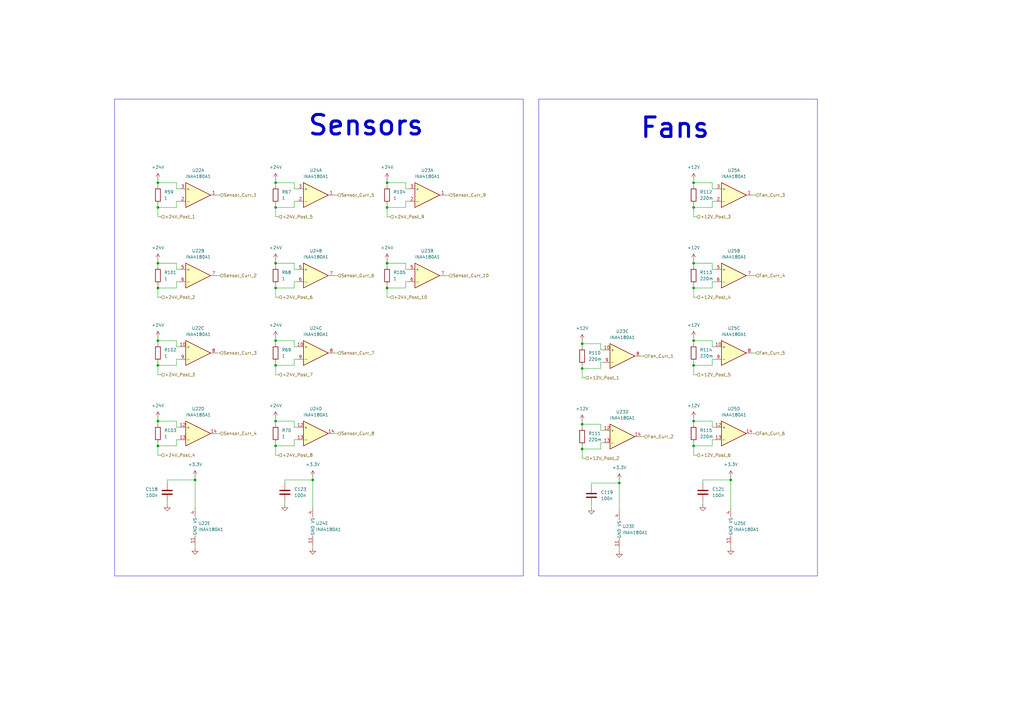
<source format=kicad_sch>
(kicad_sch
	(version 20250114)
	(generator "eeschema")
	(generator_version "9.0")
	(uuid "470381bd-0c3b-4530-9ea6-a432c925a341")
	(paper "A3")
	(lib_symbols
		(symbol "Amplifier_Current:INA4180A1"
			(pin_names
				(offset 0.127)
			)
			(exclude_from_sim no)
			(in_bom yes)
			(on_board yes)
			(property "Reference" "U"
				(at 2.54 5.08 0)
				(effects
					(font
						(size 1.27 1.27)
					)
					(justify left)
				)
			)
			(property "Value" "INA4180A1"
				(at 2.54 -5.08 0)
				(effects
					(font
						(size 1.27 1.27)
					)
					(justify left)
				)
			)
			(property "Footprint" "Package_SO:TSSOP-14_4.4x5mm_P0.65mm"
				(at 1.27 2.54 0)
				(effects
					(font
						(size 1.27 1.27)
					)
					(hide yes)
				)
			)
			(property "Datasheet" "https://www.ti.com/lit/ds/symlink/ina4180.pdf"
				(at 3.81 5.08 0)
				(effects
					(font
						(size 1.27 1.27)
					)
					(hide yes)
				)
			)
			(property "Description" "Quad current sense amplifier, Rail-to-Rail, 26V, Gain 20 V/V, TSSOP-14"
				(at 2.54 0 0)
				(effects
					(font
						(size 1.27 1.27)
					)
					(hide yes)
				)
			)
			(property "ki_locked" ""
				(at 0 0 0)
				(effects
					(font
						(size 1.27 1.27)
					)
				)
			)
			(property "ki_keywords" "current monitor shunt sensor texas"
				(at 0 0 0)
				(effects
					(font
						(size 1.27 1.27)
					)
					(hide yes)
				)
			)
			(property "ki_fp_filters" "TSSOP*4.4x5mm*P0.65mm*"
				(at 0 0 0)
				(effects
					(font
						(size 1.27 1.27)
					)
					(hide yes)
				)
			)
			(symbol "INA4180A1_1_1"
				(polyline
					(pts
						(xy -5.08 5.08) (xy 5.08 0) (xy -5.08 -5.08) (xy -5.08 5.08)
					)
					(stroke
						(width 0.254)
						(type default)
					)
					(fill
						(type background)
					)
				)
				(pin input line
					(at -7.62 2.54 0)
					(length 2.54)
					(name "+"
						(effects
							(font
								(size 1.27 1.27)
							)
						)
					)
					(number "3"
						(effects
							(font
								(size 1.27 1.27)
							)
						)
					)
				)
				(pin input line
					(at -7.62 -2.54 0)
					(length 2.54)
					(name "-"
						(effects
							(font
								(size 1.27 1.27)
							)
						)
					)
					(number "2"
						(effects
							(font
								(size 1.27 1.27)
							)
						)
					)
				)
				(pin output line
					(at 7.62 0 180)
					(length 2.54)
					(name "~"
						(effects
							(font
								(size 1.27 1.27)
							)
						)
					)
					(number "1"
						(effects
							(font
								(size 1.27 1.27)
							)
						)
					)
				)
			)
			(symbol "INA4180A1_2_1"
				(polyline
					(pts
						(xy -5.08 5.08) (xy 5.08 0) (xy -5.08 -5.08) (xy -5.08 5.08)
					)
					(stroke
						(width 0.254)
						(type default)
					)
					(fill
						(type background)
					)
				)
				(pin input line
					(at -7.62 2.54 0)
					(length 2.54)
					(name "+"
						(effects
							(font
								(size 1.27 1.27)
							)
						)
					)
					(number "5"
						(effects
							(font
								(size 1.27 1.27)
							)
						)
					)
				)
				(pin input line
					(at -7.62 -2.54 0)
					(length 2.54)
					(name "-"
						(effects
							(font
								(size 1.27 1.27)
							)
						)
					)
					(number "6"
						(effects
							(font
								(size 1.27 1.27)
							)
						)
					)
				)
				(pin output line
					(at 7.62 0 180)
					(length 2.54)
					(name "~"
						(effects
							(font
								(size 1.27 1.27)
							)
						)
					)
					(number "7"
						(effects
							(font
								(size 1.27 1.27)
							)
						)
					)
				)
			)
			(symbol "INA4180A1_3_1"
				(polyline
					(pts
						(xy -5.08 5.08) (xy 5.08 0) (xy -5.08 -5.08) (xy -5.08 5.08)
					)
					(stroke
						(width 0.254)
						(type default)
					)
					(fill
						(type background)
					)
				)
				(pin input line
					(at -7.62 2.54 0)
					(length 2.54)
					(name "+"
						(effects
							(font
								(size 1.27 1.27)
							)
						)
					)
					(number "10"
						(effects
							(font
								(size 1.27 1.27)
							)
						)
					)
				)
				(pin input line
					(at -7.62 -2.54 0)
					(length 2.54)
					(name "-"
						(effects
							(font
								(size 1.27 1.27)
							)
						)
					)
					(number "9"
						(effects
							(font
								(size 1.27 1.27)
							)
						)
					)
				)
				(pin output line
					(at 7.62 0 180)
					(length 2.54)
					(name "~"
						(effects
							(font
								(size 1.27 1.27)
							)
						)
					)
					(number "8"
						(effects
							(font
								(size 1.27 1.27)
							)
						)
					)
				)
			)
			(symbol "INA4180A1_4_1"
				(polyline
					(pts
						(xy -5.08 5.08) (xy 5.08 0) (xy -5.08 -5.08) (xy -5.08 5.08)
					)
					(stroke
						(width 0.254)
						(type default)
					)
					(fill
						(type background)
					)
				)
				(pin input line
					(at -7.62 2.54 0)
					(length 2.54)
					(name "+"
						(effects
							(font
								(size 1.27 1.27)
							)
						)
					)
					(number "12"
						(effects
							(font
								(size 1.27 1.27)
							)
						)
					)
				)
				(pin input line
					(at -7.62 -2.54 0)
					(length 2.54)
					(name "-"
						(effects
							(font
								(size 1.27 1.27)
							)
						)
					)
					(number "13"
						(effects
							(font
								(size 1.27 1.27)
							)
						)
					)
				)
				(pin output line
					(at 7.62 0 180)
					(length 2.54)
					(name "~"
						(effects
							(font
								(size 1.27 1.27)
							)
						)
					)
					(number "14"
						(effects
							(font
								(size 1.27 1.27)
							)
						)
					)
				)
			)
			(symbol "INA4180A1_5_1"
				(pin power_in line
					(at 0 7.62 270)
					(length 3.81)
					(name "VS"
						(effects
							(font
								(size 1.27 1.27)
							)
						)
					)
					(number "4"
						(effects
							(font
								(size 1.27 1.27)
							)
						)
					)
				)
				(pin power_in line
					(at 0 -7.62 90)
					(length 3.81)
					(name "GND"
						(effects
							(font
								(size 1.27 1.27)
							)
						)
					)
					(number "11"
						(effects
							(font
								(size 1.27 1.27)
							)
						)
					)
				)
			)
			(embedded_fonts no)
		)
		(symbol "Device:C"
			(pin_numbers
				(hide yes)
			)
			(pin_names
				(offset 0.254)
			)
			(exclude_from_sim no)
			(in_bom yes)
			(on_board yes)
			(property "Reference" "C"
				(at 0.635 2.54 0)
				(effects
					(font
						(size 1.27 1.27)
					)
					(justify left)
				)
			)
			(property "Value" "C"
				(at 0.635 -2.54 0)
				(effects
					(font
						(size 1.27 1.27)
					)
					(justify left)
				)
			)
			(property "Footprint" ""
				(at 0.9652 -3.81 0)
				(effects
					(font
						(size 1.27 1.27)
					)
					(hide yes)
				)
			)
			(property "Datasheet" "~"
				(at 0 0 0)
				(effects
					(font
						(size 1.27 1.27)
					)
					(hide yes)
				)
			)
			(property "Description" "Unpolarized capacitor"
				(at 0 0 0)
				(effects
					(font
						(size 1.27 1.27)
					)
					(hide yes)
				)
			)
			(property "ki_keywords" "cap capacitor"
				(at 0 0 0)
				(effects
					(font
						(size 1.27 1.27)
					)
					(hide yes)
				)
			)
			(property "ki_fp_filters" "C_*"
				(at 0 0 0)
				(effects
					(font
						(size 1.27 1.27)
					)
					(hide yes)
				)
			)
			(symbol "C_0_1"
				(polyline
					(pts
						(xy -2.032 0.762) (xy 2.032 0.762)
					)
					(stroke
						(width 0.508)
						(type default)
					)
					(fill
						(type none)
					)
				)
				(polyline
					(pts
						(xy -2.032 -0.762) (xy 2.032 -0.762)
					)
					(stroke
						(width 0.508)
						(type default)
					)
					(fill
						(type none)
					)
				)
			)
			(symbol "C_1_1"
				(pin passive line
					(at 0 3.81 270)
					(length 2.794)
					(name "~"
						(effects
							(font
								(size 1.27 1.27)
							)
						)
					)
					(number "1"
						(effects
							(font
								(size 1.27 1.27)
							)
						)
					)
				)
				(pin passive line
					(at 0 -3.81 90)
					(length 2.794)
					(name "~"
						(effects
							(font
								(size 1.27 1.27)
							)
						)
					)
					(number "2"
						(effects
							(font
								(size 1.27 1.27)
							)
						)
					)
				)
			)
			(embedded_fonts no)
		)
		(symbol "Device:R"
			(pin_numbers
				(hide yes)
			)
			(pin_names
				(offset 0)
			)
			(exclude_from_sim no)
			(in_bom yes)
			(on_board yes)
			(property "Reference" "R"
				(at 2.032 0 90)
				(effects
					(font
						(size 1.27 1.27)
					)
				)
			)
			(property "Value" "R"
				(at 0 0 90)
				(effects
					(font
						(size 1.27 1.27)
					)
				)
			)
			(property "Footprint" ""
				(at -1.778 0 90)
				(effects
					(font
						(size 1.27 1.27)
					)
					(hide yes)
				)
			)
			(property "Datasheet" "~"
				(at 0 0 0)
				(effects
					(font
						(size 1.27 1.27)
					)
					(hide yes)
				)
			)
			(property "Description" "Resistor"
				(at 0 0 0)
				(effects
					(font
						(size 1.27 1.27)
					)
					(hide yes)
				)
			)
			(property "ki_keywords" "R res resistor"
				(at 0 0 0)
				(effects
					(font
						(size 1.27 1.27)
					)
					(hide yes)
				)
			)
			(property "ki_fp_filters" "R_*"
				(at 0 0 0)
				(effects
					(font
						(size 1.27 1.27)
					)
					(hide yes)
				)
			)
			(symbol "R_0_1"
				(rectangle
					(start -1.016 -2.54)
					(end 1.016 2.54)
					(stroke
						(width 0.254)
						(type default)
					)
					(fill
						(type none)
					)
				)
			)
			(symbol "R_1_1"
				(pin passive line
					(at 0 3.81 270)
					(length 1.27)
					(name "~"
						(effects
							(font
								(size 1.27 1.27)
							)
						)
					)
					(number "1"
						(effects
							(font
								(size 1.27 1.27)
							)
						)
					)
				)
				(pin passive line
					(at 0 -3.81 90)
					(length 1.27)
					(name "~"
						(effects
							(font
								(size 1.27 1.27)
							)
						)
					)
					(number "2"
						(effects
							(font
								(size 1.27 1.27)
							)
						)
					)
				)
			)
			(embedded_fonts no)
		)
		(symbol "power:+24V"
			(power)
			(pin_numbers
				(hide yes)
			)
			(pin_names
				(offset 0)
				(hide yes)
			)
			(exclude_from_sim no)
			(in_bom yes)
			(on_board yes)
			(property "Reference" "#PWR"
				(at 0 -3.81 0)
				(effects
					(font
						(size 1.27 1.27)
					)
					(hide yes)
				)
			)
			(property "Value" "+24V"
				(at 0 3.556 0)
				(effects
					(font
						(size 1.27 1.27)
					)
				)
			)
			(property "Footprint" ""
				(at 0 0 0)
				(effects
					(font
						(size 1.27 1.27)
					)
					(hide yes)
				)
			)
			(property "Datasheet" ""
				(at 0 0 0)
				(effects
					(font
						(size 1.27 1.27)
					)
					(hide yes)
				)
			)
			(property "Description" "Power symbol creates a global label with name \"+24V\""
				(at 0 0 0)
				(effects
					(font
						(size 1.27 1.27)
					)
					(hide yes)
				)
			)
			(property "ki_keywords" "global power"
				(at 0 0 0)
				(effects
					(font
						(size 1.27 1.27)
					)
					(hide yes)
				)
			)
			(symbol "+24V_0_1"
				(polyline
					(pts
						(xy -0.762 1.27) (xy 0 2.54)
					)
					(stroke
						(width 0)
						(type default)
					)
					(fill
						(type none)
					)
				)
				(polyline
					(pts
						(xy 0 2.54) (xy 0.762 1.27)
					)
					(stroke
						(width 0)
						(type default)
					)
					(fill
						(type none)
					)
				)
				(polyline
					(pts
						(xy 0 0) (xy 0 2.54)
					)
					(stroke
						(width 0)
						(type default)
					)
					(fill
						(type none)
					)
				)
			)
			(symbol "+24V_1_1"
				(pin power_in line
					(at 0 0 90)
					(length 0)
					(name "~"
						(effects
							(font
								(size 1.27 1.27)
							)
						)
					)
					(number "1"
						(effects
							(font
								(size 1.27 1.27)
							)
						)
					)
				)
			)
			(embedded_fonts no)
		)
		(symbol "power:+3.3V"
			(power)
			(pin_numbers
				(hide yes)
			)
			(pin_names
				(offset 0)
				(hide yes)
			)
			(exclude_from_sim no)
			(in_bom yes)
			(on_board yes)
			(property "Reference" "#PWR"
				(at 0 -3.81 0)
				(effects
					(font
						(size 1.27 1.27)
					)
					(hide yes)
				)
			)
			(property "Value" "+3.3V"
				(at 0 3.556 0)
				(effects
					(font
						(size 1.27 1.27)
					)
				)
			)
			(property "Footprint" ""
				(at 0 0 0)
				(effects
					(font
						(size 1.27 1.27)
					)
					(hide yes)
				)
			)
			(property "Datasheet" ""
				(at 0 0 0)
				(effects
					(font
						(size 1.27 1.27)
					)
					(hide yes)
				)
			)
			(property "Description" "Power symbol creates a global label with name \"+3.3V\""
				(at 0 0 0)
				(effects
					(font
						(size 1.27 1.27)
					)
					(hide yes)
				)
			)
			(property "ki_keywords" "global power"
				(at 0 0 0)
				(effects
					(font
						(size 1.27 1.27)
					)
					(hide yes)
				)
			)
			(symbol "+3.3V_0_1"
				(polyline
					(pts
						(xy -0.762 1.27) (xy 0 2.54)
					)
					(stroke
						(width 0)
						(type default)
					)
					(fill
						(type none)
					)
				)
				(polyline
					(pts
						(xy 0 2.54) (xy 0.762 1.27)
					)
					(stroke
						(width 0)
						(type default)
					)
					(fill
						(type none)
					)
				)
				(polyline
					(pts
						(xy 0 0) (xy 0 2.54)
					)
					(stroke
						(width 0)
						(type default)
					)
					(fill
						(type none)
					)
				)
			)
			(symbol "+3.3V_1_1"
				(pin power_in line
					(at 0 0 90)
					(length 0)
					(name "~"
						(effects
							(font
								(size 1.27 1.27)
							)
						)
					)
					(number "1"
						(effects
							(font
								(size 1.27 1.27)
							)
						)
					)
				)
			)
			(embedded_fonts no)
		)
		(symbol "power:GND"
			(power)
			(pin_numbers
				(hide yes)
			)
			(pin_names
				(offset 0)
				(hide yes)
			)
			(exclude_from_sim no)
			(in_bom yes)
			(on_board yes)
			(property "Reference" "#PWR"
				(at 0 -6.35 0)
				(effects
					(font
						(size 1.27 1.27)
					)
					(hide yes)
				)
			)
			(property "Value" "GND"
				(at 0 -3.81 0)
				(effects
					(font
						(size 1.27 1.27)
					)
				)
			)
			(property "Footprint" ""
				(at 0 0 0)
				(effects
					(font
						(size 1.27 1.27)
					)
					(hide yes)
				)
			)
			(property "Datasheet" ""
				(at 0 0 0)
				(effects
					(font
						(size 1.27 1.27)
					)
					(hide yes)
				)
			)
			(property "Description" "Power symbol creates a global label with name \"GND\" , ground"
				(at 0 0 0)
				(effects
					(font
						(size 1.27 1.27)
					)
					(hide yes)
				)
			)
			(property "ki_keywords" "global power"
				(at 0 0 0)
				(effects
					(font
						(size 1.27 1.27)
					)
					(hide yes)
				)
			)
			(symbol "GND_0_1"
				(polyline
					(pts
						(xy 0 0) (xy 0 -1.27) (xy 1.27 -1.27) (xy 0 -2.54) (xy -1.27 -1.27) (xy 0 -1.27)
					)
					(stroke
						(width 0)
						(type default)
					)
					(fill
						(type none)
					)
				)
			)
			(symbol "GND_1_1"
				(pin power_in line
					(at 0 0 270)
					(length 0)
					(name "~"
						(effects
							(font
								(size 1.27 1.27)
							)
						)
					)
					(number "1"
						(effects
							(font
								(size 1.27 1.27)
							)
						)
					)
				)
			)
			(embedded_fonts no)
		)
	)
	(rectangle
		(start 220.98 40.64)
		(end 335.28 236.22)
		(stroke
			(width 0)
			(type default)
		)
		(fill
			(type none)
		)
		(uuid 48aeb298-83fd-46ba-9e32-b6c902e0b1cf)
	)
	(rectangle
		(start 46.99 40.64)
		(end 214.63 236.22)
		(stroke
			(width 0)
			(type default)
		)
		(fill
			(type none)
		)
		(uuid 493d5a69-8855-4861-b6ad-ced4ac5841b2)
	)
	(text "Sensors"
		(exclude_from_sim no)
		(at 150.114 51.562 0)
		(effects
			(font
				(size 8 8)
				(thickness 1.25)
			)
		)
		(uuid "cca7e8a6-28ef-4a1e-9c3f-19c5b296d534")
	)
	(text "Fans"
		(exclude_from_sim no)
		(at 276.86 52.578 0)
		(effects
			(font
				(size 8 8)
				(thickness 1.25)
			)
		)
		(uuid "df3d28da-ae4e-4c91-8f21-9b71b7692319")
	)
	(junction
		(at 284.48 139.7)
		(diameter 0)
		(color 0 0 0 0)
		(uuid "21df45c5-e892-421d-b873-93f2f132d11b")
	)
	(junction
		(at 64.77 74.93)
		(diameter 0)
		(color 0 0 0 0)
		(uuid "30558f1f-c952-45ba-8441-741196efd6c7")
	)
	(junction
		(at 158.75 74.93)
		(diameter 0)
		(color 0 0 0 0)
		(uuid "30ec0757-6a02-4523-9f85-35b4231dd887")
	)
	(junction
		(at 284.48 107.95)
		(diameter 0)
		(color 0 0 0 0)
		(uuid "33cf19aa-29cb-439b-ad0a-551b0e37f43f")
	)
	(junction
		(at 238.76 140.97)
		(diameter 0)
		(color 0 0 0 0)
		(uuid "33f6eaa0-60fa-4226-91e8-dae2b4ca2c03")
	)
	(junction
		(at 299.72 196.85)
		(diameter 0)
		(color 0 0 0 0)
		(uuid "37db7319-1b2b-40e3-a2e8-5ef05d75c0b6")
	)
	(junction
		(at 64.77 85.09)
		(diameter 0)
		(color 0 0 0 0)
		(uuid "3e3ef093-6519-458a-ba6d-270d793472a1")
	)
	(junction
		(at 64.77 149.86)
		(diameter 0)
		(color 0 0 0 0)
		(uuid "4a9efb07-53c3-436e-b131-cbef5c50ffa4")
	)
	(junction
		(at 113.03 182.88)
		(diameter 0)
		(color 0 0 0 0)
		(uuid "4cf39600-a439-4309-b31e-a34ef296b365")
	)
	(junction
		(at 284.48 149.86)
		(diameter 0)
		(color 0 0 0 0)
		(uuid "59159659-b6dc-4720-9d06-5487fd35751e")
	)
	(junction
		(at 158.75 85.09)
		(diameter 0)
		(color 0 0 0 0)
		(uuid "64338c29-0570-454d-b7ff-edf14ffa3024")
	)
	(junction
		(at 128.27 196.85)
		(diameter 0)
		(color 0 0 0 0)
		(uuid "6dd0f06d-ca91-40b8-aaa7-19e665395e4c")
	)
	(junction
		(at 113.03 107.95)
		(diameter 0)
		(color 0 0 0 0)
		(uuid "7ae6ea49-de62-4c45-b029-b91e2a635e65")
	)
	(junction
		(at 113.03 139.7)
		(diameter 0)
		(color 0 0 0 0)
		(uuid "839ff104-792c-4a44-974b-a954348bc68f")
	)
	(junction
		(at 80.01 196.85)
		(diameter 0)
		(color 0 0 0 0)
		(uuid "90a7b062-2716-40a0-883a-8bbbccdadaf9")
	)
	(junction
		(at 64.77 139.7)
		(diameter 0)
		(color 0 0 0 0)
		(uuid "90d87e31-5925-4ed5-80b8-d6449b4454e1")
	)
	(junction
		(at 238.76 184.15)
		(diameter 0)
		(color 0 0 0 0)
		(uuid "9453f853-964c-466b-8789-63fe42ac116a")
	)
	(junction
		(at 113.03 118.11)
		(diameter 0)
		(color 0 0 0 0)
		(uuid "9a7e6013-5ec5-48ac-89f6-b9ab705e4a78")
	)
	(junction
		(at 158.75 107.95)
		(diameter 0)
		(color 0 0 0 0)
		(uuid "a3a26082-e88e-46d2-afe8-9ad9afa37831")
	)
	(junction
		(at 64.77 107.95)
		(diameter 0)
		(color 0 0 0 0)
		(uuid "a7f727d8-ee57-46f8-a91a-d53decc1d942")
	)
	(junction
		(at 64.77 118.11)
		(diameter 0)
		(color 0 0 0 0)
		(uuid "b358ad3e-4812-4b73-b6eb-6841e0484b5b")
	)
	(junction
		(at 254 198.12)
		(diameter 0)
		(color 0 0 0 0)
		(uuid "bb2c1deb-8e2e-444c-8305-0df50604e66e")
	)
	(junction
		(at 64.77 172.72)
		(diameter 0)
		(color 0 0 0 0)
		(uuid "bf91d80b-328f-4c32-aea3-34558956381a")
	)
	(junction
		(at 113.03 149.86)
		(diameter 0)
		(color 0 0 0 0)
		(uuid "c6767f62-6893-4f4d-a2e8-9c863087c049")
	)
	(junction
		(at 113.03 74.93)
		(diameter 0)
		(color 0 0 0 0)
		(uuid "c997c61e-44c0-4f2c-971e-c1e0b1580b73")
	)
	(junction
		(at 284.48 118.11)
		(diameter 0)
		(color 0 0 0 0)
		(uuid "cab99f46-f3e3-4e39-ac72-8dd05303aa86")
	)
	(junction
		(at 113.03 172.72)
		(diameter 0)
		(color 0 0 0 0)
		(uuid "cdcc1d4a-32ee-4c5d-a5ad-02dc13a3bbce")
	)
	(junction
		(at 284.48 74.93)
		(diameter 0)
		(color 0 0 0 0)
		(uuid "cf02b7f6-4fa5-470e-9c86-afe1581087ca")
	)
	(junction
		(at 238.76 173.99)
		(diameter 0)
		(color 0 0 0 0)
		(uuid "dbcbf756-677a-4dbe-81ac-f9390bdd37b4")
	)
	(junction
		(at 284.48 182.88)
		(diameter 0)
		(color 0 0 0 0)
		(uuid "e2152792-7e2f-41d3-abf4-a0eebb413eb1")
	)
	(junction
		(at 158.75 118.11)
		(diameter 0)
		(color 0 0 0 0)
		(uuid "e4afc4e8-ad5a-4680-9b6d-b102208da457")
	)
	(junction
		(at 284.48 172.72)
		(diameter 0)
		(color 0 0 0 0)
		(uuid "e5468fe7-7227-4580-9c7e-3ad5f1c61b2d")
	)
	(junction
		(at 238.76 151.13)
		(diameter 0)
		(color 0 0 0 0)
		(uuid "e7853556-50db-4e08-b279-ba49485de2c6")
	)
	(junction
		(at 284.48 85.09)
		(diameter 0)
		(color 0 0 0 0)
		(uuid "ecbe5227-b23e-4599-87b6-38b3cc3a363d")
	)
	(junction
		(at 64.77 182.88)
		(diameter 0)
		(color 0 0 0 0)
		(uuid "ef82907b-b148-4b9c-91a0-87b189d0cacd")
	)
	(junction
		(at 113.03 85.09)
		(diameter 0)
		(color 0 0 0 0)
		(uuid "fd06b388-5e65-414b-ac55-370da779b374")
	)
	(wire
		(pts
			(xy 238.76 187.96) (xy 238.76 184.15)
		)
		(stroke
			(width 0)
			(type default)
		)
		(uuid "0043dfd1-dac9-4d08-a449-42e6e6d3719c")
	)
	(wire
		(pts
			(xy 158.75 116.84) (xy 158.75 118.11)
		)
		(stroke
			(width 0)
			(type default)
		)
		(uuid "0148edfa-d7b0-4bc7-b3ae-d1e644fdff18")
	)
	(wire
		(pts
			(xy 284.48 85.09) (xy 292.1 85.09)
		)
		(stroke
			(width 0)
			(type default)
		)
		(uuid "025d5685-ce92-4ccd-8ce1-7d1f52e4f407")
	)
	(wire
		(pts
			(xy 64.77 116.84) (xy 64.77 118.11)
		)
		(stroke
			(width 0)
			(type default)
		)
		(uuid "02ee05e0-e46c-4f96-abd5-485bd9df86a4")
	)
	(wire
		(pts
			(xy 246.38 151.13) (xy 246.38 148.59)
		)
		(stroke
			(width 0)
			(type default)
		)
		(uuid "0495239f-dd8b-48ed-a3d0-87ae8833c201")
	)
	(wire
		(pts
			(xy 114.3 186.69) (xy 113.03 186.69)
		)
		(stroke
			(width 0)
			(type default)
		)
		(uuid "05d59e19-e544-46a7-a176-f7bf116b92ea")
	)
	(wire
		(pts
			(xy 293.37 77.47) (xy 292.1 77.47)
		)
		(stroke
			(width 0)
			(type default)
		)
		(uuid "063424e3-1193-4c38-8c00-52571f7230d4")
	)
	(wire
		(pts
			(xy 80.01 208.28) (xy 80.01 196.85)
		)
		(stroke
			(width 0)
			(type default)
		)
		(uuid "06e8a23e-c6d8-4ac4-a2f1-df87702678a3")
	)
	(wire
		(pts
			(xy 64.77 73.66) (xy 64.77 74.93)
		)
		(stroke
			(width 0)
			(type default)
		)
		(uuid "0a12699f-797d-4a37-a4ec-255c8344f58d")
	)
	(wire
		(pts
			(xy 238.76 184.15) (xy 246.38 184.15)
		)
		(stroke
			(width 0)
			(type default)
		)
		(uuid "0ba65b88-1c05-4429-8fe3-a81975ea96c9")
	)
	(wire
		(pts
			(xy 292.1 82.55) (xy 293.37 82.55)
		)
		(stroke
			(width 0)
			(type default)
		)
		(uuid "0ca21005-2539-4a77-8fad-107e0c898796")
	)
	(wire
		(pts
			(xy 167.64 77.47) (xy 166.37 77.47)
		)
		(stroke
			(width 0)
			(type default)
		)
		(uuid "0d273b7b-01bb-406f-a4c2-1811a65700ca")
	)
	(wire
		(pts
			(xy 121.92 77.47) (xy 120.65 77.47)
		)
		(stroke
			(width 0)
			(type default)
		)
		(uuid "0e3d2962-91a8-4a8c-83cb-3f4ad6bb4da4")
	)
	(wire
		(pts
			(xy 72.39 180.34) (xy 73.66 180.34)
		)
		(stroke
			(width 0)
			(type default)
		)
		(uuid "100b16a1-904d-43c0-a7ee-20555ffe3d99")
	)
	(wire
		(pts
			(xy 166.37 118.11) (xy 166.37 115.57)
		)
		(stroke
			(width 0)
			(type default)
		)
		(uuid "1147d1c4-32c5-406c-bbb5-a14ecaebd21a")
	)
	(wire
		(pts
			(xy 120.65 149.86) (xy 120.65 147.32)
		)
		(stroke
			(width 0)
			(type default)
		)
		(uuid "12609d64-5399-4583-9dfe-91d0e61e1668")
	)
	(wire
		(pts
			(xy 299.72 208.28) (xy 299.72 196.85)
		)
		(stroke
			(width 0)
			(type default)
		)
		(uuid "12a47f20-2343-43b6-bba3-6703b3828862")
	)
	(wire
		(pts
			(xy 120.65 85.09) (xy 120.65 82.55)
		)
		(stroke
			(width 0)
			(type default)
		)
		(uuid "135c56f7-be40-4837-a25f-71f9e726f629")
	)
	(wire
		(pts
			(xy 64.77 186.69) (xy 64.77 182.88)
		)
		(stroke
			(width 0)
			(type default)
		)
		(uuid "13842a00-1f20-47a9-80ad-0f2a27d45d4a")
	)
	(wire
		(pts
			(xy 72.39 147.32) (xy 73.66 147.32)
		)
		(stroke
			(width 0)
			(type default)
		)
		(uuid "13eca785-da06-4040-bc1a-a22c36fbbfd4")
	)
	(wire
		(pts
			(xy 284.48 138.43) (xy 284.48 139.7)
		)
		(stroke
			(width 0)
			(type default)
		)
		(uuid "147f432d-672f-487f-bc78-b2a620fbc391")
	)
	(wire
		(pts
			(xy 72.39 149.86) (xy 72.39 147.32)
		)
		(stroke
			(width 0)
			(type default)
		)
		(uuid "158d0590-d712-4b43-b6fc-cba95273e8f3")
	)
	(wire
		(pts
			(xy 240.03 187.96) (xy 238.76 187.96)
		)
		(stroke
			(width 0)
			(type default)
		)
		(uuid "16227b65-de97-4e27-9abd-b11b55acac1d")
	)
	(wire
		(pts
			(xy 88.9 177.8) (xy 90.17 177.8)
		)
		(stroke
			(width 0)
			(type default)
		)
		(uuid "1bfe69e9-6df5-4cd4-a3ff-a1cc625b75cd")
	)
	(wire
		(pts
			(xy 158.75 73.66) (xy 158.75 74.93)
		)
		(stroke
			(width 0)
			(type default)
		)
		(uuid "1d0cfde7-8446-4c4c-b49b-db6e471000bf")
	)
	(wire
		(pts
			(xy 158.75 74.93) (xy 158.75 76.2)
		)
		(stroke
			(width 0)
			(type default)
		)
		(uuid "1dcb8833-6c48-475e-a707-35275a7bbaf5")
	)
	(wire
		(pts
			(xy 284.48 182.88) (xy 292.1 182.88)
		)
		(stroke
			(width 0)
			(type default)
		)
		(uuid "1e87ec35-c3d6-4b0b-8f91-caa3af79dc91")
	)
	(wire
		(pts
			(xy 293.37 110.49) (xy 292.1 110.49)
		)
		(stroke
			(width 0)
			(type default)
		)
		(uuid "1f8e7069-7d61-4c3d-8bea-4cb7be6a7e9a")
	)
	(wire
		(pts
			(xy 120.65 77.47) (xy 120.65 74.93)
		)
		(stroke
			(width 0)
			(type default)
		)
		(uuid "1fe4f9b7-e8a1-428d-8f7e-faba43c79854")
	)
	(wire
		(pts
			(xy 68.58 196.85) (xy 68.58 198.12)
		)
		(stroke
			(width 0)
			(type default)
		)
		(uuid "22d8f4be-457d-44bb-a52a-02e8e377cf9f")
	)
	(wire
		(pts
			(xy 284.48 171.45) (xy 284.48 172.72)
		)
		(stroke
			(width 0)
			(type default)
		)
		(uuid "235a1270-fc54-4f12-b466-1874cd538c54")
	)
	(wire
		(pts
			(xy 137.16 144.78) (xy 138.43 144.78)
		)
		(stroke
			(width 0)
			(type default)
		)
		(uuid "24283114-f083-4303-8060-a0ba0788fd3c")
	)
	(wire
		(pts
			(xy 113.03 149.86) (xy 120.65 149.86)
		)
		(stroke
			(width 0)
			(type default)
		)
		(uuid "2538861e-471a-4554-850c-4878f60d8d6e")
	)
	(wire
		(pts
			(xy 88.9 113.03) (xy 90.17 113.03)
		)
		(stroke
			(width 0)
			(type default)
		)
		(uuid "25910807-19a4-40c7-ae50-bbc9a8936a47")
	)
	(wire
		(pts
			(xy 166.37 110.49) (xy 166.37 107.95)
		)
		(stroke
			(width 0)
			(type default)
		)
		(uuid "27477261-a2e3-4bcd-8212-803f821eaca4")
	)
	(wire
		(pts
			(xy 292.1 107.95) (xy 284.48 107.95)
		)
		(stroke
			(width 0)
			(type default)
		)
		(uuid "2a3cabf8-7968-4069-8a72-3ae76b2ba723")
	)
	(wire
		(pts
			(xy 292.1 149.86) (xy 292.1 147.32)
		)
		(stroke
			(width 0)
			(type default)
		)
		(uuid "2a8c1faf-43ae-46fa-8ab1-8d14168b6af9")
	)
	(wire
		(pts
			(xy 120.65 107.95) (xy 113.03 107.95)
		)
		(stroke
			(width 0)
			(type default)
		)
		(uuid "2ab83493-6205-4df8-965f-d0f1a44c652f")
	)
	(wire
		(pts
			(xy 73.66 110.49) (xy 72.39 110.49)
		)
		(stroke
			(width 0)
			(type default)
		)
		(uuid "2af061f2-bcdd-4845-b758-edc196cc9168")
	)
	(wire
		(pts
			(xy 284.48 88.9) (xy 284.48 85.09)
		)
		(stroke
			(width 0)
			(type default)
		)
		(uuid "2bf2ea85-057c-49af-a482-eec91fcbfd5b")
	)
	(wire
		(pts
			(xy 120.65 142.24) (xy 120.65 139.7)
		)
		(stroke
			(width 0)
			(type default)
		)
		(uuid "30724dfe-4e0d-4c5e-8d8b-bcd7d9a97372")
	)
	(wire
		(pts
			(xy 299.72 195.58) (xy 299.72 196.85)
		)
		(stroke
			(width 0)
			(type default)
		)
		(uuid "307bc884-f4e8-48cd-b7d9-694b8faedb5a")
	)
	(wire
		(pts
			(xy 238.76 151.13) (xy 246.38 151.13)
		)
		(stroke
			(width 0)
			(type default)
		)
		(uuid "326b6ce6-a210-4bf1-bee2-c93caa24881e")
	)
	(wire
		(pts
			(xy 284.48 186.69) (xy 284.48 182.88)
		)
		(stroke
			(width 0)
			(type default)
		)
		(uuid "337ce575-2bec-4aa6-95a0-3c59b174a734")
	)
	(wire
		(pts
			(xy 293.37 175.26) (xy 292.1 175.26)
		)
		(stroke
			(width 0)
			(type default)
		)
		(uuid "339dd0f6-a561-47ee-b49f-c94e2c357917")
	)
	(wire
		(pts
			(xy 73.66 142.24) (xy 72.39 142.24)
		)
		(stroke
			(width 0)
			(type default)
		)
		(uuid "342800ea-673a-47bf-9da6-b2854477a00b")
	)
	(wire
		(pts
			(xy 66.04 88.9) (xy 64.77 88.9)
		)
		(stroke
			(width 0)
			(type default)
		)
		(uuid "3455d30d-b8ab-4aee-8063-e76311e4875e")
	)
	(wire
		(pts
			(xy 246.38 148.59) (xy 247.65 148.59)
		)
		(stroke
			(width 0)
			(type default)
		)
		(uuid "3735e416-9c4d-4953-86dc-f17622f1f071")
	)
	(wire
		(pts
			(xy 284.48 149.86) (xy 292.1 149.86)
		)
		(stroke
			(width 0)
			(type default)
		)
		(uuid "378a2811-2af0-4833-9110-3740983a16fe")
	)
	(wire
		(pts
			(xy 120.65 82.55) (xy 121.92 82.55)
		)
		(stroke
			(width 0)
			(type default)
		)
		(uuid "3a776297-287f-488e-951f-24dda6ac68c3")
	)
	(wire
		(pts
			(xy 113.03 88.9) (xy 113.03 85.09)
		)
		(stroke
			(width 0)
			(type default)
		)
		(uuid "3b44cbaa-eced-4f8e-bc2f-199cd32e9618")
	)
	(wire
		(pts
			(xy 292.1 77.47) (xy 292.1 74.93)
		)
		(stroke
			(width 0)
			(type default)
		)
		(uuid "3bec17a2-3a6f-49b6-a6ad-8c711bd0f68e")
	)
	(wire
		(pts
			(xy 72.39 182.88) (xy 72.39 180.34)
		)
		(stroke
			(width 0)
			(type default)
		)
		(uuid "3c0a1979-9fa3-4831-b696-808d1e6e4dbb")
	)
	(wire
		(pts
			(xy 182.88 113.03) (xy 184.15 113.03)
		)
		(stroke
			(width 0)
			(type default)
		)
		(uuid "3ca711e5-a5e9-48c1-a195-91752829d298")
	)
	(wire
		(pts
			(xy 158.75 121.92) (xy 158.75 118.11)
		)
		(stroke
			(width 0)
			(type default)
		)
		(uuid "3cb7afde-5d9e-484f-afaa-94f2c8041cab")
	)
	(wire
		(pts
			(xy 72.39 85.09) (xy 72.39 82.55)
		)
		(stroke
			(width 0)
			(type default)
		)
		(uuid "3d6f92b6-5119-4e30-99a0-1bbcfafdea07")
	)
	(wire
		(pts
			(xy 120.65 74.93) (xy 113.03 74.93)
		)
		(stroke
			(width 0)
			(type default)
		)
		(uuid "3e43b36a-871f-424b-a21e-4a25d8c479ef")
	)
	(wire
		(pts
			(xy 64.77 88.9) (xy 64.77 85.09)
		)
		(stroke
			(width 0)
			(type default)
		)
		(uuid "3e6b94a9-aa6c-4950-b6e7-e68a5192283c")
	)
	(wire
		(pts
			(xy 72.39 142.24) (xy 72.39 139.7)
		)
		(stroke
			(width 0)
			(type default)
		)
		(uuid "3f2bc36e-6689-4cb2-b935-95717e62f5b8")
	)
	(wire
		(pts
			(xy 242.57 198.12) (xy 242.57 199.39)
		)
		(stroke
			(width 0)
			(type default)
		)
		(uuid "3f86605f-fdd0-4e3b-aa88-5dc06e8647fc")
	)
	(wire
		(pts
			(xy 262.89 146.05) (xy 264.16 146.05)
		)
		(stroke
			(width 0)
			(type default)
		)
		(uuid "41ea63dc-9d2e-4e40-beeb-a3df4f3f6924")
	)
	(wire
		(pts
			(xy 88.9 144.78) (xy 90.17 144.78)
		)
		(stroke
			(width 0)
			(type default)
		)
		(uuid "42a5f2ea-42d6-4b59-8e10-14e25faa026c")
	)
	(wire
		(pts
			(xy 120.65 172.72) (xy 113.03 172.72)
		)
		(stroke
			(width 0)
			(type default)
		)
		(uuid "43b9e656-50dd-41f9-ae51-b3d0abd2175f")
	)
	(wire
		(pts
			(xy 285.75 88.9) (xy 284.48 88.9)
		)
		(stroke
			(width 0)
			(type default)
		)
		(uuid "442b4a35-5cfe-463d-a09f-d8698e9cfcbd")
	)
	(wire
		(pts
			(xy 284.48 172.72) (xy 284.48 173.99)
		)
		(stroke
			(width 0)
			(type default)
		)
		(uuid "4573157e-ba01-4f1b-bbbb-5fb4ad54ed1d")
	)
	(wire
		(pts
			(xy 247.65 176.53) (xy 246.38 176.53)
		)
		(stroke
			(width 0)
			(type default)
		)
		(uuid "4618f995-0b18-4638-bee1-0d2683730956")
	)
	(wire
		(pts
			(xy 292.1 110.49) (xy 292.1 107.95)
		)
		(stroke
			(width 0)
			(type default)
		)
		(uuid "4b92c9dc-a302-4f47-acdd-bad31ae5e026")
	)
	(wire
		(pts
			(xy 308.61 80.01) (xy 309.88 80.01)
		)
		(stroke
			(width 0)
			(type default)
		)
		(uuid "4c1cfbfc-a8c7-4530-8a30-aaf354740b4d")
	)
	(wire
		(pts
			(xy 80.01 196.85) (xy 68.58 196.85)
		)
		(stroke
			(width 0)
			(type default)
		)
		(uuid "4cf8ca53-ee5a-43da-b612-1ac1bb4e3be2")
	)
	(wire
		(pts
			(xy 72.39 172.72) (xy 64.77 172.72)
		)
		(stroke
			(width 0)
			(type default)
		)
		(uuid "4ed0a8de-b27f-4316-9dd8-c3c7817d31b2")
	)
	(wire
		(pts
			(xy 120.65 118.11) (xy 120.65 115.57)
		)
		(stroke
			(width 0)
			(type default)
		)
		(uuid "5011602a-18d5-46e7-8c60-61ccadd455bf")
	)
	(wire
		(pts
			(xy 113.03 107.95) (xy 113.03 109.22)
		)
		(stroke
			(width 0)
			(type default)
		)
		(uuid "520eab71-5023-4b9c-b49a-1234bebcf27c")
	)
	(wire
		(pts
			(xy 254 198.12) (xy 242.57 198.12)
		)
		(stroke
			(width 0)
			(type default)
		)
		(uuid "532ade91-fa69-4f16-be7c-f51575174757")
	)
	(wire
		(pts
			(xy 284.48 116.84) (xy 284.48 118.11)
		)
		(stroke
			(width 0)
			(type default)
		)
		(uuid "5adc915b-366f-47d1-bd4e-27613e171641")
	)
	(wire
		(pts
			(xy 113.03 116.84) (xy 113.03 118.11)
		)
		(stroke
			(width 0)
			(type default)
		)
		(uuid "5b0ba479-c181-41aa-85c1-85d0af7a1093")
	)
	(wire
		(pts
			(xy 308.61 113.03) (xy 309.88 113.03)
		)
		(stroke
			(width 0)
			(type default)
		)
		(uuid "5b8d9047-09e9-487d-b4e1-848bc87ac5ef")
	)
	(wire
		(pts
			(xy 158.75 107.95) (xy 158.75 109.22)
		)
		(stroke
			(width 0)
			(type default)
		)
		(uuid "5bf3413c-92ac-4427-8b2f-f5a6eb184035")
	)
	(wire
		(pts
			(xy 238.76 140.97) (xy 238.76 142.24)
		)
		(stroke
			(width 0)
			(type default)
		)
		(uuid "5efdae01-0ecf-4f0b-94ee-790c7de2fef4")
	)
	(wire
		(pts
			(xy 292.1 142.24) (xy 292.1 139.7)
		)
		(stroke
			(width 0)
			(type default)
		)
		(uuid "5f92594e-84da-4894-9160-a3657abc82a4")
	)
	(wire
		(pts
			(xy 113.03 106.68) (xy 113.03 107.95)
		)
		(stroke
			(width 0)
			(type default)
		)
		(uuid "613425ec-a745-4de6-97fe-4a313dd9bed5")
	)
	(wire
		(pts
			(xy 64.77 85.09) (xy 72.39 85.09)
		)
		(stroke
			(width 0)
			(type default)
		)
		(uuid "61d91b64-4ddc-45de-aa35-d2541f2bd1f7")
	)
	(wire
		(pts
			(xy 80.01 195.58) (xy 80.01 196.85)
		)
		(stroke
			(width 0)
			(type default)
		)
		(uuid "61f2b31a-70cf-4ba6-ac19-040e6f39eb33")
	)
	(wire
		(pts
			(xy 285.75 153.67) (xy 284.48 153.67)
		)
		(stroke
			(width 0)
			(type default)
		)
		(uuid "62dd5fbf-f9e5-47b8-a662-9f28c4f8a72b")
	)
	(wire
		(pts
			(xy 128.27 223.52) (xy 128.27 224.79)
		)
		(stroke
			(width 0)
			(type default)
		)
		(uuid "63ba13e1-db04-41ab-9415-826f534a82c9")
	)
	(wire
		(pts
			(xy 64.77 148.59) (xy 64.77 149.86)
		)
		(stroke
			(width 0)
			(type default)
		)
		(uuid "640869cb-4d49-4e0f-8ab3-68d6c8a02910")
	)
	(wire
		(pts
			(xy 120.65 180.34) (xy 121.92 180.34)
		)
		(stroke
			(width 0)
			(type default)
		)
		(uuid "66dfe342-9b74-4256-a78b-08be5e36f5e1")
	)
	(wire
		(pts
			(xy 308.61 144.78) (xy 309.88 144.78)
		)
		(stroke
			(width 0)
			(type default)
		)
		(uuid "6760a7ff-531a-432c-a0ab-c10b23fdfb04")
	)
	(wire
		(pts
			(xy 120.65 139.7) (xy 113.03 139.7)
		)
		(stroke
			(width 0)
			(type default)
		)
		(uuid "689f49b8-4f47-4a77-9374-78461562c3ee")
	)
	(wire
		(pts
			(xy 284.48 181.61) (xy 284.48 182.88)
		)
		(stroke
			(width 0)
			(type default)
		)
		(uuid "6ab4adb7-7145-4c8b-8de1-afdd3e77980f")
	)
	(wire
		(pts
			(xy 158.75 106.68) (xy 158.75 107.95)
		)
		(stroke
			(width 0)
			(type default)
		)
		(uuid "6cde26e1-1ba7-4bd1-bba5-68c45e851d91")
	)
	(wire
		(pts
			(xy 113.03 118.11) (xy 120.65 118.11)
		)
		(stroke
			(width 0)
			(type default)
		)
		(uuid "6ed80a03-54ad-4100-99c5-97de70b73fad")
	)
	(wire
		(pts
			(xy 80.01 223.52) (xy 80.01 224.79)
		)
		(stroke
			(width 0)
			(type default)
		)
		(uuid "6ef20eea-6764-4436-844b-16a7d8078760")
	)
	(wire
		(pts
			(xy 292.1 182.88) (xy 292.1 180.34)
		)
		(stroke
			(width 0)
			(type default)
		)
		(uuid "6f539e35-4f52-438d-b01d-5f95f101663b")
	)
	(wire
		(pts
			(xy 166.37 74.93) (xy 158.75 74.93)
		)
		(stroke
			(width 0)
			(type default)
		)
		(uuid "70073998-cae2-42f8-b2ee-4be3f4f030df")
	)
	(wire
		(pts
			(xy 166.37 77.47) (xy 166.37 74.93)
		)
		(stroke
			(width 0)
			(type default)
		)
		(uuid "71577302-0408-4f78-9d53-2096c5c7aac3")
	)
	(wire
		(pts
			(xy 120.65 110.49) (xy 120.65 107.95)
		)
		(stroke
			(width 0)
			(type default)
		)
		(uuid "717e39b4-fd4c-4344-a588-df1bc3ea4797")
	)
	(wire
		(pts
			(xy 113.03 139.7) (xy 113.03 140.97)
		)
		(stroke
			(width 0)
			(type default)
		)
		(uuid "71fd446c-bde1-412d-8876-c9af6adc26ec")
	)
	(wire
		(pts
			(xy 137.16 113.03) (xy 138.43 113.03)
		)
		(stroke
			(width 0)
			(type default)
		)
		(uuid "72383d7f-1465-4b8f-8e3f-83ddb779fbd3")
	)
	(wire
		(pts
			(xy 113.03 73.66) (xy 113.03 74.93)
		)
		(stroke
			(width 0)
			(type default)
		)
		(uuid "7b6cc53d-c4d1-4108-92d1-c8b485b13dc9")
	)
	(wire
		(pts
			(xy 64.77 153.67) (xy 64.77 149.86)
		)
		(stroke
			(width 0)
			(type default)
		)
		(uuid "7c07c67a-8b73-43b0-9e18-e0c879d35629")
	)
	(wire
		(pts
			(xy 284.48 139.7) (xy 284.48 140.97)
		)
		(stroke
			(width 0)
			(type default)
		)
		(uuid "7e514716-7f62-4cae-bf92-007bafc3e35b")
	)
	(wire
		(pts
			(xy 116.84 196.85) (xy 116.84 198.12)
		)
		(stroke
			(width 0)
			(type default)
		)
		(uuid "80b1f821-8be6-435a-ae19-c6a372b21bb6")
	)
	(wire
		(pts
			(xy 113.03 85.09) (xy 120.65 85.09)
		)
		(stroke
			(width 0)
			(type default)
		)
		(uuid "833865a6-f67d-47fd-82ab-27a4f4bebe73")
	)
	(wire
		(pts
			(xy 308.61 177.8) (xy 309.88 177.8)
		)
		(stroke
			(width 0)
			(type default)
		)
		(uuid "85084b46-55d7-49f1-a14c-ae2522569b05")
	)
	(wire
		(pts
			(xy 254 224.79) (xy 254 226.06)
		)
		(stroke
			(width 0)
			(type default)
		)
		(uuid "854e80f0-91a2-48d9-8c9c-889c76d575d2")
	)
	(wire
		(pts
			(xy 113.03 74.93) (xy 113.03 76.2)
		)
		(stroke
			(width 0)
			(type default)
		)
		(uuid "878f5808-3b8f-4c29-825c-78496c0a4dd3")
	)
	(wire
		(pts
			(xy 66.04 186.69) (xy 64.77 186.69)
		)
		(stroke
			(width 0)
			(type default)
		)
		(uuid "8915af86-c862-43e4-97bf-2e9f1420f2c5")
	)
	(wire
		(pts
			(xy 72.39 118.11) (xy 72.39 115.57)
		)
		(stroke
			(width 0)
			(type default)
		)
		(uuid "8957b78e-f1bb-4126-bc67-bd7d12b98cec")
	)
	(wire
		(pts
			(xy 113.03 181.61) (xy 113.03 182.88)
		)
		(stroke
			(width 0)
			(type default)
		)
		(uuid "8bca175b-7d13-4ced-912f-70cc65dd3462")
	)
	(wire
		(pts
			(xy 246.38 143.51) (xy 246.38 140.97)
		)
		(stroke
			(width 0)
			(type default)
		)
		(uuid "8c43cd8b-3c9b-4925-a46e-f1e0e17dd936")
	)
	(wire
		(pts
			(xy 292.1 147.32) (xy 293.37 147.32)
		)
		(stroke
			(width 0)
			(type default)
		)
		(uuid "8c5bc4dc-64d3-4234-8c83-74df26a90325")
	)
	(wire
		(pts
			(xy 158.75 88.9) (xy 158.75 85.09)
		)
		(stroke
			(width 0)
			(type default)
		)
		(uuid "8ca50f9d-03f6-4e90-8fed-c1ce623210cd")
	)
	(wire
		(pts
			(xy 246.38 176.53) (xy 246.38 173.99)
		)
		(stroke
			(width 0)
			(type default)
		)
		(uuid "8d615f15-a8f4-4d9d-bef9-34474ec1df30")
	)
	(wire
		(pts
			(xy 64.77 139.7) (xy 64.77 140.97)
		)
		(stroke
			(width 0)
			(type default)
		)
		(uuid "8e095978-ed97-4850-aede-f963d81a33c3")
	)
	(wire
		(pts
			(xy 120.65 115.57) (xy 121.92 115.57)
		)
		(stroke
			(width 0)
			(type default)
		)
		(uuid "90360c33-767f-4efa-8fb0-1261665be500")
	)
	(wire
		(pts
			(xy 137.16 177.8) (xy 138.43 177.8)
		)
		(stroke
			(width 0)
			(type default)
		)
		(uuid "90a5657d-8a28-48a1-90e9-244d6f635cdb")
	)
	(wire
		(pts
			(xy 121.92 110.49) (xy 120.65 110.49)
		)
		(stroke
			(width 0)
			(type default)
		)
		(uuid "92335ff2-7d06-47fc-8b38-0ce63ca1bb07")
	)
	(wire
		(pts
			(xy 73.66 175.26) (xy 72.39 175.26)
		)
		(stroke
			(width 0)
			(type default)
		)
		(uuid "93082706-527d-4c20-aa07-7c0e672df62e")
	)
	(wire
		(pts
			(xy 72.39 74.93) (xy 64.77 74.93)
		)
		(stroke
			(width 0)
			(type default)
		)
		(uuid "932e8bf3-e6e2-49e5-8945-ad225a4a9c2a")
	)
	(wire
		(pts
			(xy 64.77 181.61) (xy 64.77 182.88)
		)
		(stroke
			(width 0)
			(type default)
		)
		(uuid "942988f3-ffe8-422e-9140-d3ac41b61c82")
	)
	(wire
		(pts
			(xy 166.37 85.09) (xy 166.37 82.55)
		)
		(stroke
			(width 0)
			(type default)
		)
		(uuid "9470a6e6-f38d-41bc-b355-1a976e6f4ebb")
	)
	(wire
		(pts
			(xy 113.03 171.45) (xy 113.03 172.72)
		)
		(stroke
			(width 0)
			(type default)
		)
		(uuid "95d333b0-42ff-49d7-82ca-3f198bf1129d")
	)
	(wire
		(pts
			(xy 72.39 175.26) (xy 72.39 172.72)
		)
		(stroke
			(width 0)
			(type default)
		)
		(uuid "9680a8bc-d43a-4d90-a190-ef75f646567b")
	)
	(wire
		(pts
			(xy 238.76 172.72) (xy 238.76 173.99)
		)
		(stroke
			(width 0)
			(type default)
		)
		(uuid "971ff8bb-c9f3-4048-8ac4-304fc6bfad8d")
	)
	(wire
		(pts
			(xy 64.77 149.86) (xy 72.39 149.86)
		)
		(stroke
			(width 0)
			(type default)
		)
		(uuid "972c89b4-4b97-4525-9ac3-e4d4112788df")
	)
	(wire
		(pts
			(xy 64.77 138.43) (xy 64.77 139.7)
		)
		(stroke
			(width 0)
			(type default)
		)
		(uuid "9920a2f4-8eb8-4f8b-b05e-06f8a6e8418c")
	)
	(wire
		(pts
			(xy 113.03 182.88) (xy 120.65 182.88)
		)
		(stroke
			(width 0)
			(type default)
		)
		(uuid "9c0f2bcb-4a0d-4fa0-ac90-fae91591bfc6")
	)
	(wire
		(pts
			(xy 116.84 205.74) (xy 116.84 207.01)
		)
		(stroke
			(width 0)
			(type default)
		)
		(uuid "9d1f4c81-414b-43e2-b990-7cd0c92f576b")
	)
	(wire
		(pts
			(xy 73.66 77.47) (xy 72.39 77.47)
		)
		(stroke
			(width 0)
			(type default)
		)
		(uuid "a0418d35-9b77-4b7e-8ef7-748bbee8fe1f")
	)
	(wire
		(pts
			(xy 238.76 154.94) (xy 238.76 151.13)
		)
		(stroke
			(width 0)
			(type default)
		)
		(uuid "a15c9167-b393-4b14-ad64-b524f46b3b77")
	)
	(wire
		(pts
			(xy 299.72 223.52) (xy 299.72 224.79)
		)
		(stroke
			(width 0)
			(type default)
		)
		(uuid "a2a4d1b1-193a-4e33-af06-ef1e1cd46e45")
	)
	(wire
		(pts
			(xy 240.03 154.94) (xy 238.76 154.94)
		)
		(stroke
			(width 0)
			(type default)
		)
		(uuid "a6824f65-7571-4ac7-a852-25ecd17a1520")
	)
	(wire
		(pts
			(xy 121.92 142.24) (xy 120.65 142.24)
		)
		(stroke
			(width 0)
			(type default)
		)
		(uuid "a8b46d91-775b-4983-9d63-e656795cb3af")
	)
	(wire
		(pts
			(xy 114.3 153.67) (xy 113.03 153.67)
		)
		(stroke
			(width 0)
			(type default)
		)
		(uuid "ab3403b2-0827-49e1-a2c8-f603a48ea697")
	)
	(wire
		(pts
			(xy 284.48 107.95) (xy 284.48 109.22)
		)
		(stroke
			(width 0)
			(type default)
		)
		(uuid "ad42d745-c8c4-4f81-8b4b-caba745e69a3")
	)
	(wire
		(pts
			(xy 64.77 121.92) (xy 64.77 118.11)
		)
		(stroke
			(width 0)
			(type default)
		)
		(uuid "aec9afd4-2103-4eb4-9274-3c21074f1323")
	)
	(wire
		(pts
			(xy 64.77 182.88) (xy 72.39 182.88)
		)
		(stroke
			(width 0)
			(type default)
		)
		(uuid "aeda2f5c-e2a0-4b71-9b3c-531710ed1c8b")
	)
	(wire
		(pts
			(xy 246.38 173.99) (xy 238.76 173.99)
		)
		(stroke
			(width 0)
			(type default)
		)
		(uuid "afbd06c8-5eb1-4f45-9c92-be940c3306e7")
	)
	(wire
		(pts
			(xy 113.03 148.59) (xy 113.03 149.86)
		)
		(stroke
			(width 0)
			(type default)
		)
		(uuid "b3a7fe9c-0722-4063-806c-4d82022861e0")
	)
	(wire
		(pts
			(xy 166.37 115.57) (xy 167.64 115.57)
		)
		(stroke
			(width 0)
			(type default)
		)
		(uuid "b3fe5607-6c26-46ae-b4e0-b3fa8500ec31")
	)
	(wire
		(pts
			(xy 292.1 139.7) (xy 284.48 139.7)
		)
		(stroke
			(width 0)
			(type default)
		)
		(uuid "b48bfd38-2b2e-47ab-8bef-fb39cf602701")
	)
	(wire
		(pts
			(xy 292.1 85.09) (xy 292.1 82.55)
		)
		(stroke
			(width 0)
			(type default)
		)
		(uuid "b5107570-616e-4788-80b0-d422bf07abeb")
	)
	(wire
		(pts
			(xy 284.48 118.11) (xy 292.1 118.11)
		)
		(stroke
			(width 0)
			(type default)
		)
		(uuid "b58f92ae-28f4-40cd-8e69-b767fc06d67c")
	)
	(wire
		(pts
			(xy 288.29 205.74) (xy 288.29 207.01)
		)
		(stroke
			(width 0)
			(type default)
		)
		(uuid "b5aec47c-c31e-43f3-8eed-cc3226748c4b")
	)
	(wire
		(pts
			(xy 284.48 106.68) (xy 284.48 107.95)
		)
		(stroke
			(width 0)
			(type default)
		)
		(uuid "b62092f8-bbaf-41c9-87d2-4d85c907df17")
	)
	(wire
		(pts
			(xy 292.1 175.26) (xy 292.1 172.72)
		)
		(stroke
			(width 0)
			(type default)
		)
		(uuid "b6e244b5-1eda-4348-aa7f-299cb0f660c6")
	)
	(wire
		(pts
			(xy 238.76 149.86) (xy 238.76 151.13)
		)
		(stroke
			(width 0)
			(type default)
		)
		(uuid "b830fab2-68a0-40cf-a652-9872bfcdbb54")
	)
	(wire
		(pts
			(xy 64.77 83.82) (xy 64.77 85.09)
		)
		(stroke
			(width 0)
			(type default)
		)
		(uuid "b9211785-eb8d-45e9-a688-054bd6e07f70")
	)
	(wire
		(pts
			(xy 247.65 143.51) (xy 246.38 143.51)
		)
		(stroke
			(width 0)
			(type default)
		)
		(uuid "ba3cb9ee-06d6-471d-a616-f0834e0a69f6")
	)
	(wire
		(pts
			(xy 238.76 173.99) (xy 238.76 175.26)
		)
		(stroke
			(width 0)
			(type default)
		)
		(uuid "bac55bf3-b06d-4e15-8b43-2f0cb6376342")
	)
	(wire
		(pts
			(xy 284.48 73.66) (xy 284.48 74.93)
		)
		(stroke
			(width 0)
			(type default)
		)
		(uuid "bc794178-58c9-49d0-80ce-a0c274e5c959")
	)
	(wire
		(pts
			(xy 64.77 106.68) (xy 64.77 107.95)
		)
		(stroke
			(width 0)
			(type default)
		)
		(uuid "be794474-4e55-4aeb-9571-f17eb191f750")
	)
	(wire
		(pts
			(xy 120.65 175.26) (xy 120.65 172.72)
		)
		(stroke
			(width 0)
			(type default)
		)
		(uuid "bf6bbd55-3ab6-4cda-8a00-1e4b3d77d1e6")
	)
	(wire
		(pts
			(xy 292.1 172.72) (xy 284.48 172.72)
		)
		(stroke
			(width 0)
			(type default)
		)
		(uuid "c012e262-d81e-49ff-b530-7c83b74d1335")
	)
	(wire
		(pts
			(xy 292.1 115.57) (xy 293.37 115.57)
		)
		(stroke
			(width 0)
			(type default)
		)
		(uuid "c0229b98-977b-4d4f-907d-384212f18b04")
	)
	(wire
		(pts
			(xy 72.39 82.55) (xy 73.66 82.55)
		)
		(stroke
			(width 0)
			(type default)
		)
		(uuid "c0bda986-afef-498d-bcf1-5c67a21e5b7d")
	)
	(wire
		(pts
			(xy 292.1 74.93) (xy 284.48 74.93)
		)
		(stroke
			(width 0)
			(type default)
		)
		(uuid "c2a6b1cc-f5be-4243-8f3e-1e40badc53a3")
	)
	(wire
		(pts
			(xy 88.9 80.01) (xy 90.17 80.01)
		)
		(stroke
			(width 0)
			(type default)
		)
		(uuid "c2cdca97-6a3e-46d8-a448-1a52ab29a519")
	)
	(wire
		(pts
			(xy 114.3 121.92) (xy 113.03 121.92)
		)
		(stroke
			(width 0)
			(type default)
		)
		(uuid "c4beb00c-b4fe-4127-8a40-e5b475242acc")
	)
	(wire
		(pts
			(xy 158.75 118.11) (xy 166.37 118.11)
		)
		(stroke
			(width 0)
			(type default)
		)
		(uuid "c57c936b-dfd6-4f1a-aafb-2d5800283220")
	)
	(wire
		(pts
			(xy 160.02 121.92) (xy 158.75 121.92)
		)
		(stroke
			(width 0)
			(type default)
		)
		(uuid "c5cbdb19-3856-42d6-90e4-3288da4bc5e2")
	)
	(wire
		(pts
			(xy 113.03 186.69) (xy 113.03 182.88)
		)
		(stroke
			(width 0)
			(type default)
		)
		(uuid "c666093e-2023-4ee5-9fea-7e33e268618f")
	)
	(wire
		(pts
			(xy 68.58 205.74) (xy 68.58 207.01)
		)
		(stroke
			(width 0)
			(type default)
		)
		(uuid "c6ec579a-18ff-400d-9aa7-2c51f30f3f87")
	)
	(wire
		(pts
			(xy 113.03 153.67) (xy 113.03 149.86)
		)
		(stroke
			(width 0)
			(type default)
		)
		(uuid "c7296c6a-94b4-459e-920d-9ff72b705993")
	)
	(wire
		(pts
			(xy 284.48 83.82) (xy 284.48 85.09)
		)
		(stroke
			(width 0)
			(type default)
		)
		(uuid "c9e3bffd-9f24-46cd-9bcb-b86ca8feaffd")
	)
	(wire
		(pts
			(xy 128.27 208.28) (xy 128.27 196.85)
		)
		(stroke
			(width 0)
			(type default)
		)
		(uuid "ca6a3b8f-3fc3-4cf1-aea8-f2e429b6752f")
	)
	(wire
		(pts
			(xy 64.77 171.45) (xy 64.77 172.72)
		)
		(stroke
			(width 0)
			(type default)
		)
		(uuid "cb273b33-069f-4641-8e7c-37f2b2fd8b5f")
	)
	(wire
		(pts
			(xy 72.39 139.7) (xy 64.77 139.7)
		)
		(stroke
			(width 0)
			(type default)
		)
		(uuid "cc1d91d7-a113-4b2d-8d19-9e9852f70199")
	)
	(wire
		(pts
			(xy 158.75 85.09) (xy 166.37 85.09)
		)
		(stroke
			(width 0)
			(type default)
		)
		(uuid "cdc3063f-ff20-4bee-95da-88c02d54cd1d")
	)
	(wire
		(pts
			(xy 242.57 207.01) (xy 242.57 208.28)
		)
		(stroke
			(width 0)
			(type default)
		)
		(uuid "ceabdca9-c405-4220-bb4e-d830a8cc2388")
	)
	(wire
		(pts
			(xy 293.37 142.24) (xy 292.1 142.24)
		)
		(stroke
			(width 0)
			(type default)
		)
		(uuid "cf275589-8b48-4836-afae-c97c42230a2c")
	)
	(wire
		(pts
			(xy 182.88 80.01) (xy 184.15 80.01)
		)
		(stroke
			(width 0)
			(type default)
		)
		(uuid "d0ed0e13-84ff-4803-b7d1-7a1b49cc0405")
	)
	(wire
		(pts
			(xy 64.77 118.11) (xy 72.39 118.11)
		)
		(stroke
			(width 0)
			(type default)
		)
		(uuid "d102450f-fdf1-416a-a9b2-6377a8a68033")
	)
	(wire
		(pts
			(xy 113.03 138.43) (xy 113.03 139.7)
		)
		(stroke
			(width 0)
			(type default)
		)
		(uuid "d170dacf-30f9-4cd2-a827-0dfcd4a8061e")
	)
	(wire
		(pts
			(xy 113.03 83.82) (xy 113.03 85.09)
		)
		(stroke
			(width 0)
			(type default)
		)
		(uuid "d2836398-d62b-4559-98d1-7b5acea69ea6")
	)
	(wire
		(pts
			(xy 158.75 83.82) (xy 158.75 85.09)
		)
		(stroke
			(width 0)
			(type default)
		)
		(uuid "d37e25cd-f57c-427c-a479-125d6152c331")
	)
	(wire
		(pts
			(xy 66.04 153.67) (xy 64.77 153.67)
		)
		(stroke
			(width 0)
			(type default)
		)
		(uuid "d480598d-7e81-43de-9e1b-6f0f6dafcb21")
	)
	(wire
		(pts
			(xy 113.03 172.72) (xy 113.03 173.99)
		)
		(stroke
			(width 0)
			(type default)
		)
		(uuid "d5f67a29-12da-4798-ba4a-24ba5866420b")
	)
	(wire
		(pts
			(xy 167.64 110.49) (xy 166.37 110.49)
		)
		(stroke
			(width 0)
			(type default)
		)
		(uuid "d8cfe48e-f304-470f-9ecb-717be8659054")
	)
	(wire
		(pts
			(xy 254 209.55) (xy 254 198.12)
		)
		(stroke
			(width 0)
			(type default)
		)
		(uuid "d93c7694-9b31-4c4c-8896-d52ce91cb885")
	)
	(wire
		(pts
			(xy 246.38 181.61) (xy 247.65 181.61)
		)
		(stroke
			(width 0)
			(type default)
		)
		(uuid "da14843c-6cf2-4545-afa3-a780c0145323")
	)
	(wire
		(pts
			(xy 120.65 182.88) (xy 120.65 180.34)
		)
		(stroke
			(width 0)
			(type default)
		)
		(uuid "db7be3a3-2ac5-40c4-9391-2d4c53f2cfde")
	)
	(wire
		(pts
			(xy 120.65 147.32) (xy 121.92 147.32)
		)
		(stroke
			(width 0)
			(type default)
		)
		(uuid "dc060559-ccbe-4a7e-b40e-36bac1d7e2c5")
	)
	(wire
		(pts
			(xy 128.27 195.58) (xy 128.27 196.85)
		)
		(stroke
			(width 0)
			(type default)
		)
		(uuid "dd05d3f1-6cac-4867-8908-2fef95994917")
	)
	(wire
		(pts
			(xy 64.77 172.72) (xy 64.77 173.99)
		)
		(stroke
			(width 0)
			(type default)
		)
		(uuid "dd9cf5dd-a0ac-41f5-9bff-8bafebd3fb30")
	)
	(wire
		(pts
			(xy 64.77 107.95) (xy 64.77 109.22)
		)
		(stroke
			(width 0)
			(type default)
		)
		(uuid "df95a37d-9182-486f-b52a-634a6a55b7e0")
	)
	(wire
		(pts
			(xy 114.3 88.9) (xy 113.03 88.9)
		)
		(stroke
			(width 0)
			(type default)
		)
		(uuid "e09acd59-8d7b-40d4-9440-42b7f9b8ecf6")
	)
	(wire
		(pts
			(xy 238.76 139.7) (xy 238.76 140.97)
		)
		(stroke
			(width 0)
			(type default)
		)
		(uuid "e0b8b879-67e2-4cfb-8e74-9374a9a63a71")
	)
	(wire
		(pts
			(xy 72.39 107.95) (xy 64.77 107.95)
		)
		(stroke
			(width 0)
			(type default)
		)
		(uuid "e150afc0-82a4-427f-aece-0fdadb898998")
	)
	(wire
		(pts
			(xy 160.02 88.9) (xy 158.75 88.9)
		)
		(stroke
			(width 0)
			(type default)
		)
		(uuid "e2daca1b-3568-4c7a-a60d-4883d37cc1a8")
	)
	(wire
		(pts
			(xy 288.29 196.85) (xy 288.29 198.12)
		)
		(stroke
			(width 0)
			(type default)
		)
		(uuid "e301d4df-46da-45d0-a5be-4781cfc5369b")
	)
	(wire
		(pts
			(xy 284.48 153.67) (xy 284.48 149.86)
		)
		(stroke
			(width 0)
			(type default)
		)
		(uuid "e46e3f07-60fe-41cc-be47-e1ba0d7e167f")
	)
	(wire
		(pts
			(xy 238.76 182.88) (xy 238.76 184.15)
		)
		(stroke
			(width 0)
			(type default)
		)
		(uuid "e48a1626-a941-486c-93a0-1d6640247b04")
	)
	(wire
		(pts
			(xy 284.48 121.92) (xy 284.48 118.11)
		)
		(stroke
			(width 0)
			(type default)
		)
		(uuid "e564fe21-5539-42f4-934e-e6f2969000fc")
	)
	(wire
		(pts
			(xy 284.48 148.59) (xy 284.48 149.86)
		)
		(stroke
			(width 0)
			(type default)
		)
		(uuid "e5d00558-bbd5-446f-8c78-d015baf984cb")
	)
	(wire
		(pts
			(xy 166.37 107.95) (xy 158.75 107.95)
		)
		(stroke
			(width 0)
			(type default)
		)
		(uuid "e5e0b8c9-649c-4ee7-84f7-388fa1a58c86")
	)
	(wire
		(pts
			(xy 128.27 196.85) (xy 116.84 196.85)
		)
		(stroke
			(width 0)
			(type default)
		)
		(uuid "e6cc202c-d679-43f8-8971-e2f8d03d4574")
	)
	(wire
		(pts
			(xy 262.89 179.07) (xy 264.16 179.07)
		)
		(stroke
			(width 0)
			(type default)
		)
		(uuid "e71815d1-1cfd-4fa8-9dc5-b5d4c6f42f1c")
	)
	(wire
		(pts
			(xy 64.77 74.93) (xy 64.77 76.2)
		)
		(stroke
			(width 0)
			(type default)
		)
		(uuid "e88c25ce-e5c2-4d6f-b272-8603d3fc6441")
	)
	(wire
		(pts
			(xy 292.1 118.11) (xy 292.1 115.57)
		)
		(stroke
			(width 0)
			(type default)
		)
		(uuid "ec2e0d10-65a3-4483-b06c-a7be45f5a6c1")
	)
	(wire
		(pts
			(xy 137.16 80.01) (xy 138.43 80.01)
		)
		(stroke
			(width 0)
			(type default)
		)
		(uuid "ec71b643-984b-44f0-a8a8-514169710813")
	)
	(wire
		(pts
			(xy 254 196.85) (xy 254 198.12)
		)
		(stroke
			(width 0)
			(type default)
		)
		(uuid "ec7cce5a-90a0-477e-8cd8-0d3a6cb90179")
	)
	(wire
		(pts
			(xy 166.37 82.55) (xy 167.64 82.55)
		)
		(stroke
			(width 0)
			(type default)
		)
		(uuid "ed08ed51-7b04-49b9-a55c-28bb19f156d2")
	)
	(wire
		(pts
			(xy 121.92 175.26) (xy 120.65 175.26)
		)
		(stroke
			(width 0)
			(type default)
		)
		(uuid "ed53fea4-0610-454e-a315-fbf47c7dfe1e")
	)
	(wire
		(pts
			(xy 246.38 184.15) (xy 246.38 181.61)
		)
		(stroke
			(width 0)
			(type default)
		)
		(uuid "f2c122c4-9ed9-440f-95e0-b7a8a8883d7f")
	)
	(wire
		(pts
			(xy 284.48 74.93) (xy 284.48 76.2)
		)
		(stroke
			(width 0)
			(type default)
		)
		(uuid "f429b32f-1efd-40d2-a5d5-f96e6b197f40")
	)
	(wire
		(pts
			(xy 292.1 180.34) (xy 293.37 180.34)
		)
		(stroke
			(width 0)
			(type default)
		)
		(uuid "f470baf8-7ddc-4030-89e9-5042d1987634")
	)
	(wire
		(pts
			(xy 285.75 186.69) (xy 284.48 186.69)
		)
		(stroke
			(width 0)
			(type default)
		)
		(uuid "f4a0257f-c1cc-443b-8d3c-8c018d77b826")
	)
	(wire
		(pts
			(xy 113.03 121.92) (xy 113.03 118.11)
		)
		(stroke
			(width 0)
			(type default)
		)
		(uuid "f7280fa0-8ad1-4cb9-aee2-f05c8f1efae1")
	)
	(wire
		(pts
			(xy 246.38 140.97) (xy 238.76 140.97)
		)
		(stroke
			(width 0)
			(type default)
		)
		(uuid "f7fea875-8432-47c0-adcf-1c5e3c2b9c5e")
	)
	(wire
		(pts
			(xy 66.04 121.92) (xy 64.77 121.92)
		)
		(stroke
			(width 0)
			(type default)
		)
		(uuid "fbc75a62-6eef-44e8-b040-b22332a4d055")
	)
	(wire
		(pts
			(xy 72.39 115.57) (xy 73.66 115.57)
		)
		(stroke
			(width 0)
			(type default)
		)
		(uuid "fc3da502-c025-484c-a92d-1ed4e22a07a8")
	)
	(wire
		(pts
			(xy 72.39 77.47) (xy 72.39 74.93)
		)
		(stroke
			(width 0)
			(type default)
		)
		(uuid "fcf6a6bf-2bb9-4ed9-9614-0450fcddae57")
	)
	(wire
		(pts
			(xy 285.75 121.92) (xy 284.48 121.92)
		)
		(stroke
			(width 0)
			(type default)
		)
		(uuid "ff5fcbe6-2d82-4cb8-a6ae-c7ffe15327ce")
	)
	(wire
		(pts
			(xy 72.39 110.49) (xy 72.39 107.95)
		)
		(stroke
			(width 0)
			(type default)
		)
		(uuid "ffa64606-04f8-4dc2-ad45-52e38659553b")
	)
	(wire
		(pts
			(xy 299.72 196.85) (xy 288.29 196.85)
		)
		(stroke
			(width 0)
			(type default)
		)
		(uuid "ffd8cb00-1d49-4946-bc48-72208072a54a")
	)
	(hierarchical_label "Fan_Curr_6"
		(shape input)
		(at 309.88 177.8 0)
		(effects
			(font
				(size 1.27 1.27)
			)
			(justify left)
		)
		(uuid "047ee45c-6322-4035-8f27-e9ecb4c501b1")
	)
	(hierarchical_label "+12V_Post_3"
		(shape input)
		(at 285.75 88.9 0)
		(effects
			(font
				(size 1.27 1.27)
			)
			(justify left)
		)
		(uuid "065062c4-af02-46fa-8c7e-8f9dd3e48e5e")
	)
	(hierarchical_label "Fan_Curr_5"
		(shape input)
		(at 309.88 144.78 0)
		(effects
			(font
				(size 1.27 1.27)
			)
			(justify left)
		)
		(uuid "097adebb-6fea-4f2a-85af-df3622ddc56a")
	)
	(hierarchical_label "+24V_Post_5"
		(shape input)
		(at 114.3 88.9 0)
		(effects
			(font
				(size 1.27 1.27)
			)
			(justify left)
		)
		(uuid "0a3f08e2-2815-4715-96f3-d6e364610e48")
	)
	(hierarchical_label "Sensor_Curr_8"
		(shape input)
		(at 138.43 177.8 0)
		(effects
			(font
				(size 1.27 1.27)
			)
			(justify left)
		)
		(uuid "154971cd-9f5d-4831-a250-b6db918ee2de")
	)
	(hierarchical_label "+12V_Post_5"
		(shape input)
		(at 285.75 153.67 0)
		(effects
			(font
				(size 1.27 1.27)
			)
			(justify left)
		)
		(uuid "1f8ed231-72eb-4e24-9368-5379152feeb4")
	)
	(hierarchical_label "+12V_Post_4"
		(shape input)
		(at 285.75 121.92 0)
		(effects
			(font
				(size 1.27 1.27)
			)
			(justify left)
		)
		(uuid "21d372e3-2595-4763-afba-c57d1d7eaceb")
	)
	(hierarchical_label "+24V_Post_8"
		(shape input)
		(at 114.3 186.69 0)
		(effects
			(font
				(size 1.27 1.27)
			)
			(justify left)
		)
		(uuid "24a36abd-a93f-4fda-8959-c0771568ad5f")
	)
	(hierarchical_label "Sensor_Curr_1"
		(shape input)
		(at 90.17 80.01 0)
		(effects
			(font
				(size 1.27 1.27)
			)
			(justify left)
		)
		(uuid "2ade8196-c674-4251-bf9f-5419b4787a4c")
	)
	(hierarchical_label "Sensor_Curr_5"
		(shape input)
		(at 138.43 80.01 0)
		(effects
			(font
				(size 1.27 1.27)
			)
			(justify left)
		)
		(uuid "30d75fee-b165-4510-8379-5bad86096f58")
	)
	(hierarchical_label "Sensor_Curr_4"
		(shape input)
		(at 90.17 177.8 0)
		(effects
			(font
				(size 1.27 1.27)
			)
			(justify left)
		)
		(uuid "338fbbd5-a296-4769-b359-0d460f3ad00b")
	)
	(hierarchical_label "Sensor_Curr_7"
		(shape input)
		(at 138.43 144.78 0)
		(effects
			(font
				(size 1.27 1.27)
			)
			(justify left)
		)
		(uuid "34b3e16a-f383-48f4-85a2-fda8d6804285")
	)
	(hierarchical_label "+24V_Post_4"
		(shape input)
		(at 66.04 186.69 0)
		(effects
			(font
				(size 1.27 1.27)
			)
			(justify left)
		)
		(uuid "3510503d-7f98-4ae3-ba05-df6d5c95461e")
	)
	(hierarchical_label "+24V_Post_7"
		(shape input)
		(at 114.3 153.67 0)
		(effects
			(font
				(size 1.27 1.27)
			)
			(justify left)
		)
		(uuid "3f352c4e-0b37-460a-8889-e6b168866d54")
	)
	(hierarchical_label "+24V_Post_9"
		(shape input)
		(at 160.02 88.9 0)
		(effects
			(font
				(size 1.27 1.27)
			)
			(justify left)
		)
		(uuid "4251e676-ae55-4034-9021-59d65744908e")
	)
	(hierarchical_label "+12V_Post_1"
		(shape input)
		(at 240.03 154.94 0)
		(effects
			(font
				(size 1.27 1.27)
			)
			(justify left)
		)
		(uuid "4575a63d-757c-4e3d-b094-81d5e8ff6d02")
	)
	(hierarchical_label "Sensor_Curr_9"
		(shape input)
		(at 184.15 80.01 0)
		(effects
			(font
				(size 1.27 1.27)
			)
			(justify left)
		)
		(uuid "79309cd9-f387-44da-b5ef-e09dcf795c94")
	)
	(hierarchical_label "Fan_Curr_1"
		(shape input)
		(at 264.16 146.05 0)
		(effects
			(font
				(size 1.27 1.27)
			)
			(justify left)
		)
		(uuid "7c92850b-c87c-44d6-b80f-0479e18d6be2")
	)
	(hierarchical_label "Sensor_Curr_2"
		(shape input)
		(at 90.17 113.03 0)
		(effects
			(font
				(size 1.27 1.27)
			)
			(justify left)
		)
		(uuid "847c9602-5c44-4171-a1ab-f538497e8678")
	)
	(hierarchical_label "Sensor_Curr_6"
		(shape input)
		(at 138.43 113.03 0)
		(effects
			(font
				(size 1.27 1.27)
			)
			(justify left)
		)
		(uuid "94d0ec50-f4cc-4057-b1f1-c04219bee4c1")
	)
	(hierarchical_label "+24V_Post_3"
		(shape input)
		(at 66.04 153.67 0)
		(effects
			(font
				(size 1.27 1.27)
			)
			(justify left)
		)
		(uuid "98439a44-46ff-4ca3-8046-ee6536833cb6")
	)
	(hierarchical_label "+24V_Post_1"
		(shape input)
		(at 66.04 88.9 0)
		(effects
			(font
				(size 1.27 1.27)
			)
			(justify left)
		)
		(uuid "a61eebd1-40cc-455a-add9-f8ee178a0fde")
	)
	(hierarchical_label "Sensor_Curr_10"
		(shape input)
		(at 184.15 113.03 0)
		(effects
			(font
				(size 1.27 1.27)
			)
			(justify left)
		)
		(uuid "a90dae67-ebb4-4125-846c-0f173baf474e")
	)
	(hierarchical_label "Fan_Curr_3"
		(shape input)
		(at 309.88 80.01 0)
		(effects
			(font
				(size 1.27 1.27)
			)
			(justify left)
		)
		(uuid "b1e325b1-394a-4456-b9c7-4f034fca20c6")
	)
	(hierarchical_label "Fan_Curr_2"
		(shape input)
		(at 264.16 179.07 0)
		(effects
			(font
				(size 1.27 1.27)
			)
			(justify left)
		)
		(uuid "b342835f-79ce-465d-9c66-ed2dee8d81cb")
	)
	(hierarchical_label "Fan_Curr_4"
		(shape input)
		(at 309.88 113.03 0)
		(effects
			(font
				(size 1.27 1.27)
			)
			(justify left)
		)
		(uuid "bcba2f7c-7895-4ec8-a6b1-45903b8dda63")
	)
	(hierarchical_label "Sensor_Curr_3"
		(shape input)
		(at 90.17 144.78 0)
		(effects
			(font
				(size 1.27 1.27)
			)
			(justify left)
		)
		(uuid "bcc37f9f-a636-4b1b-b7f0-8fc8631ade4b")
	)
	(hierarchical_label "+12V_Post_6"
		(shape input)
		(at 285.75 186.69 0)
		(effects
			(font
				(size 1.27 1.27)
			)
			(justify left)
		)
		(uuid "ca16aa5c-a427-4761-b07c-c7e54a9ba39f")
	)
	(hierarchical_label "+24V_Post_2"
		(shape input)
		(at 66.04 121.92 0)
		(effects
			(font
				(size 1.27 1.27)
			)
			(justify left)
		)
		(uuid "e2acbd2d-1760-44bb-884d-6680be4d60b2")
	)
	(hierarchical_label "+12V_Post_2"
		(shape input)
		(at 240.03 187.96 0)
		(effects
			(font
				(size 1.27 1.27)
			)
			(justify left)
		)
		(uuid "e4667586-efb2-47a5-8f5c-b53c877e9826")
	)
	(hierarchical_label "+24V_Post_10"
		(shape input)
		(at 160.02 121.92 0)
		(effects
			(font
				(size 1.27 1.27)
			)
			(justify left)
		)
		(uuid "e7d32063-8598-4b89-84e5-56ed72e5d8bd")
	)
	(hierarchical_label "+24V_Post_6"
		(shape input)
		(at 114.3 121.92 0)
		(effects
			(font
				(size 1.27 1.27)
			)
			(justify left)
		)
		(uuid "fcf53843-1fe9-4ac3-85c8-3d4860d66d32")
	)
	(symbol
		(lib_id "power:+3.3V")
		(at 254 196.85 0)
		(unit 1)
		(exclude_from_sim no)
		(in_bom yes)
		(on_board yes)
		(dnp no)
		(fields_autoplaced yes)
		(uuid "049ab8c9-26e8-4862-9b53-d3a743618aec")
		(property "Reference" "#PWR0217"
			(at 254 200.66 0)
			(effects
				(font
					(size 1.27 1.27)
				)
				(hide yes)
			)
		)
		(property "Value" "+3.3V"
			(at 254 191.77 0)
			(effects
				(font
					(size 1.27 1.27)
				)
			)
		)
		(property "Footprint" ""
			(at 254 196.85 0)
			(effects
				(font
					(size 1.27 1.27)
				)
				(hide yes)
			)
		)
		(property "Datasheet" ""
			(at 254 196.85 0)
			(effects
				(font
					(size 1.27 1.27)
				)
				(hide yes)
			)
		)
		(property "Description" "Power symbol creates a global label with name \"+3.3V\""
			(at 254 196.85 0)
			(effects
				(font
					(size 1.27 1.27)
				)
				(hide yes)
			)
		)
		(pin "1"
			(uuid "60df7650-84ce-46b7-a089-8b3b9fa0f385")
		)
		(instances
			(project "Input_Eve_V1.0"
				(path "/519cd8d4-bb93-4bd2-8d6d-fc5bc7100516/d9a73967-31fb-41d0-bc67-473a7500340c"
					(reference "#PWR0217")
					(unit 1)
				)
			)
		)
	)
	(symbol
		(lib_id "power:+3.3V")
		(at 299.72 195.58 0)
		(unit 1)
		(exclude_from_sim no)
		(in_bom yes)
		(on_board yes)
		(dnp no)
		(fields_autoplaced yes)
		(uuid "08ea63af-2196-4fc3-bd4c-aedf9141bf95")
		(property "Reference" "#PWR0231"
			(at 299.72 199.39 0)
			(effects
				(font
					(size 1.27 1.27)
				)
				(hide yes)
			)
		)
		(property "Value" "+3.3V"
			(at 299.72 190.5 0)
			(effects
				(font
					(size 1.27 1.27)
				)
			)
		)
		(property "Footprint" ""
			(at 299.72 195.58 0)
			(effects
				(font
					(size 1.27 1.27)
				)
				(hide yes)
			)
		)
		(property "Datasheet" ""
			(at 299.72 195.58 0)
			(effects
				(font
					(size 1.27 1.27)
				)
				(hide yes)
			)
		)
		(property "Description" "Power symbol creates a global label with name \"+3.3V\""
			(at 299.72 195.58 0)
			(effects
				(font
					(size 1.27 1.27)
				)
				(hide yes)
			)
		)
		(pin "1"
			(uuid "d48d535f-655b-4dd1-9a27-299b6a8a6d4f")
		)
		(instances
			(project "Input_Eve_V1.0"
				(path "/519cd8d4-bb93-4bd2-8d6d-fc5bc7100516/d9a73967-31fb-41d0-bc67-473a7500340c"
					(reference "#PWR0231")
					(unit 1)
				)
			)
		)
	)
	(symbol
		(lib_id "Device:R")
		(at 284.48 80.01 0)
		(unit 1)
		(exclude_from_sim no)
		(in_bom yes)
		(on_board yes)
		(dnp no)
		(fields_autoplaced yes)
		(uuid "0f021083-e45e-424c-84bd-d4dba222ad75")
		(property "Reference" "R112"
			(at 287.02 78.7399 0)
			(effects
				(font
					(size 1.27 1.27)
				)
				(justify left)
			)
		)
		(property "Value" "220m"
			(at 287.02 81.2799 0)
			(effects
				(font
					(size 1.27 1.27)
				)
				(justify left)
			)
		)
		(property "Footprint" "Resistor_SMD:R_0805_2012Metric"
			(at 282.702 80.01 90)
			(effects
				(font
					(size 1.27 1.27)
				)
				(hide yes)
			)
		)
		(property "Datasheet" "~"
			(at 284.48 80.01 0)
			(effects
				(font
					(size 1.27 1.27)
				)
				(hide yes)
			)
		)
		(property "Description" "Resistor"
			(at 284.48 80.01 0)
			(effects
				(font
					(size 1.27 1.27)
				)
				(hide yes)
			)
		)
		(pin "1"
			(uuid "a32393d8-914c-41dc-9fe1-74acafe571b1")
		)
		(pin "2"
			(uuid "75accb69-3b67-4f9e-83fe-bb0147441f3b")
		)
		(instances
			(project "Input_Eve_V1.0"
				(path "/519cd8d4-bb93-4bd2-8d6d-fc5bc7100516/d9a73967-31fb-41d0-bc67-473a7500340c"
					(reference "R112")
					(unit 1)
				)
			)
		)
	)
	(symbol
		(lib_id "power:+24V")
		(at 113.03 73.66 0)
		(unit 1)
		(exclude_from_sim no)
		(in_bom yes)
		(on_board yes)
		(dnp no)
		(fields_autoplaced yes)
		(uuid "0f402d11-f2ec-4191-8c79-ce227ed098fe")
		(property "Reference" "#PWR084"
			(at 113.03 77.47 0)
			(effects
				(font
					(size 1.27 1.27)
				)
				(hide yes)
			)
		)
		(property "Value" "+24V"
			(at 113.03 68.58 0)
			(effects
				(font
					(size 1.27 1.27)
				)
			)
		)
		(property "Footprint" ""
			(at 113.03 73.66 0)
			(effects
				(font
					(size 1.27 1.27)
				)
				(hide yes)
			)
		)
		(property "Datasheet" ""
			(at 113.03 73.66 0)
			(effects
				(font
					(size 1.27 1.27)
				)
				(hide yes)
			)
		)
		(property "Description" "Power symbol creates a global label with name \"+24V\""
			(at 113.03 73.66 0)
			(effects
				(font
					(size 1.27 1.27)
				)
				(hide yes)
			)
		)
		(pin "1"
			(uuid "894017f5-0e95-4c93-ac6c-0a7d58e8a0bf")
		)
		(instances
			(project "Input_Eve_V1.0"
				(path "/519cd8d4-bb93-4bd2-8d6d-fc5bc7100516/d9a73967-31fb-41d0-bc67-473a7500340c"
					(reference "#PWR084")
					(unit 1)
				)
			)
		)
	)
	(symbol
		(lib_id "power:GND")
		(at 116.84 207.01 0)
		(unit 1)
		(exclude_from_sim no)
		(in_bom yes)
		(on_board yes)
		(dnp no)
		(fields_autoplaced yes)
		(uuid "18dd087a-b457-4627-9850-800a834ae19d")
		(property "Reference" "#PWR0115"
			(at 116.84 213.36 0)
			(effects
				(font
					(size 1.27 1.27)
				)
				(hide yes)
			)
		)
		(property "Value" "GND"
			(at 116.84 212.09 0)
			(effects
				(font
					(size 1.27 1.27)
				)
				(hide yes)
			)
		)
		(property "Footprint" ""
			(at 116.84 207.01 0)
			(effects
				(font
					(size 1.27 1.27)
				)
				(hide yes)
			)
		)
		(property "Datasheet" ""
			(at 116.84 207.01 0)
			(effects
				(font
					(size 1.27 1.27)
				)
				(hide yes)
			)
		)
		(property "Description" "Power symbol creates a global label with name \"GND\" , ground"
			(at 116.84 207.01 0)
			(effects
				(font
					(size 1.27 1.27)
				)
				(hide yes)
			)
		)
		(pin "1"
			(uuid "f6119ffd-6c66-4075-87f8-c4bcc4e39ba1")
		)
		(instances
			(project "Input_Eve_V1.0"
				(path "/519cd8d4-bb93-4bd2-8d6d-fc5bc7100516/d9a73967-31fb-41d0-bc67-473a7500340c"
					(reference "#PWR0115")
					(unit 1)
				)
			)
		)
	)
	(symbol
		(lib_id "Device:R")
		(at 64.77 144.78 0)
		(unit 1)
		(exclude_from_sim no)
		(in_bom yes)
		(on_board yes)
		(dnp no)
		(fields_autoplaced yes)
		(uuid "1c145a17-8ff6-48af-850b-5bf8f61df37d")
		(property "Reference" "R102"
			(at 67.31 143.5099 0)
			(effects
				(font
					(size 1.27 1.27)
				)
				(justify left)
			)
		)
		(property "Value" "1"
			(at 67.31 146.0499 0)
			(effects
				(font
					(size 1.27 1.27)
				)
				(justify left)
			)
		)
		(property "Footprint" "Resistor_SMD:R_0805_2012Metric"
			(at 62.992 144.78 90)
			(effects
				(font
					(size 1.27 1.27)
				)
				(hide yes)
			)
		)
		(property "Datasheet" "~"
			(at 64.77 144.78 0)
			(effects
				(font
					(size 1.27 1.27)
				)
				(hide yes)
			)
		)
		(property "Description" "Resistor"
			(at 64.77 144.78 0)
			(effects
				(font
					(size 1.27 1.27)
				)
				(hide yes)
			)
		)
		(pin "1"
			(uuid "4a82d3f8-b331-49c3-a206-00333dd32bd7")
		)
		(pin "2"
			(uuid "969546a4-73f9-4e78-bd5b-1f54888e6f6a")
		)
		(instances
			(project "Input_Eve_V1.0"
				(path "/519cd8d4-bb93-4bd2-8d6d-fc5bc7100516/d9a73967-31fb-41d0-bc67-473a7500340c"
					(reference "R102")
					(unit 1)
				)
			)
		)
	)
	(symbol
		(lib_id "power:+24V")
		(at 284.48 106.68 0)
		(unit 1)
		(exclude_from_sim no)
		(in_bom yes)
		(on_board yes)
		(dnp no)
		(fields_autoplaced yes)
		(uuid "2090f0c9-554d-476a-9eed-395720a044de")
		(property "Reference" "#PWR0227"
			(at 284.48 110.49 0)
			(effects
				(font
					(size 1.27 1.27)
				)
				(hide yes)
			)
		)
		(property "Value" "+12V"
			(at 284.48 101.6 0)
			(effects
				(font
					(size 1.27 1.27)
				)
			)
		)
		(property "Footprint" ""
			(at 284.48 106.68 0)
			(effects
				(font
					(size 1.27 1.27)
				)
				(hide yes)
			)
		)
		(property "Datasheet" ""
			(at 284.48 106.68 0)
			(effects
				(font
					(size 1.27 1.27)
				)
				(hide yes)
			)
		)
		(property "Description" "Power symbol creates a global label with name \"+24V\""
			(at 284.48 106.68 0)
			(effects
				(font
					(size 1.27 1.27)
				)
				(hide yes)
			)
		)
		(pin "1"
			(uuid "a469f9cf-8e50-45ce-b8b1-8355283df029")
		)
		(instances
			(project "Input_Eve_V1.0"
				(path "/519cd8d4-bb93-4bd2-8d6d-fc5bc7100516/d9a73967-31fb-41d0-bc67-473a7500340c"
					(reference "#PWR0227")
					(unit 1)
				)
			)
		)
	)
	(symbol
		(lib_id "Device:R")
		(at 284.48 113.03 0)
		(unit 1)
		(exclude_from_sim no)
		(in_bom yes)
		(on_board yes)
		(dnp no)
		(fields_autoplaced yes)
		(uuid "255bcc6e-bd95-4e9f-820e-6983668f601b")
		(property "Reference" "R113"
			(at 287.02 111.7599 0)
			(effects
				(font
					(size 1.27 1.27)
				)
				(justify left)
			)
		)
		(property "Value" "220m"
			(at 287.02 114.2999 0)
			(effects
				(font
					(size 1.27 1.27)
				)
				(justify left)
			)
		)
		(property "Footprint" "Resistor_SMD:R_0805_2012Metric"
			(at 282.702 113.03 90)
			(effects
				(font
					(size 1.27 1.27)
				)
				(hide yes)
			)
		)
		(property "Datasheet" "~"
			(at 284.48 113.03 0)
			(effects
				(font
					(size 1.27 1.27)
				)
				(hide yes)
			)
		)
		(property "Description" "Resistor"
			(at 284.48 113.03 0)
			(effects
				(font
					(size 1.27 1.27)
				)
				(hide yes)
			)
		)
		(pin "1"
			(uuid "f85594f9-3acd-4d14-8ec2-20a09a5a3006")
		)
		(pin "2"
			(uuid "d83546de-e713-4396-88fe-74be2d0dee36")
		)
		(instances
			(project "Input_Eve_V1.0"
				(path "/519cd8d4-bb93-4bd2-8d6d-fc5bc7100516/d9a73967-31fb-41d0-bc67-473a7500340c"
					(reference "R113")
					(unit 1)
				)
			)
		)
	)
	(symbol
		(lib_id "Amplifier_Current:INA4180A1")
		(at 128.27 215.9 0)
		(unit 5)
		(exclude_from_sim no)
		(in_bom yes)
		(on_board yes)
		(dnp no)
		(fields_autoplaced yes)
		(uuid "25f65664-eaa7-44ea-ae7c-2048bab12fd4")
		(property "Reference" "U24"
			(at 129.54 214.6299 0)
			(effects
				(font
					(size 1.27 1.27)
				)
				(justify left)
			)
		)
		(property "Value" "INA4180A1"
			(at 129.54 217.1699 0)
			(effects
				(font
					(size 1.27 1.27)
				)
				(justify left)
			)
		)
		(property "Footprint" "Package_SO:TSSOP-14_4.4x5mm_P0.65mm"
			(at 129.54 213.36 0)
			(effects
				(font
					(size 1.27 1.27)
				)
				(hide yes)
			)
		)
		(property "Datasheet" "https://www.ti.com/lit/ds/symlink/ina4180.pdf"
			(at 132.08 210.82 0)
			(effects
				(font
					(size 1.27 1.27)
				)
				(hide yes)
			)
		)
		(property "Description" "Quad current sense amplifier, Rail-to-Rail, 26V, Gain 20 V/V, TSSOP-14"
			(at 130.81 215.9 0)
			(effects
				(font
					(size 1.27 1.27)
				)
				(hide yes)
			)
		)
		(pin "6"
			(uuid "bcb0100e-7181-4fe3-aa25-76046b6ef3a3")
		)
		(pin "4"
			(uuid "1b642302-ffc9-4723-8a16-af2a63ddcdef")
		)
		(pin "5"
			(uuid "0435d03f-54a5-4186-ae70-9b125280a417")
		)
		(pin "1"
			(uuid "19aa49d1-5981-4387-81cb-90d14e180f39")
		)
		(pin "3"
			(uuid "2554ee3e-58a7-4f6f-913e-c50d3af4e179")
		)
		(pin "2"
			(uuid "c578564c-bb7f-4bfb-b6b4-8f86a7bb3b1b")
		)
		(pin "7"
			(uuid "b7660cc5-c908-48bb-86e6-ed4219dab36f")
		)
		(pin "10"
			(uuid "5ef670bb-4ba0-4fce-af5b-75ebc9801798")
		)
		(pin "9"
			(uuid "f9414ed9-7082-4c93-bbf1-b6579ec0d445")
		)
		(pin "8"
			(uuid "0d2e0a1b-0993-47cd-b401-bd9844d8679f")
		)
		(pin "12"
			(uuid "479fcee8-228f-4348-ae21-c51990b6b116")
		)
		(pin "13"
			(uuid "cbaf4a74-3577-466a-85aa-f812e1408689")
		)
		(pin "14"
			(uuid "ccb924b6-2132-4573-8b95-45e4e2efb0cb")
		)
		(pin "11"
			(uuid "049ed9dc-f2e4-42db-9bb6-38ffecac9f44")
		)
		(instances
			(project "Input_Eve_V1.0"
				(path "/519cd8d4-bb93-4bd2-8d6d-fc5bc7100516/d9a73967-31fb-41d0-bc67-473a7500340c"
					(reference "U24")
					(unit 5)
				)
			)
		)
	)
	(symbol
		(lib_id "power:+24V")
		(at 158.75 73.66 0)
		(unit 1)
		(exclude_from_sim no)
		(in_bom yes)
		(on_board yes)
		(dnp no)
		(fields_autoplaced yes)
		(uuid "2a699cbf-2701-49f9-baab-9b3e3231e810")
		(property "Reference" "#PWR0212"
			(at 158.75 77.47 0)
			(effects
				(font
					(size 1.27 1.27)
				)
				(hide yes)
			)
		)
		(property "Value" "+24V"
			(at 158.75 68.58 0)
			(effects
				(font
					(size 1.27 1.27)
				)
			)
		)
		(property "Footprint" ""
			(at 158.75 73.66 0)
			(effects
				(font
					(size 1.27 1.27)
				)
				(hide yes)
			)
		)
		(property "Datasheet" ""
			(at 158.75 73.66 0)
			(effects
				(font
					(size 1.27 1.27)
				)
				(hide yes)
			)
		)
		(property "Description" "Power symbol creates a global label with name \"+24V\""
			(at 158.75 73.66 0)
			(effects
				(font
					(size 1.27 1.27)
				)
				(hide yes)
			)
		)
		(pin "1"
			(uuid "0dc1f8e6-ceed-40fa-b4cd-2e9c267a3c6e")
		)
		(instances
			(project "Input_Eve_V1.0"
				(path "/519cd8d4-bb93-4bd2-8d6d-fc5bc7100516/d9a73967-31fb-41d0-bc67-473a7500340c"
					(reference "#PWR0212")
					(unit 1)
				)
			)
		)
	)
	(symbol
		(lib_id "Amplifier_Current:INA4180A1")
		(at 255.27 146.05 0)
		(unit 3)
		(exclude_from_sim no)
		(in_bom yes)
		(on_board yes)
		(dnp no)
		(fields_autoplaced yes)
		(uuid "2b9d7095-5313-4efa-9e98-47010fa27c16")
		(property "Reference" "U23"
			(at 255.27 135.89 0)
			(effects
				(font
					(size 1.27 1.27)
				)
			)
		)
		(property "Value" "INA4180A1"
			(at 255.27 138.43 0)
			(effects
				(font
					(size 1.27 1.27)
				)
			)
		)
		(property "Footprint" "Package_SO:TSSOP-14_4.4x5mm_P0.65mm"
			(at 256.54 143.51 0)
			(effects
				(font
					(size 1.27 1.27)
				)
				(hide yes)
			)
		)
		(property "Datasheet" "https://www.ti.com/lit/ds/symlink/ina4180.pdf"
			(at 259.08 140.97 0)
			(effects
				(font
					(size 1.27 1.27)
				)
				(hide yes)
			)
		)
		(property "Description" "Quad current sense amplifier, Rail-to-Rail, 26V, Gain 20 V/V, TSSOP-14"
			(at 257.81 146.05 0)
			(effects
				(font
					(size 1.27 1.27)
				)
				(hide yes)
			)
		)
		(pin "6"
			(uuid "bcb0100e-7181-4fe3-aa25-76046b6ef3a0")
		)
		(pin "4"
			(uuid "6ac6b35e-5809-4dfb-9e24-8eff95835b5e")
		)
		(pin "5"
			(uuid "0435d03f-54a5-4186-ae70-9b125280a414")
		)
		(pin "1"
			(uuid "19aa49d1-5981-4387-81cb-90d14e180f36")
		)
		(pin "3"
			(uuid "2554ee3e-58a7-4f6f-913e-c50d3af4e176")
		)
		(pin "2"
			(uuid "c578564c-bb7f-4bfb-b6b4-8f86a7bb3b18")
		)
		(pin "7"
			(uuid "b7660cc5-c908-48bb-86e6-ed4219dab36c")
		)
		(pin "10"
			(uuid "7a00ecd8-5f4a-4ea6-8647-ce7fbe0929b8")
		)
		(pin "9"
			(uuid "1e0fd90d-71fc-4895-8c85-4f7a753e8a94")
		)
		(pin "8"
			(uuid "afc7b81f-2014-4af2-9be2-fece5c45318e")
		)
		(pin "12"
			(uuid "479fcee8-228f-4348-ae21-c51990b6b113")
		)
		(pin "13"
			(uuid "cbaf4a74-3577-466a-85aa-f812e1408686")
		)
		(pin "14"
			(uuid "ccb924b6-2132-4573-8b95-45e4e2efb0c8")
		)
		(pin "11"
			(uuid "46ad47e4-2767-4066-94b1-c85e2f90b325")
		)
		(instances
			(project "Input_Eve_V1.0"
				(path "/519cd8d4-bb93-4bd2-8d6d-fc5bc7100516/d9a73967-31fb-41d0-bc67-473a7500340c"
					(reference "U23")
					(unit 3)
				)
			)
		)
	)
	(symbol
		(lib_id "Device:R")
		(at 158.75 80.01 0)
		(unit 1)
		(exclude_from_sim no)
		(in_bom yes)
		(on_board yes)
		(dnp no)
		(fields_autoplaced yes)
		(uuid "314c5715-8c54-4998-ac25-32ada2dde67a")
		(property "Reference" "R104"
			(at 161.29 78.7399 0)
			(effects
				(font
					(size 1.27 1.27)
				)
				(justify left)
			)
		)
		(property "Value" "1"
			(at 161.29 81.2799 0)
			(effects
				(font
					(size 1.27 1.27)
				)
				(justify left)
			)
		)
		(property "Footprint" "Resistor_SMD:R_0805_2012Metric"
			(at 156.972 80.01 90)
			(effects
				(font
					(size 1.27 1.27)
				)
				(hide yes)
			)
		)
		(property "Datasheet" "~"
			(at 158.75 80.01 0)
			(effects
				(font
					(size 1.27 1.27)
				)
				(hide yes)
			)
		)
		(property "Description" "Resistor"
			(at 158.75 80.01 0)
			(effects
				(font
					(size 1.27 1.27)
				)
				(hide yes)
			)
		)
		(pin "1"
			(uuid "fbc6fab1-4af9-4121-bac3-537d129f9f5b")
		)
		(pin "2"
			(uuid "2e69bd0f-7fb4-4004-b465-ee4dd85d710c")
		)
		(instances
			(project "Input_Eve_V1.0"
				(path "/519cd8d4-bb93-4bd2-8d6d-fc5bc7100516/d9a73967-31fb-41d0-bc67-473a7500340c"
					(reference "R104")
					(unit 1)
				)
			)
		)
	)
	(symbol
		(lib_id "Amplifier_Current:INA4180A1")
		(at 81.28 80.01 0)
		(unit 1)
		(exclude_from_sim no)
		(in_bom yes)
		(on_board yes)
		(dnp no)
		(fields_autoplaced yes)
		(uuid "33489bbc-4375-45fd-983b-d09348fbd5bb")
		(property "Reference" "U22"
			(at 81.28 69.85 0)
			(effects
				(font
					(size 1.27 1.27)
				)
			)
		)
		(property "Value" "INA4180A1"
			(at 81.28 72.39 0)
			(effects
				(font
					(size 1.27 1.27)
				)
			)
		)
		(property "Footprint" "Package_SO:TSSOP-14_4.4x5mm_P0.65mm"
			(at 82.55 77.47 0)
			(effects
				(font
					(size 1.27 1.27)
				)
				(hide yes)
			)
		)
		(property "Datasheet" "https://www.ti.com/lit/ds/symlink/ina4180.pdf"
			(at 85.09 74.93 0)
			(effects
				(font
					(size 1.27 1.27)
				)
				(hide yes)
			)
		)
		(property "Description" "Quad current sense amplifier, Rail-to-Rail, 26V, Gain 20 V/V, TSSOP-14"
			(at 83.82 80.01 0)
			(effects
				(font
					(size 1.27 1.27)
				)
				(hide yes)
			)
		)
		(pin "6"
			(uuid "bcb0100e-7181-4fe3-aa25-76046b6ef3a1")
		)
		(pin "4"
			(uuid "6ac6b35e-5809-4dfb-9e24-8eff95835b5f")
		)
		(pin "5"
			(uuid "0435d03f-54a5-4186-ae70-9b125280a415")
		)
		(pin "1"
			(uuid "19aa49d1-5981-4387-81cb-90d14e180f37")
		)
		(pin "3"
			(uuid "2554ee3e-58a7-4f6f-913e-c50d3af4e177")
		)
		(pin "2"
			(uuid "c578564c-bb7f-4bfb-b6b4-8f86a7bb3b19")
		)
		(pin "7"
			(uuid "b7660cc5-c908-48bb-86e6-ed4219dab36d")
		)
		(pin "10"
			(uuid "5ef670bb-4ba0-4fce-af5b-75ebc9801797")
		)
		(pin "9"
			(uuid "f9414ed9-7082-4c93-bbf1-b6579ec0d444")
		)
		(pin "8"
			(uuid "0d2e0a1b-0993-47cd-b401-bd9844d8679e")
		)
		(pin "12"
			(uuid "479fcee8-228f-4348-ae21-c51990b6b114")
		)
		(pin "13"
			(uuid "cbaf4a74-3577-466a-85aa-f812e1408687")
		)
		(pin "14"
			(uuid "ccb924b6-2132-4573-8b95-45e4e2efb0c9")
		)
		(pin "11"
			(uuid "46ad47e4-2767-4066-94b1-c85e2f90b326")
		)
		(instances
			(project ""
				(path "/519cd8d4-bb93-4bd2-8d6d-fc5bc7100516/d9a73967-31fb-41d0-bc67-473a7500340c"
					(reference "U22")
					(unit 1)
				)
			)
		)
	)
	(symbol
		(lib_id "Amplifier_Current:INA4180A1")
		(at 175.26 113.03 0)
		(unit 2)
		(exclude_from_sim no)
		(in_bom yes)
		(on_board yes)
		(dnp no)
		(fields_autoplaced yes)
		(uuid "37943e33-02a3-4bb4-be24-6d1c1c17f89e")
		(property "Reference" "U23"
			(at 175.26 102.87 0)
			(effects
				(font
					(size 1.27 1.27)
				)
			)
		)
		(property "Value" "INA4180A1"
			(at 175.26 105.41 0)
			(effects
				(font
					(size 1.27 1.27)
				)
			)
		)
		(property "Footprint" "Package_SO:TSSOP-14_4.4x5mm_P0.65mm"
			(at 176.53 110.49 0)
			(effects
				(font
					(size 1.27 1.27)
				)
				(hide yes)
			)
		)
		(property "Datasheet" "https://www.ti.com/lit/ds/symlink/ina4180.pdf"
			(at 179.07 107.95 0)
			(effects
				(font
					(size 1.27 1.27)
				)
				(hide yes)
			)
		)
		(property "Description" "Quad current sense amplifier, Rail-to-Rail, 26V, Gain 20 V/V, TSSOP-14"
			(at 177.8 113.03 0)
			(effects
				(font
					(size 1.27 1.27)
				)
				(hide yes)
			)
		)
		(pin "6"
			(uuid "537174e9-95e6-45e4-8d61-8b1c8b304d7f")
		)
		(pin "4"
			(uuid "6ac6b35e-5809-4dfb-9e24-8eff95835b62")
		)
		(pin "5"
			(uuid "35ad3095-fc71-4c0b-8a36-27a81db90d75")
		)
		(pin "1"
			(uuid "19aa49d1-5981-4387-81cb-90d14e180f3a")
		)
		(pin "3"
			(uuid "2554ee3e-58a7-4f6f-913e-c50d3af4e17a")
		)
		(pin "2"
			(uuid "c578564c-bb7f-4bfb-b6b4-8f86a7bb3b1c")
		)
		(pin "7"
			(uuid "82bd17e1-33ee-4840-9ec9-e6772076abc6")
		)
		(pin "10"
			(uuid "5ef670bb-4ba0-4fce-af5b-75ebc980179b")
		)
		(pin "9"
			(uuid "f9414ed9-7082-4c93-bbf1-b6579ec0d448")
		)
		(pin "8"
			(uuid "0d2e0a1b-0993-47cd-b401-bd9844d867a2")
		)
		(pin "12"
			(uuid "479fcee8-228f-4348-ae21-c51990b6b117")
		)
		(pin "13"
			(uuid "cbaf4a74-3577-466a-85aa-f812e140868a")
		)
		(pin "14"
			(uuid "ccb924b6-2132-4573-8b95-45e4e2efb0cc")
		)
		(pin "11"
			(uuid "46ad47e4-2767-4066-94b1-c85e2f90b329")
		)
		(instances
			(project "Input_Eve_V1.0"
				(path "/519cd8d4-bb93-4bd2-8d6d-fc5bc7100516/d9a73967-31fb-41d0-bc67-473a7500340c"
					(reference "U23")
					(unit 2)
				)
			)
		)
	)
	(symbol
		(lib_id "power:+24V")
		(at 64.77 171.45 0)
		(unit 1)
		(exclude_from_sim no)
		(in_bom yes)
		(on_board yes)
		(dnp no)
		(fields_autoplaced yes)
		(uuid "3a16dd17-0510-4ef6-b3da-bce2151819d2")
		(property "Reference" "#PWR0211"
			(at 64.77 175.26 0)
			(effects
				(font
					(size 1.27 1.27)
				)
				(hide yes)
			)
		)
		(property "Value" "+24V"
			(at 64.77 166.37 0)
			(effects
				(font
					(size 1.27 1.27)
				)
			)
		)
		(property "Footprint" ""
			(at 64.77 171.45 0)
			(effects
				(font
					(size 1.27 1.27)
				)
				(hide yes)
			)
		)
		(property "Datasheet" ""
			(at 64.77 171.45 0)
			(effects
				(font
					(size 1.27 1.27)
				)
				(hide yes)
			)
		)
		(property "Description" "Power symbol creates a global label with name \"+24V\""
			(at 64.77 171.45 0)
			(effects
				(font
					(size 1.27 1.27)
				)
				(hide yes)
			)
		)
		(pin "1"
			(uuid "b13050d4-9cef-460c-b431-bf46f34e06d3")
		)
		(instances
			(project "Input_Eve_V1.0"
				(path "/519cd8d4-bb93-4bd2-8d6d-fc5bc7100516/d9a73967-31fb-41d0-bc67-473a7500340c"
					(reference "#PWR0211")
					(unit 1)
				)
			)
		)
	)
	(symbol
		(lib_id "power:+3.3V")
		(at 128.27 195.58 0)
		(unit 1)
		(exclude_from_sim no)
		(in_bom yes)
		(on_board yes)
		(dnp no)
		(fields_autoplaced yes)
		(uuid "3ee73d03-0059-4be5-93ca-fc40c08dff88")
		(property "Reference" "#PWR0120"
			(at 128.27 199.39 0)
			(effects
				(font
					(size 1.27 1.27)
				)
				(hide yes)
			)
		)
		(property "Value" "+3.3V"
			(at 128.27 190.5 0)
			(effects
				(font
					(size 1.27 1.27)
				)
			)
		)
		(property "Footprint" ""
			(at 128.27 195.58 0)
			(effects
				(font
					(size 1.27 1.27)
				)
				(hide yes)
			)
		)
		(property "Datasheet" ""
			(at 128.27 195.58 0)
			(effects
				(font
					(size 1.27 1.27)
				)
				(hide yes)
			)
		)
		(property "Description" "Power symbol creates a global label with name \"+3.3V\""
			(at 128.27 195.58 0)
			(effects
				(font
					(size 1.27 1.27)
				)
				(hide yes)
			)
		)
		(pin "1"
			(uuid "e1c086e2-d273-4f23-9f25-e3821a3c1042")
		)
		(instances
			(project "Input_Eve_V1.0"
				(path "/519cd8d4-bb93-4bd2-8d6d-fc5bc7100516/d9a73967-31fb-41d0-bc67-473a7500340c"
					(reference "#PWR0120")
					(unit 1)
				)
			)
		)
	)
	(symbol
		(lib_id "power:GND")
		(at 299.72 224.79 0)
		(unit 1)
		(exclude_from_sim no)
		(in_bom yes)
		(on_board yes)
		(dnp no)
		(fields_autoplaced yes)
		(uuid "3f94d9cd-3ed0-4bd3-9095-3140e3e2e6d7")
		(property "Reference" "#PWR0232"
			(at 299.72 231.14 0)
			(effects
				(font
					(size 1.27 1.27)
				)
				(hide yes)
			)
		)
		(property "Value" "GND"
			(at 299.72 229.87 0)
			(effects
				(font
					(size 1.27 1.27)
				)
				(hide yes)
			)
		)
		(property "Footprint" ""
			(at 299.72 224.79 0)
			(effects
				(font
					(size 1.27 1.27)
				)
				(hide yes)
			)
		)
		(property "Datasheet" ""
			(at 299.72 224.79 0)
			(effects
				(font
					(size 1.27 1.27)
				)
				(hide yes)
			)
		)
		(property "Description" "Power symbol creates a global label with name \"GND\" , ground"
			(at 299.72 224.79 0)
			(effects
				(font
					(size 1.27 1.27)
				)
				(hide yes)
			)
		)
		(pin "1"
			(uuid "43d212e0-e617-4690-a308-694a36aa5c66")
		)
		(instances
			(project "Input_Eve_V1.0"
				(path "/519cd8d4-bb93-4bd2-8d6d-fc5bc7100516/d9a73967-31fb-41d0-bc67-473a7500340c"
					(reference "#PWR0232")
					(unit 1)
				)
			)
		)
	)
	(symbol
		(lib_id "power:GND")
		(at 68.58 207.01 0)
		(unit 1)
		(exclude_from_sim no)
		(in_bom yes)
		(on_board yes)
		(dnp no)
		(fields_autoplaced yes)
		(uuid "469bcd26-18b6-4a07-96d4-e16144b3cd63")
		(property "Reference" "#PWR0207"
			(at 68.58 213.36 0)
			(effects
				(font
					(size 1.27 1.27)
				)
				(hide yes)
			)
		)
		(property "Value" "GND"
			(at 68.58 212.09 0)
			(effects
				(font
					(size 1.27 1.27)
				)
				(hide yes)
			)
		)
		(property "Footprint" ""
			(at 68.58 207.01 0)
			(effects
				(font
					(size 1.27 1.27)
				)
				(hide yes)
			)
		)
		(property "Datasheet" ""
			(at 68.58 207.01 0)
			(effects
				(font
					(size 1.27 1.27)
				)
				(hide yes)
			)
		)
		(property "Description" "Power symbol creates a global label with name \"GND\" , ground"
			(at 68.58 207.01 0)
			(effects
				(font
					(size 1.27 1.27)
				)
				(hide yes)
			)
		)
		(pin "1"
			(uuid "8dd6fecc-cbde-4cf2-b58e-f42de53473a0")
		)
		(instances
			(project "Input_Eve_V1.0"
				(path "/519cd8d4-bb93-4bd2-8d6d-fc5bc7100516/d9a73967-31fb-41d0-bc67-473a7500340c"
					(reference "#PWR0207")
					(unit 1)
				)
			)
		)
	)
	(symbol
		(lib_id "Amplifier_Current:INA4180A1")
		(at 129.54 113.03 0)
		(unit 2)
		(exclude_from_sim no)
		(in_bom yes)
		(on_board yes)
		(dnp no)
		(fields_autoplaced yes)
		(uuid "46a44ede-1570-46a9-9dc8-8719aa91e12e")
		(property "Reference" "U24"
			(at 129.54 102.87 0)
			(effects
				(font
					(size 1.27 1.27)
				)
			)
		)
		(property "Value" "INA4180A1"
			(at 129.54 105.41 0)
			(effects
				(font
					(size 1.27 1.27)
				)
			)
		)
		(property "Footprint" "Package_SO:TSSOP-14_4.4x5mm_P0.65mm"
			(at 130.81 110.49 0)
			(effects
				(font
					(size 1.27 1.27)
				)
				(hide yes)
			)
		)
		(property "Datasheet" "https://www.ti.com/lit/ds/symlink/ina4180.pdf"
			(at 133.35 107.95 0)
			(effects
				(font
					(size 1.27 1.27)
				)
				(hide yes)
			)
		)
		(property "Description" "Quad current sense amplifier, Rail-to-Rail, 26V, Gain 20 V/V, TSSOP-14"
			(at 132.08 113.03 0)
			(effects
				(font
					(size 1.27 1.27)
				)
				(hide yes)
			)
		)
		(pin "6"
			(uuid "e0a4cc9d-9d7d-4106-9ec2-232b4677b3a0")
		)
		(pin "4"
			(uuid "6ac6b35e-5809-4dfb-9e24-8eff95835b69")
		)
		(pin "5"
			(uuid "c548119f-2530-45fa-8db8-3f141a15762a")
		)
		(pin "1"
			(uuid "19aa49d1-5981-4387-81cb-90d14e180f41")
		)
		(pin "3"
			(uuid "2554ee3e-58a7-4f6f-913e-c50d3af4e181")
		)
		(pin "2"
			(uuid "c578564c-bb7f-4bfb-b6b4-8f86a7bb3b23")
		)
		(pin "7"
			(uuid "2712409a-21f6-4fce-b644-7856eac359d8")
		)
		(pin "10"
			(uuid "5ef670bb-4ba0-4fce-af5b-75ebc98017a1")
		)
		(pin "9"
			(uuid "f9414ed9-7082-4c93-bbf1-b6579ec0d44e")
		)
		(pin "8"
			(uuid "0d2e0a1b-0993-47cd-b401-bd9844d867a8")
		)
		(pin "12"
			(uuid "479fcee8-228f-4348-ae21-c51990b6b11d")
		)
		(pin "13"
			(uuid "cbaf4a74-3577-466a-85aa-f812e1408690")
		)
		(pin "14"
			(uuid "ccb924b6-2132-4573-8b95-45e4e2efb0d2")
		)
		(pin "11"
			(uuid "46ad47e4-2767-4066-94b1-c85e2f90b330")
		)
		(instances
			(project "Input_Eve_V1.0"
				(path "/519cd8d4-bb93-4bd2-8d6d-fc5bc7100516/d9a73967-31fb-41d0-bc67-473a7500340c"
					(reference "U24")
					(unit 2)
				)
			)
		)
	)
	(symbol
		(lib_id "power:GND")
		(at 242.57 208.28 0)
		(unit 1)
		(exclude_from_sim no)
		(in_bom yes)
		(on_board yes)
		(dnp no)
		(fields_autoplaced yes)
		(uuid "472808a0-8dc5-4e07-b035-4bd1470c0047")
		(property "Reference" "#PWR0216"
			(at 242.57 214.63 0)
			(effects
				(font
					(size 1.27 1.27)
				)
				(hide yes)
			)
		)
		(property "Value" "GND"
			(at 242.57 213.36 0)
			(effects
				(font
					(size 1.27 1.27)
				)
				(hide yes)
			)
		)
		(property "Footprint" ""
			(at 242.57 208.28 0)
			(effects
				(font
					(size 1.27 1.27)
				)
				(hide yes)
			)
		)
		(property "Datasheet" ""
			(at 242.57 208.28 0)
			(effects
				(font
					(size 1.27 1.27)
				)
				(hide yes)
			)
		)
		(property "Description" "Power symbol creates a global label with name \"GND\" , ground"
			(at 242.57 208.28 0)
			(effects
				(font
					(size 1.27 1.27)
				)
				(hide yes)
			)
		)
		(pin "1"
			(uuid "f63248ab-26f2-42f5-8a79-4dddb41acd0c")
		)
		(instances
			(project "Input_Eve_V1.0"
				(path "/519cd8d4-bb93-4bd2-8d6d-fc5bc7100516/d9a73967-31fb-41d0-bc67-473a7500340c"
					(reference "#PWR0216")
					(unit 1)
				)
			)
		)
	)
	(symbol
		(lib_id "power:+24V")
		(at 158.75 106.68 0)
		(unit 1)
		(exclude_from_sim no)
		(in_bom yes)
		(on_board yes)
		(dnp no)
		(fields_autoplaced yes)
		(uuid "4b25666e-3cc2-46ee-aecf-85a2c611ae25")
		(property "Reference" "#PWR0213"
			(at 158.75 110.49 0)
			(effects
				(font
					(size 1.27 1.27)
				)
				(hide yes)
			)
		)
		(property "Value" "+24V"
			(at 158.75 101.6 0)
			(effects
				(font
					(size 1.27 1.27)
				)
			)
		)
		(property "Footprint" ""
			(at 158.75 106.68 0)
			(effects
				(font
					(size 1.27 1.27)
				)
				(hide yes)
			)
		)
		(property "Datasheet" ""
			(at 158.75 106.68 0)
			(effects
				(font
					(size 1.27 1.27)
				)
				(hide yes)
			)
		)
		(property "Description" "Power symbol creates a global label with name \"+24V\""
			(at 158.75 106.68 0)
			(effects
				(font
					(size 1.27 1.27)
				)
				(hide yes)
			)
		)
		(pin "1"
			(uuid "61731f3f-124a-4ee1-a38c-fad70a3d6a8f")
		)
		(instances
			(project "Input_Eve_V1.0"
				(path "/519cd8d4-bb93-4bd2-8d6d-fc5bc7100516/d9a73967-31fb-41d0-bc67-473a7500340c"
					(reference "#PWR0213")
					(unit 1)
				)
			)
		)
	)
	(symbol
		(lib_id "power:+24V")
		(at 284.48 138.43 0)
		(unit 1)
		(exclude_from_sim no)
		(in_bom yes)
		(on_board yes)
		(dnp no)
		(fields_autoplaced yes)
		(uuid "4c80baf8-0bc1-49f3-9721-957d45f03f7f")
		(property "Reference" "#PWR0228"
			(at 284.48 142.24 0)
			(effects
				(font
					(size 1.27 1.27)
				)
				(hide yes)
			)
		)
		(property "Value" "+12V"
			(at 284.48 133.35 0)
			(effects
				(font
					(size 1.27 1.27)
				)
			)
		)
		(property "Footprint" ""
			(at 284.48 138.43 0)
			(effects
				(font
					(size 1.27 1.27)
				)
				(hide yes)
			)
		)
		(property "Datasheet" ""
			(at 284.48 138.43 0)
			(effects
				(font
					(size 1.27 1.27)
				)
				(hide yes)
			)
		)
		(property "Description" "Power symbol creates a global label with name \"+24V\""
			(at 284.48 138.43 0)
			(effects
				(font
					(size 1.27 1.27)
				)
				(hide yes)
			)
		)
		(pin "1"
			(uuid "f2fd72ae-1a1c-4006-881a-8fed3c1d9e67")
		)
		(instances
			(project "Input_Eve_V1.0"
				(path "/519cd8d4-bb93-4bd2-8d6d-fc5bc7100516/d9a73967-31fb-41d0-bc67-473a7500340c"
					(reference "#PWR0228")
					(unit 1)
				)
			)
		)
	)
	(symbol
		(lib_id "Amplifier_Current:INA4180A1")
		(at 300.99 144.78 0)
		(unit 3)
		(exclude_from_sim no)
		(in_bom yes)
		(on_board yes)
		(dnp no)
		(fields_autoplaced yes)
		(uuid "5458d21c-8f2c-48a9-b200-ea8410b3a043")
		(property "Reference" "U25"
			(at 300.99 134.62 0)
			(effects
				(font
					(size 1.27 1.27)
				)
			)
		)
		(property "Value" "INA4180A1"
			(at 300.99 137.16 0)
			(effects
				(font
					(size 1.27 1.27)
				)
			)
		)
		(property "Footprint" "Package_SO:TSSOP-14_4.4x5mm_P0.65mm"
			(at 302.26 142.24 0)
			(effects
				(font
					(size 1.27 1.27)
				)
				(hide yes)
			)
		)
		(property "Datasheet" "https://www.ti.com/lit/ds/symlink/ina4180.pdf"
			(at 304.8 139.7 0)
			(effects
				(font
					(size 1.27 1.27)
				)
				(hide yes)
			)
		)
		(property "Description" "Quad current sense amplifier, Rail-to-Rail, 26V, Gain 20 V/V, TSSOP-14"
			(at 303.53 144.78 0)
			(effects
				(font
					(size 1.27 1.27)
				)
				(hide yes)
			)
		)
		(pin "6"
			(uuid "bcb0100e-7181-4fe3-aa25-76046b6ef3a2")
		)
		(pin "4"
			(uuid "6ac6b35e-5809-4dfb-9e24-8eff95835b60")
		)
		(pin "5"
			(uuid "0435d03f-54a5-4186-ae70-9b125280a416")
		)
		(pin "1"
			(uuid "19aa49d1-5981-4387-81cb-90d14e180f38")
		)
		(pin "3"
			(uuid "2554ee3e-58a7-4f6f-913e-c50d3af4e178")
		)
		(pin "2"
			(uuid "c578564c-bb7f-4bfb-b6b4-8f86a7bb3b1a")
		)
		(pin "7"
			(uuid "b7660cc5-c908-48bb-86e6-ed4219dab36e")
		)
		(pin "10"
			(uuid "872ecd10-4037-4372-afc0-8cfeb2e08c74")
		)
		(pin "9"
			(uuid "946c2f81-ed6d-46ae-8cbc-7f01abc64823")
		)
		(pin "8"
			(uuid "e0ba0e71-7ee7-47a2-9ccf-d804528576e5")
		)
		(pin "12"
			(uuid "479fcee8-228f-4348-ae21-c51990b6b115")
		)
		(pin "13"
			(uuid "cbaf4a74-3577-466a-85aa-f812e1408688")
		)
		(pin "14"
			(uuid "ccb924b6-2132-4573-8b95-45e4e2efb0ca")
		)
		(pin "11"
			(uuid "46ad47e4-2767-4066-94b1-c85e2f90b327")
		)
		(instances
			(project "Input_Eve_V1.0"
				(path "/519cd8d4-bb93-4bd2-8d6d-fc5bc7100516/d9a73967-31fb-41d0-bc67-473a7500340c"
					(reference "U25")
					(unit 3)
				)
			)
		)
	)
	(symbol
		(lib_id "Device:R")
		(at 113.03 113.03 0)
		(unit 1)
		(exclude_from_sim no)
		(in_bom yes)
		(on_board yes)
		(dnp no)
		(fields_autoplaced yes)
		(uuid "54e85d4a-42d3-4d5e-92c6-c5f767be15dd")
		(property "Reference" "R68"
			(at 115.57 111.7599 0)
			(effects
				(font
					(size 1.27 1.27)
				)
				(justify left)
			)
		)
		(property "Value" "1"
			(at 115.57 114.2999 0)
			(effects
				(font
					(size 1.27 1.27)
				)
				(justify left)
			)
		)
		(property "Footprint" "Resistor_SMD:R_0805_2012Metric"
			(at 111.252 113.03 90)
			(effects
				(font
					(size 1.27 1.27)
				)
				(hide yes)
			)
		)
		(property "Datasheet" "~"
			(at 113.03 113.03 0)
			(effects
				(font
					(size 1.27 1.27)
				)
				(hide yes)
			)
		)
		(property "Description" "Resistor"
			(at 113.03 113.03 0)
			(effects
				(font
					(size 1.27 1.27)
				)
				(hide yes)
			)
		)
		(pin "1"
			(uuid "c6dd29b1-521d-4faf-9a22-ed3e82ce2455")
		)
		(pin "2"
			(uuid "555a77c5-7aa5-438d-a686-cb92d519de4e")
		)
		(instances
			(project "Input_Eve_V1.0"
				(path "/519cd8d4-bb93-4bd2-8d6d-fc5bc7100516/d9a73967-31fb-41d0-bc67-473a7500340c"
					(reference "R68")
					(unit 1)
				)
			)
		)
	)
	(symbol
		(lib_id "power:+3.3V")
		(at 80.01 195.58 0)
		(unit 1)
		(exclude_from_sim no)
		(in_bom yes)
		(on_board yes)
		(dnp no)
		(fields_autoplaced yes)
		(uuid "55b209f6-7774-4b8d-9d26-5fda780dd0c6")
		(property "Reference" "#PWR0206"
			(at 80.01 199.39 0)
			(effects
				(font
					(size 1.27 1.27)
				)
				(hide yes)
			)
		)
		(property "Value" "+3.3V"
			(at 80.01 190.5 0)
			(effects
				(font
					(size 1.27 1.27)
				)
			)
		)
		(property "Footprint" ""
			(at 80.01 195.58 0)
			(effects
				(font
					(size 1.27 1.27)
				)
				(hide yes)
			)
		)
		(property "Datasheet" ""
			(at 80.01 195.58 0)
			(effects
				(font
					(size 1.27 1.27)
				)
				(hide yes)
			)
		)
		(property "Description" "Power symbol creates a global label with name \"+3.3V\""
			(at 80.01 195.58 0)
			(effects
				(font
					(size 1.27 1.27)
				)
				(hide yes)
			)
		)
		(pin "1"
			(uuid "bf061c62-d0cd-43db-8a2d-47e667a991e9")
		)
		(instances
			(project ""
				(path "/519cd8d4-bb93-4bd2-8d6d-fc5bc7100516/d9a73967-31fb-41d0-bc67-473a7500340c"
					(reference "#PWR0206")
					(unit 1)
				)
			)
		)
	)
	(symbol
		(lib_id "power:+24V")
		(at 284.48 73.66 0)
		(unit 1)
		(exclude_from_sim no)
		(in_bom yes)
		(on_board yes)
		(dnp no)
		(fields_autoplaced yes)
		(uuid "59028d4e-dc00-4b3d-85c3-7636b62bb137")
		(property "Reference" "#PWR0226"
			(at 284.48 77.47 0)
			(effects
				(font
					(size 1.27 1.27)
				)
				(hide yes)
			)
		)
		(property "Value" "+12V"
			(at 284.48 68.58 0)
			(effects
				(font
					(size 1.27 1.27)
				)
			)
		)
		(property "Footprint" ""
			(at 284.48 73.66 0)
			(effects
				(font
					(size 1.27 1.27)
				)
				(hide yes)
			)
		)
		(property "Datasheet" ""
			(at 284.48 73.66 0)
			(effects
				(font
					(size 1.27 1.27)
				)
				(hide yes)
			)
		)
		(property "Description" "Power symbol creates a global label with name \"+24V\""
			(at 284.48 73.66 0)
			(effects
				(font
					(size 1.27 1.27)
				)
				(hide yes)
			)
		)
		(pin "1"
			(uuid "048d79ab-c4b2-4000-9b85-d5e74f84e9cd")
		)
		(instances
			(project "Input_Eve_V1.0"
				(path "/519cd8d4-bb93-4bd2-8d6d-fc5bc7100516/d9a73967-31fb-41d0-bc67-473a7500340c"
					(reference "#PWR0226")
					(unit 1)
				)
			)
		)
	)
	(symbol
		(lib_id "power:+24V")
		(at 113.03 171.45 0)
		(unit 1)
		(exclude_from_sim no)
		(in_bom yes)
		(on_board yes)
		(dnp no)
		(fields_autoplaced yes)
		(uuid "597d44cb-6f07-48c4-8850-e7ca830df1fa")
		(property "Reference" "#PWR0108"
			(at 113.03 175.26 0)
			(effects
				(font
					(size 1.27 1.27)
				)
				(hide yes)
			)
		)
		(property "Value" "+24V"
			(at 113.03 166.37 0)
			(effects
				(font
					(size 1.27 1.27)
				)
			)
		)
		(property "Footprint" ""
			(at 113.03 171.45 0)
			(effects
				(font
					(size 1.27 1.27)
				)
				(hide yes)
			)
		)
		(property "Datasheet" ""
			(at 113.03 171.45 0)
			(effects
				(font
					(size 1.27 1.27)
				)
				(hide yes)
			)
		)
		(property "Description" "Power symbol creates a global label with name \"+24V\""
			(at 113.03 171.45 0)
			(effects
				(font
					(size 1.27 1.27)
				)
				(hide yes)
			)
		)
		(pin "1"
			(uuid "21ee488d-b42e-45be-9b55-958112ff742b")
		)
		(instances
			(project "Input_Eve_V1.0"
				(path "/519cd8d4-bb93-4bd2-8d6d-fc5bc7100516/d9a73967-31fb-41d0-bc67-473a7500340c"
					(reference "#PWR0108")
					(unit 1)
				)
			)
		)
	)
	(symbol
		(lib_id "Amplifier_Current:INA4180A1")
		(at 80.01 215.9 0)
		(unit 5)
		(exclude_from_sim no)
		(in_bom yes)
		(on_board yes)
		(dnp no)
		(fields_autoplaced yes)
		(uuid "62873ec4-f2df-4527-a61f-6c278d7c029f")
		(property "Reference" "U22"
			(at 81.28 214.6299 0)
			(effects
				(font
					(size 1.27 1.27)
				)
				(justify left)
			)
		)
		(property "Value" "INA4180A1"
			(at 81.28 217.1699 0)
			(effects
				(font
					(size 1.27 1.27)
				)
				(justify left)
			)
		)
		(property "Footprint" "Package_SO:TSSOP-14_4.4x5mm_P0.65mm"
			(at 81.28 213.36 0)
			(effects
				(font
					(size 1.27 1.27)
				)
				(hide yes)
			)
		)
		(property "Datasheet" "https://www.ti.com/lit/ds/symlink/ina4180.pdf"
			(at 83.82 210.82 0)
			(effects
				(font
					(size 1.27 1.27)
				)
				(hide yes)
			)
		)
		(property "Description" "Quad current sense amplifier, Rail-to-Rail, 26V, Gain 20 V/V, TSSOP-14"
			(at 82.55 215.9 0)
			(effects
				(font
					(size 1.27 1.27)
				)
				(hide yes)
			)
		)
		(pin "6"
			(uuid "bcb0100e-7181-4fe3-aa25-76046b6ef3a4")
		)
		(pin "4"
			(uuid "6ac6b35e-5809-4dfb-9e24-8eff95835b61")
		)
		(pin "5"
			(uuid "0435d03f-54a5-4186-ae70-9b125280a418")
		)
		(pin "1"
			(uuid "19aa49d1-5981-4387-81cb-90d14e180f3b")
		)
		(pin "3"
			(uuid "2554ee3e-58a7-4f6f-913e-c50d3af4e17b")
		)
		(pin "2"
			(uuid "c578564c-bb7f-4bfb-b6b4-8f86a7bb3b1d")
		)
		(pin "7"
			(uuid "b7660cc5-c908-48bb-86e6-ed4219dab370")
		)
		(pin "10"
			(uuid "5ef670bb-4ba0-4fce-af5b-75ebc9801799")
		)
		(pin "9"
			(uuid "f9414ed9-7082-4c93-bbf1-b6579ec0d446")
		)
		(pin "8"
			(uuid "0d2e0a1b-0993-47cd-b401-bd9844d867a0")
		)
		(pin "12"
			(uuid "479fcee8-228f-4348-ae21-c51990b6b118")
		)
		(pin "13"
			(uuid "cbaf4a74-3577-466a-85aa-f812e140868b")
		)
		(pin "14"
			(uuid "ccb924b6-2132-4573-8b95-45e4e2efb0cd")
		)
		(pin "11"
			(uuid "46ad47e4-2767-4066-94b1-c85e2f90b328")
		)
		(instances
			(project ""
				(path "/519cd8d4-bb93-4bd2-8d6d-fc5bc7100516/d9a73967-31fb-41d0-bc67-473a7500340c"
					(reference "U22")
					(unit 5)
				)
			)
		)
	)
	(symbol
		(lib_id "Device:R")
		(at 64.77 113.03 0)
		(unit 1)
		(exclude_from_sim no)
		(in_bom yes)
		(on_board yes)
		(dnp no)
		(fields_autoplaced yes)
		(uuid "655b2b45-de2b-4706-8631-932d70c66451")
		(property "Reference" "R101"
			(at 67.31 111.7599 0)
			(effects
				(font
					(size 1.27 1.27)
				)
				(justify left)
			)
		)
		(property "Value" "1"
			(at 67.31 114.2999 0)
			(effects
				(font
					(size 1.27 1.27)
				)
				(justify left)
			)
		)
		(property "Footprint" "Resistor_SMD:R_0805_2012Metric"
			(at 62.992 113.03 90)
			(effects
				(font
					(size 1.27 1.27)
				)
				(hide yes)
			)
		)
		(property "Datasheet" "~"
			(at 64.77 113.03 0)
			(effects
				(font
					(size 1.27 1.27)
				)
				(hide yes)
			)
		)
		(property "Description" "Resistor"
			(at 64.77 113.03 0)
			(effects
				(font
					(size 1.27 1.27)
				)
				(hide yes)
			)
		)
		(pin "1"
			(uuid "b635265d-d44b-4f62-90a0-4b92f593bd53")
		)
		(pin "2"
			(uuid "a786b756-0186-41c7-83d5-776e14e3dd84")
		)
		(instances
			(project "Input_Eve_V1.0"
				(path "/519cd8d4-bb93-4bd2-8d6d-fc5bc7100516/d9a73967-31fb-41d0-bc67-473a7500340c"
					(reference "R101")
					(unit 1)
				)
			)
		)
	)
	(symbol
		(lib_id "power:+24V")
		(at 113.03 106.68 0)
		(unit 1)
		(exclude_from_sim no)
		(in_bom yes)
		(on_board yes)
		(dnp no)
		(fields_autoplaced yes)
		(uuid "6c4845b5-6e57-46a8-829f-d79b05336870")
		(property "Reference" "#PWR085"
			(at 113.03 110.49 0)
			(effects
				(font
					(size 1.27 1.27)
				)
				(hide yes)
			)
		)
		(property "Value" "+24V"
			(at 113.03 101.6 0)
			(effects
				(font
					(size 1.27 1.27)
				)
			)
		)
		(property "Footprint" ""
			(at 113.03 106.68 0)
			(effects
				(font
					(size 1.27 1.27)
				)
				(hide yes)
			)
		)
		(property "Datasheet" ""
			(at 113.03 106.68 0)
			(effects
				(font
					(size 1.27 1.27)
				)
				(hide yes)
			)
		)
		(property "Description" "Power symbol creates a global label with name \"+24V\""
			(at 113.03 106.68 0)
			(effects
				(font
					(size 1.27 1.27)
				)
				(hide yes)
			)
		)
		(pin "1"
			(uuid "1755de43-5d74-47a6-a9ef-3adf9efe720b")
		)
		(instances
			(project "Input_Eve_V1.0"
				(path "/519cd8d4-bb93-4bd2-8d6d-fc5bc7100516/d9a73967-31fb-41d0-bc67-473a7500340c"
					(reference "#PWR085")
					(unit 1)
				)
			)
		)
	)
	(symbol
		(lib_id "power:GND")
		(at 80.01 224.79 0)
		(unit 1)
		(exclude_from_sim no)
		(in_bom yes)
		(on_board yes)
		(dnp no)
		(fields_autoplaced yes)
		(uuid "77f61e24-cdaa-4414-bdd1-5005cb947d1a")
		(property "Reference" "#PWR0205"
			(at 80.01 231.14 0)
			(effects
				(font
					(size 1.27 1.27)
				)
				(hide yes)
			)
		)
		(property "Value" "GND"
			(at 80.01 229.87 0)
			(effects
				(font
					(size 1.27 1.27)
				)
				(hide yes)
			)
		)
		(property "Footprint" ""
			(at 80.01 224.79 0)
			(effects
				(font
					(size 1.27 1.27)
				)
				(hide yes)
			)
		)
		(property "Datasheet" ""
			(at 80.01 224.79 0)
			(effects
				(font
					(size 1.27 1.27)
				)
				(hide yes)
			)
		)
		(property "Description" "Power symbol creates a global label with name \"GND\" , ground"
			(at 80.01 224.79 0)
			(effects
				(font
					(size 1.27 1.27)
				)
				(hide yes)
			)
		)
		(pin "1"
			(uuid "92c73232-9c47-4569-a1a8-d970715d74ce")
		)
		(instances
			(project ""
				(path "/519cd8d4-bb93-4bd2-8d6d-fc5bc7100516/d9a73967-31fb-41d0-bc67-473a7500340c"
					(reference "#PWR0205")
					(unit 1)
				)
			)
		)
	)
	(symbol
		(lib_id "Amplifier_Current:INA4180A1")
		(at 255.27 179.07 0)
		(unit 4)
		(exclude_from_sim no)
		(in_bom yes)
		(on_board yes)
		(dnp no)
		(fields_autoplaced yes)
		(uuid "79baa356-43e0-4f26-b5bb-8f1aa509f1f8")
		(property "Reference" "U23"
			(at 255.27 168.91 0)
			(effects
				(font
					(size 1.27 1.27)
				)
			)
		)
		(property "Value" "INA4180A1"
			(at 255.27 171.45 0)
			(effects
				(font
					(size 1.27 1.27)
				)
			)
		)
		(property "Footprint" "Package_SO:TSSOP-14_4.4x5mm_P0.65mm"
			(at 256.54 176.53 0)
			(effects
				(font
					(size 1.27 1.27)
				)
				(hide yes)
			)
		)
		(property "Datasheet" "https://www.ti.com/lit/ds/symlink/ina4180.pdf"
			(at 259.08 173.99 0)
			(effects
				(font
					(size 1.27 1.27)
				)
				(hide yes)
			)
		)
		(property "Description" "Quad current sense amplifier, Rail-to-Rail, 26V, Gain 20 V/V, TSSOP-14"
			(at 257.81 179.07 0)
			(effects
				(font
					(size 1.27 1.27)
				)
				(hide yes)
			)
		)
		(pin "6"
			(uuid "bcb0100e-7181-4fe3-aa25-76046b6ef3a5")
		)
		(pin "4"
			(uuid "6ac6b35e-5809-4dfb-9e24-8eff95835b63")
		)
		(pin "5"
			(uuid "0435d03f-54a5-4186-ae70-9b125280a419")
		)
		(pin "1"
			(uuid "19aa49d1-5981-4387-81cb-90d14e180f3c")
		)
		(pin "3"
			(uuid "2554ee3e-58a7-4f6f-913e-c50d3af4e17c")
		)
		(pin "2"
			(uuid "c578564c-bb7f-4bfb-b6b4-8f86a7bb3b1e")
		)
		(pin "7"
			(uuid "b7660cc5-c908-48bb-86e6-ed4219dab371")
		)
		(pin "10"
			(uuid "5ef670bb-4ba0-4fce-af5b-75ebc980179a")
		)
		(pin "9"
			(uuid "f9414ed9-7082-4c93-bbf1-b6579ec0d447")
		)
		(pin "8"
			(uuid "0d2e0a1b-0993-47cd-b401-bd9844d867a1")
		)
		(pin "12"
			(uuid "b8f9cb8c-6577-482b-a7a9-c48b0782eee3")
		)
		(pin "13"
			(uuid "62b5bfae-cf87-4100-bcdc-7225c197382a")
		)
		(pin "14"
			(uuid "2709b346-1317-4311-b232-0a3e165c87f6")
		)
		(pin "11"
			(uuid "46ad47e4-2767-4066-94b1-c85e2f90b32a")
		)
		(instances
			(project "Input_Eve_V1.0"
				(path "/519cd8d4-bb93-4bd2-8d6d-fc5bc7100516/d9a73967-31fb-41d0-bc67-473a7500340c"
					(reference "U23")
					(unit 4)
				)
			)
		)
	)
	(symbol
		(lib_id "power:+24V")
		(at 64.77 138.43 0)
		(unit 1)
		(exclude_from_sim no)
		(in_bom yes)
		(on_board yes)
		(dnp no)
		(fields_autoplaced yes)
		(uuid "801e61ad-1e0c-4885-ac26-6f412e617ded")
		(property "Reference" "#PWR0210"
			(at 64.77 142.24 0)
			(effects
				(font
					(size 1.27 1.27)
				)
				(hide yes)
			)
		)
		(property "Value" "+24V"
			(at 64.77 133.35 0)
			(effects
				(font
					(size 1.27 1.27)
				)
			)
		)
		(property "Footprint" ""
			(at 64.77 138.43 0)
			(effects
				(font
					(size 1.27 1.27)
				)
				(hide yes)
			)
		)
		(property "Datasheet" ""
			(at 64.77 138.43 0)
			(effects
				(font
					(size 1.27 1.27)
				)
				(hide yes)
			)
		)
		(property "Description" "Power symbol creates a global label with name \"+24V\""
			(at 64.77 138.43 0)
			(effects
				(font
					(size 1.27 1.27)
				)
				(hide yes)
			)
		)
		(pin "1"
			(uuid "b5891e45-cebd-41df-a6cf-b8b6edfdbb1e")
		)
		(instances
			(project "Input_Eve_V1.0"
				(path "/519cd8d4-bb93-4bd2-8d6d-fc5bc7100516/d9a73967-31fb-41d0-bc67-473a7500340c"
					(reference "#PWR0210")
					(unit 1)
				)
			)
		)
	)
	(symbol
		(lib_id "Device:R")
		(at 113.03 177.8 0)
		(unit 1)
		(exclude_from_sim no)
		(in_bom yes)
		(on_board yes)
		(dnp no)
		(fields_autoplaced yes)
		(uuid "850843c5-8178-4a1f-ac07-794ccabef97f")
		(property "Reference" "R70"
			(at 115.57 176.5299 0)
			(effects
				(font
					(size 1.27 1.27)
				)
				(justify left)
			)
		)
		(property "Value" "1"
			(at 115.57 179.0699 0)
			(effects
				(font
					(size 1.27 1.27)
				)
				(justify left)
			)
		)
		(property "Footprint" "Resistor_SMD:R_0805_2012Metric"
			(at 111.252 177.8 90)
			(effects
				(font
					(size 1.27 1.27)
				)
				(hide yes)
			)
		)
		(property "Datasheet" "~"
			(at 113.03 177.8 0)
			(effects
				(font
					(size 1.27 1.27)
				)
				(hide yes)
			)
		)
		(property "Description" "Resistor"
			(at 113.03 177.8 0)
			(effects
				(font
					(size 1.27 1.27)
				)
				(hide yes)
			)
		)
		(pin "1"
			(uuid "d5304c14-6f55-4814-9291-9b1dee64e496")
		)
		(pin "2"
			(uuid "207369ec-5f2f-434b-b493-c4bf7d32e04c")
		)
		(instances
			(project "Input_Eve_V1.0"
				(path "/519cd8d4-bb93-4bd2-8d6d-fc5bc7100516/d9a73967-31fb-41d0-bc67-473a7500340c"
					(reference "R70")
					(unit 1)
				)
			)
		)
	)
	(symbol
		(lib_id "Amplifier_Current:INA4180A1")
		(at 129.54 80.01 0)
		(unit 1)
		(exclude_from_sim no)
		(in_bom yes)
		(on_board yes)
		(dnp no)
		(fields_autoplaced yes)
		(uuid "857a47e4-4ccc-4d4f-90d6-d93c6d786739")
		(property "Reference" "U24"
			(at 129.54 69.85 0)
			(effects
				(font
					(size 1.27 1.27)
				)
			)
		)
		(property "Value" "INA4180A1"
			(at 129.54 72.39 0)
			(effects
				(font
					(size 1.27 1.27)
				)
			)
		)
		(property "Footprint" "Package_SO:TSSOP-14_4.4x5mm_P0.65mm"
			(at 130.81 77.47 0)
			(effects
				(font
					(size 1.27 1.27)
				)
				(hide yes)
			)
		)
		(property "Datasheet" "https://www.ti.com/lit/ds/symlink/ina4180.pdf"
			(at 133.35 74.93 0)
			(effects
				(font
					(size 1.27 1.27)
				)
				(hide yes)
			)
		)
		(property "Description" "Quad current sense amplifier, Rail-to-Rail, 26V, Gain 20 V/V, TSSOP-14"
			(at 132.08 80.01 0)
			(effects
				(font
					(size 1.27 1.27)
				)
				(hide yes)
			)
		)
		(pin "6"
			(uuid "bcb0100e-7181-4fe3-aa25-76046b6ef3a6")
		)
		(pin "4"
			(uuid "6ac6b35e-5809-4dfb-9e24-8eff95835b64")
		)
		(pin "5"
			(uuid "0435d03f-54a5-4186-ae70-9b125280a41a")
		)
		(pin "1"
			(uuid "edb679f4-1f4a-4d22-abf9-98153dc77946")
		)
		(pin "3"
			(uuid "89135885-ecb5-4147-9059-e2c3b7510c26")
		)
		(pin "2"
			(uuid "635219c3-8ce2-4bb4-902e-1fe1eb4dc77c")
		)
		(pin "7"
			(uuid "b7660cc5-c908-48bb-86e6-ed4219dab372")
		)
		(pin "10"
			(uuid "5ef670bb-4ba0-4fce-af5b-75ebc980179c")
		)
		(pin "9"
			(uuid "f9414ed9-7082-4c93-bbf1-b6579ec0d449")
		)
		(pin "8"
			(uuid "0d2e0a1b-0993-47cd-b401-bd9844d867a3")
		)
		(pin "12"
			(uuid "479fcee8-228f-4348-ae21-c51990b6b119")
		)
		(pin "13"
			(uuid "cbaf4a74-3577-466a-85aa-f812e140868c")
		)
		(pin "14"
			(uuid "ccb924b6-2132-4573-8b95-45e4e2efb0ce")
		)
		(pin "11"
			(uuid "46ad47e4-2767-4066-94b1-c85e2f90b32b")
		)
		(instances
			(project "Input_Eve_V1.0"
				(path "/519cd8d4-bb93-4bd2-8d6d-fc5bc7100516/d9a73967-31fb-41d0-bc67-473a7500340c"
					(reference "U24")
					(unit 1)
				)
			)
		)
	)
	(symbol
		(lib_id "Device:R")
		(at 284.48 144.78 0)
		(unit 1)
		(exclude_from_sim no)
		(in_bom yes)
		(on_board yes)
		(dnp no)
		(fields_autoplaced yes)
		(uuid "88f9c7bd-dbaf-4945-86a5-4962c57a1b97")
		(property "Reference" "R114"
			(at 287.02 143.5099 0)
			(effects
				(font
					(size 1.27 1.27)
				)
				(justify left)
			)
		)
		(property "Value" "220m"
			(at 287.02 146.0499 0)
			(effects
				(font
					(size 1.27 1.27)
				)
				(justify left)
			)
		)
		(property "Footprint" "Resistor_SMD:R_0805_2012Metric"
			(at 282.702 144.78 90)
			(effects
				(font
					(size 1.27 1.27)
				)
				(hide yes)
			)
		)
		(property "Datasheet" "~"
			(at 284.48 144.78 0)
			(effects
				(font
					(size 1.27 1.27)
				)
				(hide yes)
			)
		)
		(property "Description" "Resistor"
			(at 284.48 144.78 0)
			(effects
				(font
					(size 1.27 1.27)
				)
				(hide yes)
			)
		)
		(pin "1"
			(uuid "81f112f8-7f82-4462-9fb1-4e7a41e7a0b5")
		)
		(pin "2"
			(uuid "d54f0eae-748c-4c5f-9a9a-82ee0a7f2fab")
		)
		(instances
			(project "Input_Eve_V1.0"
				(path "/519cd8d4-bb93-4bd2-8d6d-fc5bc7100516/d9a73967-31fb-41d0-bc67-473a7500340c"
					(reference "R114")
					(unit 1)
				)
			)
		)
	)
	(symbol
		(lib_id "Device:R")
		(at 158.75 113.03 0)
		(unit 1)
		(exclude_from_sim no)
		(in_bom yes)
		(on_board yes)
		(dnp no)
		(fields_autoplaced yes)
		(uuid "8af49c3a-8813-475a-b6e8-3817854d1f34")
		(property "Reference" "R105"
			(at 161.29 111.7599 0)
			(effects
				(font
					(size 1.27 1.27)
				)
				(justify left)
			)
		)
		(property "Value" "1"
			(at 161.29 114.2999 0)
			(effects
				(font
					(size 1.27 1.27)
				)
				(justify left)
			)
		)
		(property "Footprint" "Resistor_SMD:R_0805_2012Metric"
			(at 156.972 113.03 90)
			(effects
				(font
					(size 1.27 1.27)
				)
				(hide yes)
			)
		)
		(property "Datasheet" "~"
			(at 158.75 113.03 0)
			(effects
				(font
					(size 1.27 1.27)
				)
				(hide yes)
			)
		)
		(property "Description" "Resistor"
			(at 158.75 113.03 0)
			(effects
				(font
					(size 1.27 1.27)
				)
				(hide yes)
			)
		)
		(pin "1"
			(uuid "0f74a403-e821-4b39-969c-c3f7ff6f13ba")
		)
		(pin "2"
			(uuid "cac2892b-f3e2-4a3c-a73c-e5cc0f39bed0")
		)
		(instances
			(project "Input_Eve_V1.0"
				(path "/519cd8d4-bb93-4bd2-8d6d-fc5bc7100516/d9a73967-31fb-41d0-bc67-473a7500340c"
					(reference "R105")
					(unit 1)
				)
			)
		)
	)
	(symbol
		(lib_id "Device:C")
		(at 68.58 201.93 0)
		(mirror y)
		(unit 1)
		(exclude_from_sim no)
		(in_bom yes)
		(on_board yes)
		(dnp no)
		(uuid "93579143-f4b9-47b6-b671-1e9d77721072")
		(property "Reference" "C118"
			(at 64.77 200.6599 0)
			(effects
				(font
					(size 1.27 1.27)
				)
				(justify left)
			)
		)
		(property "Value" "100n"
			(at 64.77 203.1999 0)
			(effects
				(font
					(size 1.27 1.27)
				)
				(justify left)
			)
		)
		(property "Footprint" "Capacitor_SMD:C_0402_1005Metric"
			(at 67.6148 205.74 0)
			(effects
				(font
					(size 1.27 1.27)
				)
				(hide yes)
			)
		)
		(property "Datasheet" "~"
			(at 68.58 201.93 0)
			(effects
				(font
					(size 1.27 1.27)
				)
				(hide yes)
			)
		)
		(property "Description" "Unpolarized capacitor"
			(at 68.58 201.93 0)
			(effects
				(font
					(size 1.27 1.27)
				)
				(hide yes)
			)
		)
		(pin "1"
			(uuid "7ad89973-171b-4aa4-854a-0443de7ac301")
		)
		(pin "2"
			(uuid "be65d9ff-5ca0-4c87-9806-187e90d2b49e")
		)
		(instances
			(project ""
				(path "/519cd8d4-bb93-4bd2-8d6d-fc5bc7100516/d9a73967-31fb-41d0-bc67-473a7500340c"
					(reference "C118")
					(unit 1)
				)
			)
		)
	)
	(symbol
		(lib_id "Device:C")
		(at 242.57 203.2 0)
		(unit 1)
		(exclude_from_sim no)
		(in_bom yes)
		(on_board yes)
		(dnp no)
		(fields_autoplaced yes)
		(uuid "937fd117-37be-4722-9ac2-de69e8a86924")
		(property "Reference" "C119"
			(at 246.38 201.9299 0)
			(effects
				(font
					(size 1.27 1.27)
				)
				(justify left)
			)
		)
		(property "Value" "100n"
			(at 246.38 204.4699 0)
			(effects
				(font
					(size 1.27 1.27)
				)
				(justify left)
			)
		)
		(property "Footprint" "Capacitor_SMD:C_0402_1005Metric"
			(at 243.5352 207.01 0)
			(effects
				(font
					(size 1.27 1.27)
				)
				(hide yes)
			)
		)
		(property "Datasheet" "~"
			(at 242.57 203.2 0)
			(effects
				(font
					(size 1.27 1.27)
				)
				(hide yes)
			)
		)
		(property "Description" "Unpolarized capacitor"
			(at 242.57 203.2 0)
			(effects
				(font
					(size 1.27 1.27)
				)
				(hide yes)
			)
		)
		(pin "1"
			(uuid "9ce5cefe-1315-4da7-baad-09a6d59c68db")
		)
		(pin "2"
			(uuid "5ec4e42f-af7f-4274-86d0-706f32f20a47")
		)
		(instances
			(project "Input_Eve_V1.0"
				(path "/519cd8d4-bb93-4bd2-8d6d-fc5bc7100516/d9a73967-31fb-41d0-bc67-473a7500340c"
					(reference "C119")
					(unit 1)
				)
			)
		)
	)
	(symbol
		(lib_id "Amplifier_Current:INA4180A1")
		(at 81.28 177.8 0)
		(unit 4)
		(exclude_from_sim no)
		(in_bom yes)
		(on_board yes)
		(dnp no)
		(fields_autoplaced yes)
		(uuid "99a8abb6-f22e-4870-a2db-51186a74bf89")
		(property "Reference" "U22"
			(at 81.28 167.64 0)
			(effects
				(font
					(size 1.27 1.27)
				)
			)
		)
		(property "Value" "INA4180A1"
			(at 81.28 170.18 0)
			(effects
				(font
					(size 1.27 1.27)
				)
			)
		)
		(property "Footprint" "Package_SO:TSSOP-14_4.4x5mm_P0.65mm"
			(at 82.55 175.26 0)
			(effects
				(font
					(size 1.27 1.27)
				)
				(hide yes)
			)
		)
		(property "Datasheet" "https://www.ti.com/lit/ds/symlink/ina4180.pdf"
			(at 85.09 172.72 0)
			(effects
				(font
					(size 1.27 1.27)
				)
				(hide yes)
			)
		)
		(property "Description" "Quad current sense amplifier, Rail-to-Rail, 26V, Gain 20 V/V, TSSOP-14"
			(at 83.82 177.8 0)
			(effects
				(font
					(size 1.27 1.27)
				)
				(hide yes)
			)
		)
		(pin "6"
			(uuid "bcb0100e-7181-4fe3-aa25-76046b6ef3a7")
		)
		(pin "4"
			(uuid "6ac6b35e-5809-4dfb-9e24-8eff95835b65")
		)
		(pin "5"
			(uuid "0435d03f-54a5-4186-ae70-9b125280a41b")
		)
		(pin "1"
			(uuid "19aa49d1-5981-4387-81cb-90d14e180f3d")
		)
		(pin "3"
			(uuid "2554ee3e-58a7-4f6f-913e-c50d3af4e17d")
		)
		(pin "2"
			(uuid "c578564c-bb7f-4bfb-b6b4-8f86a7bb3b1f")
		)
		(pin "7"
			(uuid "b7660cc5-c908-48bb-86e6-ed4219dab373")
		)
		(pin "10"
			(uuid "5ef670bb-4ba0-4fce-af5b-75ebc980179d")
		)
		(pin "9"
			(uuid "f9414ed9-7082-4c93-bbf1-b6579ec0d44a")
		)
		(pin "8"
			(uuid "0d2e0a1b-0993-47cd-b401-bd9844d867a4")
		)
		(pin "12"
			(uuid "479fcee8-228f-4348-ae21-c51990b6b11a")
		)
		(pin "13"
			(uuid "cbaf4a74-3577-466a-85aa-f812e140868d")
		)
		(pin "14"
			(uuid "ccb924b6-2132-4573-8b95-45e4e2efb0cf")
		)
		(pin "11"
			(uuid "46ad47e4-2767-4066-94b1-c85e2f90b32c")
		)
		(instances
			(project ""
				(path "/519cd8d4-bb93-4bd2-8d6d-fc5bc7100516/d9a73967-31fb-41d0-bc67-473a7500340c"
					(reference "U22")
					(unit 4)
				)
			)
		)
	)
	(symbol
		(lib_id "Amplifier_Current:INA4180A1")
		(at 300.99 80.01 0)
		(unit 1)
		(exclude_from_sim no)
		(in_bom yes)
		(on_board yes)
		(dnp no)
		(fields_autoplaced yes)
		(uuid "a7935502-8568-498e-9c00-19e64dae8d61")
		(property "Reference" "U25"
			(at 300.99 69.85 0)
			(effects
				(font
					(size 1.27 1.27)
				)
			)
		)
		(property "Value" "INA4180A1"
			(at 300.99 72.39 0)
			(effects
				(font
					(size 1.27 1.27)
				)
			)
		)
		(property "Footprint" "Package_SO:TSSOP-14_4.4x5mm_P0.65mm"
			(at 302.26 77.47 0)
			(effects
				(font
					(size 1.27 1.27)
				)
				(hide yes)
			)
		)
		(property "Datasheet" "https://www.ti.com/lit/ds/symlink/ina4180.pdf"
			(at 304.8 74.93 0)
			(effects
				(font
					(size 1.27 1.27)
				)
				(hide yes)
			)
		)
		(property "Description" "Quad current sense amplifier, Rail-to-Rail, 26V, Gain 20 V/V, TSSOP-14"
			(at 303.53 80.01 0)
			(effects
				(font
					(size 1.27 1.27)
				)
				(hide yes)
			)
		)
		(pin "6"
			(uuid "bcb0100e-7181-4fe3-aa25-76046b6ef3a8")
		)
		(pin "4"
			(uuid "6ac6b35e-5809-4dfb-9e24-8eff95835b66")
		)
		(pin "5"
			(uuid "0435d03f-54a5-4186-ae70-9b125280a41c")
		)
		(pin "1"
			(uuid "636f443d-3511-437f-85c0-a60565327570")
		)
		(pin "3"
			(uuid "b8a8dc13-47d1-4654-abef-85c4c98bc933")
		)
		(pin "2"
			(uuid "c7ac5d66-430f-4599-b1cc-71c3bfcccdb8")
		)
		(pin "7"
			(uuid "b7660cc5-c908-48bb-86e6-ed4219dab374")
		)
		(pin "10"
			(uuid "5ef670bb-4ba0-4fce-af5b-75ebc980179e")
		)
		(pin "9"
			(uuid "f9414ed9-7082-4c93-bbf1-b6579ec0d44b")
		)
		(pin "8"
			(uuid "0d2e0a1b-0993-47cd-b401-bd9844d867a5")
		)
		(pin "12"
			(uuid "479fcee8-228f-4348-ae21-c51990b6b11b")
		)
		(pin "13"
			(uuid "cbaf4a74-3577-466a-85aa-f812e140868e")
		)
		(pin "14"
			(uuid "ccb924b6-2132-4573-8b95-45e4e2efb0d0")
		)
		(pin "11"
			(uuid "46ad47e4-2767-4066-94b1-c85e2f90b32d")
		)
		(instances
			(project "Input_Eve_V1.0"
				(path "/519cd8d4-bb93-4bd2-8d6d-fc5bc7100516/d9a73967-31fb-41d0-bc67-473a7500340c"
					(reference "U25")
					(unit 1)
				)
			)
		)
	)
	(symbol
		(lib_id "Device:R")
		(at 64.77 177.8 0)
		(unit 1)
		(exclude_from_sim no)
		(in_bom yes)
		(on_board yes)
		(dnp no)
		(fields_autoplaced yes)
		(uuid "a7d2a3cc-0f90-49f3-9148-b05da4d1dee3")
		(property "Reference" "R103"
			(at 67.31 176.5299 0)
			(effects
				(font
					(size 1.27 1.27)
				)
				(justify left)
			)
		)
		(property "Value" "1"
			(at 67.31 179.0699 0)
			(effects
				(font
					(size 1.27 1.27)
				)
				(justify left)
			)
		)
		(property "Footprint" "Resistor_SMD:R_0805_2012Metric"
			(at 62.992 177.8 90)
			(effects
				(font
					(size 1.27 1.27)
				)
				(hide yes)
			)
		)
		(property "Datasheet" "~"
			(at 64.77 177.8 0)
			(effects
				(font
					(size 1.27 1.27)
				)
				(hide yes)
			)
		)
		(property "Description" "Resistor"
			(at 64.77 177.8 0)
			(effects
				(font
					(size 1.27 1.27)
				)
				(hide yes)
			)
		)
		(pin "1"
			(uuid "4dfd7548-e327-4751-93a7-c1661a82d666")
		)
		(pin "2"
			(uuid "b8e78c81-fd6e-485c-aff6-34d79fe23537")
		)
		(instances
			(project "Input_Eve_V1.0"
				(path "/519cd8d4-bb93-4bd2-8d6d-fc5bc7100516/d9a73967-31fb-41d0-bc67-473a7500340c"
					(reference "R103")
					(unit 1)
				)
			)
		)
	)
	(symbol
		(lib_id "Amplifier_Current:INA4180A1")
		(at 299.72 215.9 0)
		(unit 5)
		(exclude_from_sim no)
		(in_bom yes)
		(on_board yes)
		(dnp no)
		(fields_autoplaced yes)
		(uuid "a85032c0-11f4-4204-8acf-29f20f3f7d85")
		(property "Reference" "U25"
			(at 300.99 214.6299 0)
			(effects
				(font
					(size 1.27 1.27)
				)
				(justify left)
			)
		)
		(property "Value" "INA4180A1"
			(at 300.99 217.1699 0)
			(effects
				(font
					(size 1.27 1.27)
				)
				(justify left)
			)
		)
		(property "Footprint" "Package_SO:TSSOP-14_4.4x5mm_P0.65mm"
			(at 300.99 213.36 0)
			(effects
				(font
					(size 1.27 1.27)
				)
				(hide yes)
			)
		)
		(property "Datasheet" "https://www.ti.com/lit/ds/symlink/ina4180.pdf"
			(at 303.53 210.82 0)
			(effects
				(font
					(size 1.27 1.27)
				)
				(hide yes)
			)
		)
		(property "Description" "Quad current sense amplifier, Rail-to-Rail, 26V, Gain 20 V/V, TSSOP-14"
			(at 302.26 215.9 0)
			(effects
				(font
					(size 1.27 1.27)
				)
				(hide yes)
			)
		)
		(pin "6"
			(uuid "bcb0100e-7181-4fe3-aa25-76046b6ef3a9")
		)
		(pin "4"
			(uuid "3863ae6f-bb6c-48f7-b5df-24084687e832")
		)
		(pin "5"
			(uuid "0435d03f-54a5-4186-ae70-9b125280a41d")
		)
		(pin "1"
			(uuid "19aa49d1-5981-4387-81cb-90d14e180f3e")
		)
		(pin "3"
			(uuid "2554ee3e-58a7-4f6f-913e-c50d3af4e17e")
		)
		(pin "2"
			(uuid "c578564c-bb7f-4bfb-b6b4-8f86a7bb3b20")
		)
		(pin "7"
			(uuid "b7660cc5-c908-48bb-86e6-ed4219dab375")
		)
		(pin "10"
			(uuid "5ef670bb-4ba0-4fce-af5b-75ebc980179f")
		)
		(pin "9"
			(uuid "f9414ed9-7082-4c93-bbf1-b6579ec0d44c")
		)
		(pin "8"
			(uuid "0d2e0a1b-0993-47cd-b401-bd9844d867a6")
		)
		(pin "12"
			(uuid "479fcee8-228f-4348-ae21-c51990b6b11c")
		)
		(pin "13"
			(uuid "cbaf4a74-3577-466a-85aa-f812e140868f")
		)
		(pin "14"
			(uuid "ccb924b6-2132-4573-8b95-45e4e2efb0d1")
		)
		(pin "11"
			(uuid "30bfcf1f-666d-40a3-8930-4cbfd595feef")
		)
		(instances
			(project "Input_Eve_V1.0"
				(path "/519cd8d4-bb93-4bd2-8d6d-fc5bc7100516/d9a73967-31fb-41d0-bc67-473a7500340c"
					(reference "U25")
					(unit 5)
				)
			)
		)
	)
	(symbol
		(lib_id "power:+24V")
		(at 64.77 73.66 0)
		(unit 1)
		(exclude_from_sim no)
		(in_bom yes)
		(on_board yes)
		(dnp no)
		(fields_autoplaced yes)
		(uuid "b4062da8-a58e-4fd6-a35d-6f0b22327fc1")
		(property "Reference" "#PWR0208"
			(at 64.77 77.47 0)
			(effects
				(font
					(size 1.27 1.27)
				)
				(hide yes)
			)
		)
		(property "Value" "+24V"
			(at 64.77 68.58 0)
			(effects
				(font
					(size 1.27 1.27)
				)
			)
		)
		(property "Footprint" ""
			(at 64.77 73.66 0)
			(effects
				(font
					(size 1.27 1.27)
				)
				(hide yes)
			)
		)
		(property "Datasheet" ""
			(at 64.77 73.66 0)
			(effects
				(font
					(size 1.27 1.27)
				)
				(hide yes)
			)
		)
		(property "Description" "Power symbol creates a global label with name \"+24V\""
			(at 64.77 73.66 0)
			(effects
				(font
					(size 1.27 1.27)
				)
				(hide yes)
			)
		)
		(pin "1"
			(uuid "a92a695f-1b21-4397-ae13-11889eb59227")
		)
		(instances
			(project ""
				(path "/519cd8d4-bb93-4bd2-8d6d-fc5bc7100516/d9a73967-31fb-41d0-bc67-473a7500340c"
					(reference "#PWR0208")
					(unit 1)
				)
			)
		)
	)
	(symbol
		(lib_id "Device:R")
		(at 113.03 80.01 0)
		(unit 1)
		(exclude_from_sim no)
		(in_bom yes)
		(on_board yes)
		(dnp no)
		(fields_autoplaced yes)
		(uuid "b7546fc0-1c41-47fc-bb44-aa9e3537d507")
		(property "Reference" "R67"
			(at 115.57 78.7399 0)
			(effects
				(font
					(size 1.27 1.27)
				)
				(justify left)
			)
		)
		(property "Value" "1"
			(at 115.57 81.2799 0)
			(effects
				(font
					(size 1.27 1.27)
				)
				(justify left)
			)
		)
		(property "Footprint" "Resistor_SMD:R_0805_2012Metric"
			(at 111.252 80.01 90)
			(effects
				(font
					(size 1.27 1.27)
				)
				(hide yes)
			)
		)
		(property "Datasheet" "~"
			(at 113.03 80.01 0)
			(effects
				(font
					(size 1.27 1.27)
				)
				(hide yes)
			)
		)
		(property "Description" "Resistor"
			(at 113.03 80.01 0)
			(effects
				(font
					(size 1.27 1.27)
				)
				(hide yes)
			)
		)
		(pin "1"
			(uuid "d7b995df-68d3-4e1e-8c58-8f3e5d2ef438")
		)
		(pin "2"
			(uuid "cb69874e-eca7-43c1-aebc-214c87740c0d")
		)
		(instances
			(project "Input_Eve_V1.0"
				(path "/519cd8d4-bb93-4bd2-8d6d-fc5bc7100516/d9a73967-31fb-41d0-bc67-473a7500340c"
					(reference "R67")
					(unit 1)
				)
			)
		)
	)
	(symbol
		(lib_id "power:+24V")
		(at 238.76 172.72 0)
		(unit 1)
		(exclude_from_sim no)
		(in_bom yes)
		(on_board yes)
		(dnp no)
		(fields_autoplaced yes)
		(uuid "b8c0c0b3-8580-4800-9308-78beb347006b")
		(property "Reference" "#PWR0222"
			(at 238.76 176.53 0)
			(effects
				(font
					(size 1.27 1.27)
				)
				(hide yes)
			)
		)
		(property "Value" "+12V"
			(at 238.76 167.64 0)
			(effects
				(font
					(size 1.27 1.27)
				)
			)
		)
		(property "Footprint" ""
			(at 238.76 172.72 0)
			(effects
				(font
					(size 1.27 1.27)
				)
				(hide yes)
			)
		)
		(property "Datasheet" ""
			(at 238.76 172.72 0)
			(effects
				(font
					(size 1.27 1.27)
				)
				(hide yes)
			)
		)
		(property "Description" "Power symbol creates a global label with name \"+24V\""
			(at 238.76 172.72 0)
			(effects
				(font
					(size 1.27 1.27)
				)
				(hide yes)
			)
		)
		(pin "1"
			(uuid "bbe10a5b-25f9-42f6-a650-5088a59617de")
		)
		(instances
			(project "Input_Eve_V1.0"
				(path "/519cd8d4-bb93-4bd2-8d6d-fc5bc7100516/d9a73967-31fb-41d0-bc67-473a7500340c"
					(reference "#PWR0222")
					(unit 1)
				)
			)
		)
	)
	(symbol
		(lib_id "power:GND")
		(at 128.27 224.79 0)
		(unit 1)
		(exclude_from_sim no)
		(in_bom yes)
		(on_board yes)
		(dnp no)
		(fields_autoplaced yes)
		(uuid "b8cb2c2a-3416-458a-a262-abf5d2257a3e")
		(property "Reference" "#PWR0125"
			(at 128.27 231.14 0)
			(effects
				(font
					(size 1.27 1.27)
				)
				(hide yes)
			)
		)
		(property "Value" "GND"
			(at 128.27 229.87 0)
			(effects
				(font
					(size 1.27 1.27)
				)
				(hide yes)
			)
		)
		(property "Footprint" ""
			(at 128.27 224.79 0)
			(effects
				(font
					(size 1.27 1.27)
				)
				(hide yes)
			)
		)
		(property "Datasheet" ""
			(at 128.27 224.79 0)
			(effects
				(font
					(size 1.27 1.27)
				)
				(hide yes)
			)
		)
		(property "Description" "Power symbol creates a global label with name \"GND\" , ground"
			(at 128.27 224.79 0)
			(effects
				(font
					(size 1.27 1.27)
				)
				(hide yes)
			)
		)
		(pin "1"
			(uuid "fa500b58-af10-4717-bdbd-53416423ee59")
		)
		(instances
			(project "Input_Eve_V1.0"
				(path "/519cd8d4-bb93-4bd2-8d6d-fc5bc7100516/d9a73967-31fb-41d0-bc67-473a7500340c"
					(reference "#PWR0125")
					(unit 1)
				)
			)
		)
	)
	(symbol
		(lib_id "Amplifier_Current:INA4180A1")
		(at 81.28 144.78 0)
		(unit 3)
		(exclude_from_sim no)
		(in_bom yes)
		(on_board yes)
		(dnp no)
		(fields_autoplaced yes)
		(uuid "b8ee1345-8dfc-49d7-8ee4-510baa5ac952")
		(property "Reference" "U22"
			(at 81.28 134.62 0)
			(effects
				(font
					(size 1.27 1.27)
				)
			)
		)
		(property "Value" "INA4180A1"
			(at 81.28 137.16 0)
			(effects
				(font
					(size 1.27 1.27)
				)
			)
		)
		(property "Footprint" "Package_SO:TSSOP-14_4.4x5mm_P0.65mm"
			(at 82.55 142.24 0)
			(effects
				(font
					(size 1.27 1.27)
				)
				(hide yes)
			)
		)
		(property "Datasheet" "https://www.ti.com/lit/ds/symlink/ina4180.pdf"
			(at 85.09 139.7 0)
			(effects
				(font
					(size 1.27 1.27)
				)
				(hide yes)
			)
		)
		(property "Description" "Quad current sense amplifier, Rail-to-Rail, 26V, Gain 20 V/V, TSSOP-14"
			(at 83.82 144.78 0)
			(effects
				(font
					(size 1.27 1.27)
				)
				(hide yes)
			)
		)
		(pin "6"
			(uuid "bcb0100e-7181-4fe3-aa25-76046b6ef3aa")
		)
		(pin "4"
			(uuid "6ac6b35e-5809-4dfb-9e24-8eff95835b67")
		)
		(pin "5"
			(uuid "0435d03f-54a5-4186-ae70-9b125280a41e")
		)
		(pin "1"
			(uuid "19aa49d1-5981-4387-81cb-90d14e180f3f")
		)
		(pin "3"
			(uuid "2554ee3e-58a7-4f6f-913e-c50d3af4e17f")
		)
		(pin "2"
			(uuid "c578564c-bb7f-4bfb-b6b4-8f86a7bb3b21")
		)
		(pin "7"
			(uuid "b7660cc5-c908-48bb-86e6-ed4219dab376")
		)
		(pin "10"
			(uuid "5ef670bb-4ba0-4fce-af5b-75ebc98017a0")
		)
		(pin "9"
			(uuid "f9414ed9-7082-4c93-bbf1-b6579ec0d44d")
		)
		(pin "8"
			(uuid "0d2e0a1b-0993-47cd-b401-bd9844d867a7")
		)
		(pin "12"
			(uuid "479fcee8-228f-4348-ae21-c51990b6b11e")
		)
		(pin "13"
			(uuid "cbaf4a74-3577-466a-85aa-f812e1408691")
		)
		(pin "14"
			(uuid "ccb924b6-2132-4573-8b95-45e4e2efb0d3")
		)
		(pin "11"
			(uuid "46ad47e4-2767-4066-94b1-c85e2f90b32e")
		)
		(instances
			(project ""
				(path "/519cd8d4-bb93-4bd2-8d6d-fc5bc7100516/d9a73967-31fb-41d0-bc67-473a7500340c"
					(reference "U22")
					(unit 3)
				)
			)
		)
	)
	(symbol
		(lib_id "Device:C")
		(at 288.29 201.93 0)
		(unit 1)
		(exclude_from_sim no)
		(in_bom yes)
		(on_board yes)
		(dnp no)
		(fields_autoplaced yes)
		(uuid "bc90d211-0b1e-4cea-a379-56355c84c5a3")
		(property "Reference" "C121"
			(at 292.1 200.6599 0)
			(effects
				(font
					(size 1.27 1.27)
				)
				(justify left)
			)
		)
		(property "Value" "100n"
			(at 292.1 203.1999 0)
			(effects
				(font
					(size 1.27 1.27)
				)
				(justify left)
			)
		)
		(property "Footprint" "Capacitor_SMD:C_0402_1005Metric"
			(at 289.2552 205.74 0)
			(effects
				(font
					(size 1.27 1.27)
				)
				(hide yes)
			)
		)
		(property "Datasheet" "~"
			(at 288.29 201.93 0)
			(effects
				(font
					(size 1.27 1.27)
				)
				(hide yes)
			)
		)
		(property "Description" "Unpolarized capacitor"
			(at 288.29 201.93 0)
			(effects
				(font
					(size 1.27 1.27)
				)
				(hide yes)
			)
		)
		(pin "1"
			(uuid "1c08ab17-d593-4919-8f8a-e458fe938956")
		)
		(pin "2"
			(uuid "d8cdf53d-7fe0-4512-88f9-d6c45c461394")
		)
		(instances
			(project "Input_Eve_V1.0"
				(path "/519cd8d4-bb93-4bd2-8d6d-fc5bc7100516/d9a73967-31fb-41d0-bc67-473a7500340c"
					(reference "C121")
					(unit 1)
				)
			)
		)
	)
	(symbol
		(lib_id "power:GND")
		(at 288.29 207.01 0)
		(unit 1)
		(exclude_from_sim no)
		(in_bom yes)
		(on_board yes)
		(dnp no)
		(fields_autoplaced yes)
		(uuid "be9abe1a-a929-47f1-be5d-dd4d3c0df693")
		(property "Reference" "#PWR0230"
			(at 288.29 213.36 0)
			(effects
				(font
					(size 1.27 1.27)
				)
				(hide yes)
			)
		)
		(property "Value" "GND"
			(at 288.29 212.09 0)
			(effects
				(font
					(size 1.27 1.27)
				)
				(hide yes)
			)
		)
		(property "Footprint" ""
			(at 288.29 207.01 0)
			(effects
				(font
					(size 1.27 1.27)
				)
				(hide yes)
			)
		)
		(property "Datasheet" ""
			(at 288.29 207.01 0)
			(effects
				(font
					(size 1.27 1.27)
				)
				(hide yes)
			)
		)
		(property "Description" "Power symbol creates a global label with name \"GND\" , ground"
			(at 288.29 207.01 0)
			(effects
				(font
					(size 1.27 1.27)
				)
				(hide yes)
			)
		)
		(pin "1"
			(uuid "fa8cf4b3-1924-452f-9266-e3f7030ad711")
		)
		(instances
			(project "Input_Eve_V1.0"
				(path "/519cd8d4-bb93-4bd2-8d6d-fc5bc7100516/d9a73967-31fb-41d0-bc67-473a7500340c"
					(reference "#PWR0230")
					(unit 1)
				)
			)
		)
	)
	(symbol
		(lib_id "Amplifier_Current:INA4180A1")
		(at 129.54 177.8 0)
		(unit 4)
		(exclude_from_sim no)
		(in_bom yes)
		(on_board yes)
		(dnp no)
		(fields_autoplaced yes)
		(uuid "bf7bd985-b041-4449-b5e9-febc1f2d4cba")
		(property "Reference" "U24"
			(at 129.54 167.64 0)
			(effects
				(font
					(size 1.27 1.27)
				)
			)
		)
		(property "Value" "INA4180A1"
			(at 129.54 170.18 0)
			(effects
				(font
					(size 1.27 1.27)
				)
			)
		)
		(property "Footprint" "Package_SO:TSSOP-14_4.4x5mm_P0.65mm"
			(at 130.81 175.26 0)
			(effects
				(font
					(size 1.27 1.27)
				)
				(hide yes)
			)
		)
		(property "Datasheet" "https://www.ti.com/lit/ds/symlink/ina4180.pdf"
			(at 133.35 172.72 0)
			(effects
				(font
					(size 1.27 1.27)
				)
				(hide yes)
			)
		)
		(property "Description" "Quad current sense amplifier, Rail-to-Rail, 26V, Gain 20 V/V, TSSOP-14"
			(at 132.08 177.8 0)
			(effects
				(font
					(size 1.27 1.27)
				)
				(hide yes)
			)
		)
		(pin "6"
			(uuid "bcb0100e-7181-4fe3-aa25-76046b6ef3ab")
		)
		(pin "4"
			(uuid "6ac6b35e-5809-4dfb-9e24-8eff95835b68")
		)
		(pin "5"
			(uuid "0435d03f-54a5-4186-ae70-9b125280a41f")
		)
		(pin "1"
			(uuid "19aa49d1-5981-4387-81cb-90d14e180f40")
		)
		(pin "3"
			(uuid "2554ee3e-58a7-4f6f-913e-c50d3af4e180")
		)
		(pin "2"
			(uuid "c578564c-bb7f-4bfb-b6b4-8f86a7bb3b22")
		)
		(pin "7"
			(uuid "b7660cc5-c908-48bb-86e6-ed4219dab377")
		)
		(pin "10"
			(uuid "5ef670bb-4ba0-4fce-af5b-75ebc98017a2")
		)
		(pin "9"
			(uuid "f9414ed9-7082-4c93-bbf1-b6579ec0d44f")
		)
		(pin "8"
			(uuid "0d2e0a1b-0993-47cd-b401-bd9844d867a9")
		)
		(pin "12"
			(uuid "cc40969a-a391-4669-bad4-d73444438146")
		)
		(pin "13"
			(uuid "f867a78b-64e2-4afd-9fb9-c3c1233702e2")
		)
		(pin "14"
			(uuid "fdf902fc-df96-4b7a-9b2c-f34d612a7080")
		)
		(pin "11"
			(uuid "46ad47e4-2767-4066-94b1-c85e2f90b32f")
		)
		(instances
			(project "Input_Eve_V1.0"
				(path "/519cd8d4-bb93-4bd2-8d6d-fc5bc7100516/d9a73967-31fb-41d0-bc67-473a7500340c"
					(reference "U24")
					(unit 4)
				)
			)
		)
	)
	(symbol
		(lib_id "Amplifier_Current:INA4180A1")
		(at 300.99 177.8 0)
		(unit 4)
		(exclude_from_sim no)
		(in_bom yes)
		(on_board yes)
		(dnp no)
		(fields_autoplaced yes)
		(uuid "c0b5df33-ef5b-4e13-a12f-5b7ecab0722e")
		(property "Reference" "U25"
			(at 300.99 167.64 0)
			(effects
				(font
					(size 1.27 1.27)
				)
			)
		)
		(property "Value" "INA4180A1"
			(at 300.99 170.18 0)
			(effects
				(font
					(size 1.27 1.27)
				)
			)
		)
		(property "Footprint" "Package_SO:TSSOP-14_4.4x5mm_P0.65mm"
			(at 302.26 175.26 0)
			(effects
				(font
					(size 1.27 1.27)
				)
				(hide yes)
			)
		)
		(property "Datasheet" "https://www.ti.com/lit/ds/symlink/ina4180.pdf"
			(at 304.8 172.72 0)
			(effects
				(font
					(size 1.27 1.27)
				)
				(hide yes)
			)
		)
		(property "Description" "Quad current sense amplifier, Rail-to-Rail, 26V, Gain 20 V/V, TSSOP-14"
			(at 303.53 177.8 0)
			(effects
				(font
					(size 1.27 1.27)
				)
				(hide yes)
			)
		)
		(pin "6"
			(uuid "bcb0100e-7181-4fe3-aa25-76046b6ef3ac")
		)
		(pin "4"
			(uuid "6ac6b35e-5809-4dfb-9e24-8eff95835b6a")
		)
		(pin "5"
			(uuid "0435d03f-54a5-4186-ae70-9b125280a420")
		)
		(pin "1"
			(uuid "19aa49d1-5981-4387-81cb-90d14e180f42")
		)
		(pin "3"
			(uuid "2554ee3e-58a7-4f6f-913e-c50d3af4e182")
		)
		(pin "2"
			(uuid "c578564c-bb7f-4bfb-b6b4-8f86a7bb3b24")
		)
		(pin "7"
			(uuid "b7660cc5-c908-48bb-86e6-ed4219dab378")
		)
		(pin "10"
			(uuid "5ef670bb-4ba0-4fce-af5b-75ebc98017a3")
		)
		(pin "9"
			(uuid "f9414ed9-7082-4c93-bbf1-b6579ec0d450")
		)
		(pin "8"
			(uuid "0d2e0a1b-0993-47cd-b401-bd9844d867aa")
		)
		(pin "12"
			(uuid "0c8da069-bac4-472e-84fa-ca7a8e0d0bcc")
		)
		(pin "13"
			(uuid "f4b0fc7f-7564-4e63-802b-b3840f8564ab")
		)
		(pin "14"
			(uuid "1c2157ad-4cb6-496f-ab72-a07733774079")
		)
		(pin "11"
			(uuid "46ad47e4-2767-4066-94b1-c85e2f90b331")
		)
		(instances
			(project "Input_Eve_V1.0"
				(path "/519cd8d4-bb93-4bd2-8d6d-fc5bc7100516/d9a73967-31fb-41d0-bc67-473a7500340c"
					(reference "U25")
					(unit 4)
				)
			)
		)
	)
	(symbol
		(lib_id "Amplifier_Current:INA4180A1")
		(at 300.99 113.03 0)
		(unit 2)
		(exclude_from_sim no)
		(in_bom yes)
		(on_board yes)
		(dnp no)
		(fields_autoplaced yes)
		(uuid "c33f3b66-7f41-4b1d-9bb4-2f04312df627")
		(property "Reference" "U25"
			(at 300.99 102.87 0)
			(effects
				(font
					(size 1.27 1.27)
				)
			)
		)
		(property "Value" "INA4180A1"
			(at 300.99 105.41 0)
			(effects
				(font
					(size 1.27 1.27)
				)
			)
		)
		(property "Footprint" "Package_SO:TSSOP-14_4.4x5mm_P0.65mm"
			(at 302.26 110.49 0)
			(effects
				(font
					(size 1.27 1.27)
				)
				(hide yes)
			)
		)
		(property "Datasheet" "https://www.ti.com/lit/ds/symlink/ina4180.pdf"
			(at 304.8 107.95 0)
			(effects
				(font
					(size 1.27 1.27)
				)
				(hide yes)
			)
		)
		(property "Description" "Quad current sense amplifier, Rail-to-Rail, 26V, Gain 20 V/V, TSSOP-14"
			(at 303.53 113.03 0)
			(effects
				(font
					(size 1.27 1.27)
				)
				(hide yes)
			)
		)
		(pin "6"
			(uuid "11d9109c-71a6-4196-9623-853f88831061")
		)
		(pin "4"
			(uuid "6ac6b35e-5809-4dfb-9e24-8eff95835b6b")
		)
		(pin "5"
			(uuid "28462881-19e1-4b09-b643-3d80c3f7302c")
		)
		(pin "1"
			(uuid "19aa49d1-5981-4387-81cb-90d14e180f43")
		)
		(pin "3"
			(uuid "2554ee3e-58a7-4f6f-913e-c50d3af4e183")
		)
		(pin "2"
			(uuid "c578564c-bb7f-4bfb-b6b4-8f86a7bb3b25")
		)
		(pin "7"
			(uuid "16594410-0cc1-4812-92ce-63dedcf34941")
		)
		(pin "10"
			(uuid "5ef670bb-4ba0-4fce-af5b-75ebc98017a4")
		)
		(pin "9"
			(uuid "f9414ed9-7082-4c93-bbf1-b6579ec0d451")
		)
		(pin "8"
			(uuid "0d2e0a1b-0993-47cd-b401-bd9844d867ab")
		)
		(pin "12"
			(uuid "479fcee8-228f-4348-ae21-c51990b6b11f")
		)
		(pin "13"
			(uuid "cbaf4a74-3577-466a-85aa-f812e1408692")
		)
		(pin "14"
			(uuid "ccb924b6-2132-4573-8b95-45e4e2efb0d4")
		)
		(pin "11"
			(uuid "46ad47e4-2767-4066-94b1-c85e2f90b332")
		)
		(instances
			(project "Input_Eve_V1.0"
				(path "/519cd8d4-bb93-4bd2-8d6d-fc5bc7100516/d9a73967-31fb-41d0-bc67-473a7500340c"
					(reference "U25")
					(unit 2)
				)
			)
		)
	)
	(symbol
		(lib_id "Device:R")
		(at 113.03 144.78 0)
		(unit 1)
		(exclude_from_sim no)
		(in_bom yes)
		(on_board yes)
		(dnp no)
		(fields_autoplaced yes)
		(uuid "c45f8ebd-2ada-45dd-9c26-936c67bdf6bf")
		(property "Reference" "R69"
			(at 115.57 143.5099 0)
			(effects
				(font
					(size 1.27 1.27)
				)
				(justify left)
			)
		)
		(property "Value" "1"
			(at 115.57 146.0499 0)
			(effects
				(font
					(size 1.27 1.27)
				)
				(justify left)
			)
		)
		(property "Footprint" "Resistor_SMD:R_0805_2012Metric"
			(at 111.252 144.78 90)
			(effects
				(font
					(size 1.27 1.27)
				)
				(hide yes)
			)
		)
		(property "Datasheet" "~"
			(at 113.03 144.78 0)
			(effects
				(font
					(size 1.27 1.27)
				)
				(hide yes)
			)
		)
		(property "Description" "Resistor"
			(at 113.03 144.78 0)
			(effects
				(font
					(size 1.27 1.27)
				)
				(hide yes)
			)
		)
		(pin "1"
			(uuid "9bd85334-0d8d-4d0d-9856-02cd23f57099")
		)
		(pin "2"
			(uuid "89fba2e1-815b-4bea-a36f-93b414290a02")
		)
		(instances
			(project "Input_Eve_V1.0"
				(path "/519cd8d4-bb93-4bd2-8d6d-fc5bc7100516/d9a73967-31fb-41d0-bc67-473a7500340c"
					(reference "R69")
					(unit 1)
				)
			)
		)
	)
	(symbol
		(lib_id "power:+24V")
		(at 284.48 171.45 0)
		(unit 1)
		(exclude_from_sim no)
		(in_bom yes)
		(on_board yes)
		(dnp no)
		(fields_autoplaced yes)
		(uuid "c511b1f2-2f04-492b-b712-a3ed90622872")
		(property "Reference" "#PWR0229"
			(at 284.48 175.26 0)
			(effects
				(font
					(size 1.27 1.27)
				)
				(hide yes)
			)
		)
		(property "Value" "+12V"
			(at 284.48 166.37 0)
			(effects
				(font
					(size 1.27 1.27)
				)
			)
		)
		(property "Footprint" ""
			(at 284.48 171.45 0)
			(effects
				(font
					(size 1.27 1.27)
				)
				(hide yes)
			)
		)
		(property "Datasheet" ""
			(at 284.48 171.45 0)
			(effects
				(font
					(size 1.27 1.27)
				)
				(hide yes)
			)
		)
		(property "Description" "Power symbol creates a global label with name \"+24V\""
			(at 284.48 171.45 0)
			(effects
				(font
					(size 1.27 1.27)
				)
				(hide yes)
			)
		)
		(pin "1"
			(uuid "8128bb57-b8ba-4bf3-b5a4-f57cd9f9ae94")
		)
		(instances
			(project "Input_Eve_V1.0"
				(path "/519cd8d4-bb93-4bd2-8d6d-fc5bc7100516/d9a73967-31fb-41d0-bc67-473a7500340c"
					(reference "#PWR0229")
					(unit 1)
				)
			)
		)
	)
	(symbol
		(lib_id "Device:R")
		(at 64.77 80.01 0)
		(unit 1)
		(exclude_from_sim no)
		(in_bom yes)
		(on_board yes)
		(dnp no)
		(fields_autoplaced yes)
		(uuid "c5854929-c35d-4d74-8851-43c3cce6b761")
		(property "Reference" "R59"
			(at 67.31 78.7399 0)
			(effects
				(font
					(size 1.27 1.27)
				)
				(justify left)
			)
		)
		(property "Value" "1"
			(at 67.31 81.2799 0)
			(effects
				(font
					(size 1.27 1.27)
				)
				(justify left)
			)
		)
		(property "Footprint" "Resistor_SMD:R_0805_2012Metric"
			(at 62.992 80.01 90)
			(effects
				(font
					(size 1.27 1.27)
				)
				(hide yes)
			)
		)
		(property "Datasheet" "~"
			(at 64.77 80.01 0)
			(effects
				(font
					(size 1.27 1.27)
				)
				(hide yes)
			)
		)
		(property "Description" "Resistor"
			(at 64.77 80.01 0)
			(effects
				(font
					(size 1.27 1.27)
				)
				(hide yes)
			)
		)
		(pin "1"
			(uuid "1ad17db8-5180-45e7-9c63-c2b4196bee8f")
		)
		(pin "2"
			(uuid "411f7683-2886-4201-8f79-7d0e5437347b")
		)
		(instances
			(project ""
				(path "/519cd8d4-bb93-4bd2-8d6d-fc5bc7100516/d9a73967-31fb-41d0-bc67-473a7500340c"
					(reference "R59")
					(unit 1)
				)
			)
		)
	)
	(symbol
		(lib_id "power:+24V")
		(at 238.76 139.7 0)
		(unit 1)
		(exclude_from_sim no)
		(in_bom yes)
		(on_board yes)
		(dnp no)
		(fields_autoplaced yes)
		(uuid "c708052a-bb42-47a1-90bf-6903f047c622")
		(property "Reference" "#PWR0221"
			(at 238.76 143.51 0)
			(effects
				(font
					(size 1.27 1.27)
				)
				(hide yes)
			)
		)
		(property "Value" "+12V"
			(at 238.76 134.62 0)
			(effects
				(font
					(size 1.27 1.27)
				)
			)
		)
		(property "Footprint" ""
			(at 238.76 139.7 0)
			(effects
				(font
					(size 1.27 1.27)
				)
				(hide yes)
			)
		)
		(property "Datasheet" ""
			(at 238.76 139.7 0)
			(effects
				(font
					(size 1.27 1.27)
				)
				(hide yes)
			)
		)
		(property "Description" "Power symbol creates a global label with name \"+24V\""
			(at 238.76 139.7 0)
			(effects
				(font
					(size 1.27 1.27)
				)
				(hide yes)
			)
		)
		(pin "1"
			(uuid "a5708763-bb5a-48ba-b68d-002fbc044651")
		)
		(instances
			(project "Input_Eve_V1.0"
				(path "/519cd8d4-bb93-4bd2-8d6d-fc5bc7100516/d9a73967-31fb-41d0-bc67-473a7500340c"
					(reference "#PWR0221")
					(unit 1)
				)
			)
		)
	)
	(symbol
		(lib_id "Amplifier_Current:INA4180A1")
		(at 81.28 113.03 0)
		(unit 2)
		(exclude_from_sim no)
		(in_bom yes)
		(on_board yes)
		(dnp no)
		(fields_autoplaced yes)
		(uuid "ce6ef011-0eff-4606-9c1c-71de8b68f1d4")
		(property "Reference" "U22"
			(at 81.28 102.87 0)
			(effects
				(font
					(size 1.27 1.27)
				)
			)
		)
		(property "Value" "INA4180A1"
			(at 81.28 105.41 0)
			(effects
				(font
					(size 1.27 1.27)
				)
			)
		)
		(property "Footprint" "Package_SO:TSSOP-14_4.4x5mm_P0.65mm"
			(at 82.55 110.49 0)
			(effects
				(font
					(size 1.27 1.27)
				)
				(hide yes)
			)
		)
		(property "Datasheet" "https://www.ti.com/lit/ds/symlink/ina4180.pdf"
			(at 85.09 107.95 0)
			(effects
				(font
					(size 1.27 1.27)
				)
				(hide yes)
			)
		)
		(property "Description" "Quad current sense amplifier, Rail-to-Rail, 26V, Gain 20 V/V, TSSOP-14"
			(at 83.82 113.03 0)
			(effects
				(font
					(size 1.27 1.27)
				)
				(hide yes)
			)
		)
		(pin "6"
			(uuid "bcb0100e-7181-4fe3-aa25-76046b6ef3ad")
		)
		(pin "4"
			(uuid "6ac6b35e-5809-4dfb-9e24-8eff95835b6c")
		)
		(pin "5"
			(uuid "0435d03f-54a5-4186-ae70-9b125280a421")
		)
		(pin "1"
			(uuid "19aa49d1-5981-4387-81cb-90d14e180f44")
		)
		(pin "3"
			(uuid "2554ee3e-58a7-4f6f-913e-c50d3af4e184")
		)
		(pin "2"
			(uuid "c578564c-bb7f-4bfb-b6b4-8f86a7bb3b26")
		)
		(pin "7"
			(uuid "b7660cc5-c908-48bb-86e6-ed4219dab379")
		)
		(pin "10"
			(uuid "5ef670bb-4ba0-4fce-af5b-75ebc98017a5")
		)
		(pin "9"
			(uuid "f9414ed9-7082-4c93-bbf1-b6579ec0d452")
		)
		(pin "8"
			(uuid "0d2e0a1b-0993-47cd-b401-bd9844d867ac")
		)
		(pin "12"
			(uuid "479fcee8-228f-4348-ae21-c51990b6b120")
		)
		(pin "13"
			(uuid "cbaf4a74-3577-466a-85aa-f812e1408693")
		)
		(pin "14"
			(uuid "ccb924b6-2132-4573-8b95-45e4e2efb0d5")
		)
		(pin "11"
			(uuid "46ad47e4-2767-4066-94b1-c85e2f90b333")
		)
		(instances
			(project ""
				(path "/519cd8d4-bb93-4bd2-8d6d-fc5bc7100516/d9a73967-31fb-41d0-bc67-473a7500340c"
					(reference "U22")
					(unit 2)
				)
			)
		)
	)
	(symbol
		(lib_id "Amplifier_Current:INA4180A1")
		(at 129.54 144.78 0)
		(unit 3)
		(exclude_from_sim no)
		(in_bom yes)
		(on_board yes)
		(dnp no)
		(fields_autoplaced yes)
		(uuid "d9ebf3f2-235d-4f92-a1c5-ed7d26127eaf")
		(property "Reference" "U24"
			(at 129.54 134.62 0)
			(effects
				(font
					(size 1.27 1.27)
				)
			)
		)
		(property "Value" "INA4180A1"
			(at 129.54 137.16 0)
			(effects
				(font
					(size 1.27 1.27)
				)
			)
		)
		(property "Footprint" "Package_SO:TSSOP-14_4.4x5mm_P0.65mm"
			(at 130.81 142.24 0)
			(effects
				(font
					(size 1.27 1.27)
				)
				(hide yes)
			)
		)
		(property "Datasheet" "https://www.ti.com/lit/ds/symlink/ina4180.pdf"
			(at 133.35 139.7 0)
			(effects
				(font
					(size 1.27 1.27)
				)
				(hide yes)
			)
		)
		(property "Description" "Quad current sense amplifier, Rail-to-Rail, 26V, Gain 20 V/V, TSSOP-14"
			(at 132.08 144.78 0)
			(effects
				(font
					(size 1.27 1.27)
				)
				(hide yes)
			)
		)
		(pin "6"
			(uuid "bcb0100e-7181-4fe3-aa25-76046b6ef3ae")
		)
		(pin "4"
			(uuid "6ac6b35e-5809-4dfb-9e24-8eff95835b6d")
		)
		(pin "5"
			(uuid "0435d03f-54a5-4186-ae70-9b125280a422")
		)
		(pin "1"
			(uuid "19aa49d1-5981-4387-81cb-90d14e180f45")
		)
		(pin "3"
			(uuid "2554ee3e-58a7-4f6f-913e-c50d3af4e185")
		)
		(pin "2"
			(uuid "c578564c-bb7f-4bfb-b6b4-8f86a7bb3b27")
		)
		(pin "7"
			(uuid "b7660cc5-c908-48bb-86e6-ed4219dab37a")
		)
		(pin "10"
			(uuid "40e40337-ad0c-4c82-89ba-661306685214")
		)
		(pin "9"
			(uuid "b6da25cf-7e48-4ef5-a2a2-adf8ac1f307e")
		)
		(pin "8"
			(uuid "1b89511e-2f1f-43f4-bd14-0d7a8ba9a583")
		)
		(pin "12"
			(uuid "479fcee8-228f-4348-ae21-c51990b6b121")
		)
		(pin "13"
			(uuid "cbaf4a74-3577-466a-85aa-f812e1408694")
		)
		(pin "14"
			(uuid "ccb924b6-2132-4573-8b95-45e4e2efb0d6")
		)
		(pin "11"
			(uuid "46ad47e4-2767-4066-94b1-c85e2f90b334")
		)
		(instances
			(project "Input_Eve_V1.0"
				(path "/519cd8d4-bb93-4bd2-8d6d-fc5bc7100516/d9a73967-31fb-41d0-bc67-473a7500340c"
					(reference "U24")
					(unit 3)
				)
			)
		)
	)
	(symbol
		(lib_id "Device:R")
		(at 238.76 146.05 0)
		(unit 1)
		(exclude_from_sim no)
		(in_bom yes)
		(on_board yes)
		(dnp no)
		(fields_autoplaced yes)
		(uuid "dfee0029-d7af-4f35-99cb-ef8eea802afd")
		(property "Reference" "R110"
			(at 241.3 144.7799 0)
			(effects
				(font
					(size 1.27 1.27)
				)
				(justify left)
			)
		)
		(property "Value" "220m"
			(at 241.3 147.3199 0)
			(effects
				(font
					(size 1.27 1.27)
				)
				(justify left)
			)
		)
		(property "Footprint" "Resistor_SMD:R_0805_2012Metric"
			(at 236.982 146.05 90)
			(effects
				(font
					(size 1.27 1.27)
				)
				(hide yes)
			)
		)
		(property "Datasheet" "~"
			(at 238.76 146.05 0)
			(effects
				(font
					(size 1.27 1.27)
				)
				(hide yes)
			)
		)
		(property "Description" "Resistor"
			(at 238.76 146.05 0)
			(effects
				(font
					(size 1.27 1.27)
				)
				(hide yes)
			)
		)
		(pin "1"
			(uuid "6876ad97-2c30-4216-abfe-de536d6b08ae")
		)
		(pin "2"
			(uuid "2ea35942-3270-4236-9893-a162a69a3909")
		)
		(instances
			(project "Input_Eve_V1.0"
				(path "/519cd8d4-bb93-4bd2-8d6d-fc5bc7100516/d9a73967-31fb-41d0-bc67-473a7500340c"
					(reference "R110")
					(unit 1)
				)
			)
		)
	)
	(symbol
		(lib_id "Device:C")
		(at 116.84 201.93 0)
		(unit 1)
		(exclude_from_sim no)
		(in_bom yes)
		(on_board yes)
		(dnp no)
		(fields_autoplaced yes)
		(uuid "e5f8a569-cf10-4d25-abdd-a41146518686")
		(property "Reference" "C123"
			(at 120.65 200.6599 0)
			(effects
				(font
					(size 1.27 1.27)
				)
				(justify left)
			)
		)
		(property "Value" "100n"
			(at 120.65 203.1999 0)
			(effects
				(font
					(size 1.27 1.27)
				)
				(justify left)
			)
		)
		(property "Footprint" "Capacitor_SMD:C_0402_1005Metric"
			(at 117.8052 205.74 0)
			(effects
				(font
					(size 1.27 1.27)
				)
				(hide yes)
			)
		)
		(property "Datasheet" "~"
			(at 116.84 201.93 0)
			(effects
				(font
					(size 1.27 1.27)
				)
				(hide yes)
			)
		)
		(property "Description" "Unpolarized capacitor"
			(at 116.84 201.93 0)
			(effects
				(font
					(size 1.27 1.27)
				)
				(hide yes)
			)
		)
		(pin "1"
			(uuid "71dd17fc-fd19-4c78-948b-458465d044e6")
		)
		(pin "2"
			(uuid "030cbe41-27f1-46b1-a266-a9a281c6d06b")
		)
		(instances
			(project "Input_Eve_V1.0"
				(path "/519cd8d4-bb93-4bd2-8d6d-fc5bc7100516/d9a73967-31fb-41d0-bc67-473a7500340c"
					(reference "C123")
					(unit 1)
				)
			)
		)
	)
	(symbol
		(lib_id "power:+24V")
		(at 64.77 106.68 0)
		(unit 1)
		(exclude_from_sim no)
		(in_bom yes)
		(on_board yes)
		(dnp no)
		(fields_autoplaced yes)
		(uuid "e69f8e47-8d70-4a34-9681-708a2c19855a")
		(property "Reference" "#PWR0209"
			(at 64.77 110.49 0)
			(effects
				(font
					(size 1.27 1.27)
				)
				(hide yes)
			)
		)
		(property "Value" "+24V"
			(at 64.77 101.6 0)
			(effects
				(font
					(size 1.27 1.27)
				)
			)
		)
		(property "Footprint" ""
			(at 64.77 106.68 0)
			(effects
				(font
					(size 1.27 1.27)
				)
				(hide yes)
			)
		)
		(property "Datasheet" ""
			(at 64.77 106.68 0)
			(effects
				(font
					(size 1.27 1.27)
				)
				(hide yes)
			)
		)
		(property "Description" "Power symbol creates a global label with name \"+24V\""
			(at 64.77 106.68 0)
			(effects
				(font
					(size 1.27 1.27)
				)
				(hide yes)
			)
		)
		(pin "1"
			(uuid "235b7bcb-bbe0-4404-a1ad-4df2fe79c038")
		)
		(instances
			(project "Input_Eve_V1.0"
				(path "/519cd8d4-bb93-4bd2-8d6d-fc5bc7100516/d9a73967-31fb-41d0-bc67-473a7500340c"
					(reference "#PWR0209")
					(unit 1)
				)
			)
		)
	)
	(symbol
		(lib_id "power:+24V")
		(at 113.03 138.43 0)
		(unit 1)
		(exclude_from_sim no)
		(in_bom yes)
		(on_board yes)
		(dnp no)
		(fields_autoplaced yes)
		(uuid "eec0359c-f053-4cf5-8c8e-198c42324465")
		(property "Reference" "#PWR0106"
			(at 113.03 142.24 0)
			(effects
				(font
					(size 1.27 1.27)
				)
				(hide yes)
			)
		)
		(property "Value" "+24V"
			(at 113.03 133.35 0)
			(effects
				(font
					(size 1.27 1.27)
				)
			)
		)
		(property "Footprint" ""
			(at 113.03 138.43 0)
			(effects
				(font
					(size 1.27 1.27)
				)
				(hide yes)
			)
		)
		(property "Datasheet" ""
			(at 113.03 138.43 0)
			(effects
				(font
					(size 1.27 1.27)
				)
				(hide yes)
			)
		)
		(property "Description" "Power symbol creates a global label with name \"+24V\""
			(at 113.03 138.43 0)
			(effects
				(font
					(size 1.27 1.27)
				)
				(hide yes)
			)
		)
		(pin "1"
			(uuid "32dc8a51-825c-4095-9007-5425b4134110")
		)
		(instances
			(project "Input_Eve_V1.0"
				(path "/519cd8d4-bb93-4bd2-8d6d-fc5bc7100516/d9a73967-31fb-41d0-bc67-473a7500340c"
					(reference "#PWR0106")
					(unit 1)
				)
			)
		)
	)
	(symbol
		(lib_id "power:GND")
		(at 254 226.06 0)
		(unit 1)
		(exclude_from_sim no)
		(in_bom yes)
		(on_board yes)
		(dnp no)
		(fields_autoplaced yes)
		(uuid "ef5f2a18-0320-4cb4-b1ce-7bbb59101ed8")
		(property "Reference" "#PWR0218"
			(at 254 232.41 0)
			(effects
				(font
					(size 1.27 1.27)
				)
				(hide yes)
			)
		)
		(property "Value" "GND"
			(at 254 231.14 0)
			(effects
				(font
					(size 1.27 1.27)
				)
				(hide yes)
			)
		)
		(property "Footprint" ""
			(at 254 226.06 0)
			(effects
				(font
					(size 1.27 1.27)
				)
				(hide yes)
			)
		)
		(property "Datasheet" ""
			(at 254 226.06 0)
			(effects
				(font
					(size 1.27 1.27)
				)
				(hide yes)
			)
		)
		(property "Description" "Power symbol creates a global label with name \"GND\" , ground"
			(at 254 226.06 0)
			(effects
				(font
					(size 1.27 1.27)
				)
				(hide yes)
			)
		)
		(pin "1"
			(uuid "25261033-eddb-4e73-826b-a7deb868309c")
		)
		(instances
			(project "Input_Eve_V1.0"
				(path "/519cd8d4-bb93-4bd2-8d6d-fc5bc7100516/d9a73967-31fb-41d0-bc67-473a7500340c"
					(reference "#PWR0218")
					(unit 1)
				)
			)
		)
	)
	(symbol
		(lib_id "Device:R")
		(at 284.48 177.8 0)
		(unit 1)
		(exclude_from_sim no)
		(in_bom yes)
		(on_board yes)
		(dnp no)
		(fields_autoplaced yes)
		(uuid "f3672f80-4ebc-4329-8602-cb81a72c2c99")
		(property "Reference" "R115"
			(at 287.02 176.5299 0)
			(effects
				(font
					(size 1.27 1.27)
				)
				(justify left)
			)
		)
		(property "Value" "220m"
			(at 287.02 179.0699 0)
			(effects
				(font
					(size 1.27 1.27)
				)
				(justify left)
			)
		)
		(property "Footprint" "Resistor_SMD:R_0805_2012Metric"
			(at 282.702 177.8 90)
			(effects
				(font
					(size 1.27 1.27)
				)
				(hide yes)
			)
		)
		(property "Datasheet" "~"
			(at 284.48 177.8 0)
			(effects
				(font
					(size 1.27 1.27)
				)
				(hide yes)
			)
		)
		(property "Description" "Resistor"
			(at 284.48 177.8 0)
			(effects
				(font
					(size 1.27 1.27)
				)
				(hide yes)
			)
		)
		(pin "1"
			(uuid "71c21fd4-993c-4d6d-96cb-964f152990da")
		)
		(pin "2"
			(uuid "1d338380-2941-4b71-a01d-a3f054a76695")
		)
		(instances
			(project "Input_Eve_V1.0"
				(path "/519cd8d4-bb93-4bd2-8d6d-fc5bc7100516/d9a73967-31fb-41d0-bc67-473a7500340c"
					(reference "R115")
					(unit 1)
				)
			)
		)
	)
	(symbol
		(lib_id "Device:R")
		(at 238.76 179.07 0)
		(unit 1)
		(exclude_from_sim no)
		(in_bom yes)
		(on_board yes)
		(dnp no)
		(fields_autoplaced yes)
		(uuid "f4533caf-77ee-4510-b48f-64ed2ca83146")
		(property "Reference" "R111"
			(at 241.3 177.7999 0)
			(effects
				(font
					(size 1.27 1.27)
				)
				(justify left)
			)
		)
		(property "Value" "220m"
			(at 241.3 180.3399 0)
			(effects
				(font
					(size 1.27 1.27)
				)
				(justify left)
			)
		)
		(property "Footprint" "Resistor_SMD:R_0805_2012Metric"
			(at 236.982 179.07 90)
			(effects
				(font
					(size 1.27 1.27)
				)
				(hide yes)
			)
		)
		(property "Datasheet" "~"
			(at 238.76 179.07 0)
			(effects
				(font
					(size 1.27 1.27)
				)
				(hide yes)
			)
		)
		(property "Description" "Resistor"
			(at 238.76 179.07 0)
			(effects
				(font
					(size 1.27 1.27)
				)
				(hide yes)
			)
		)
		(pin "1"
			(uuid "090e6a8b-dce0-4672-b66e-9ea7bae3b494")
		)
		(pin "2"
			(uuid "3fe5d263-d4bb-45e8-8d24-d6a255bcb651")
		)
		(instances
			(project "Input_Eve_V1.0"
				(path "/519cd8d4-bb93-4bd2-8d6d-fc5bc7100516/d9a73967-31fb-41d0-bc67-473a7500340c"
					(reference "R111")
					(unit 1)
				)
			)
		)
	)
	(symbol
		(lib_id "Amplifier_Current:INA4180A1")
		(at 175.26 80.01 0)
		(unit 1)
		(exclude_from_sim no)
		(in_bom yes)
		(on_board yes)
		(dnp no)
		(fields_autoplaced yes)
		(uuid "f8292422-ee99-4ba9-ab67-239b13fd21f3")
		(property "Reference" "U23"
			(at 175.26 69.85 0)
			(effects
				(font
					(size 1.27 1.27)
				)
			)
		)
		(property "Value" "INA4180A1"
			(at 175.26 72.39 0)
			(effects
				(font
					(size 1.27 1.27)
				)
			)
		)
		(property "Footprint" "Package_SO:TSSOP-14_4.4x5mm_P0.65mm"
			(at 176.53 77.47 0)
			(effects
				(font
					(size 1.27 1.27)
				)
				(hide yes)
			)
		)
		(property "Datasheet" "https://www.ti.com/lit/ds/symlink/ina4180.pdf"
			(at 179.07 74.93 0)
			(effects
				(font
					(size 1.27 1.27)
				)
				(hide yes)
			)
		)
		(property "Description" "Quad current sense amplifier, Rail-to-Rail, 26V, Gain 20 V/V, TSSOP-14"
			(at 177.8 80.01 0)
			(effects
				(font
					(size 1.27 1.27)
				)
				(hide yes)
			)
		)
		(pin "6"
			(uuid "bcb0100e-7181-4fe3-aa25-76046b6ef3af")
		)
		(pin "4"
			(uuid "6ac6b35e-5809-4dfb-9e24-8eff95835b6e")
		)
		(pin "5"
			(uuid "0435d03f-54a5-4186-ae70-9b125280a423")
		)
		(pin "1"
			(uuid "839a43d3-f37f-4d7c-98e3-14d222b40667")
		)
		(pin "3"
			(uuid "eb097b29-3628-44ff-b035-29c72c454140")
		)
		(pin "2"
			(uuid "6a463273-3643-4e71-9968-eee7f7170f07")
		)
		(pin "7"
			(uuid "b7660cc5-c908-48bb-86e6-ed4219dab37b")
		)
		(pin "10"
			(uuid "5ef670bb-4ba0-4fce-af5b-75ebc98017a6")
		)
		(pin "9"
			(uuid "f9414ed9-7082-4c93-bbf1-b6579ec0d453")
		)
		(pin "8"
			(uuid "0d2e0a1b-0993-47cd-b401-bd9844d867ad")
		)
		(pin "12"
			(uuid "479fcee8-228f-4348-ae21-c51990b6b122")
		)
		(pin "13"
			(uuid "cbaf4a74-3577-466a-85aa-f812e1408695")
		)
		(pin "14"
			(uuid "ccb924b6-2132-4573-8b95-45e4e2efb0d7")
		)
		(pin "11"
			(uuid "46ad47e4-2767-4066-94b1-c85e2f90b335")
		)
		(instances
			(project "Input_Eve_V1.0"
				(path "/519cd8d4-bb93-4bd2-8d6d-fc5bc7100516/d9a73967-31fb-41d0-bc67-473a7500340c"
					(reference "U23")
					(unit 1)
				)
			)
		)
	)
	(symbol
		(lib_id "Amplifier_Current:INA4180A1")
		(at 254 217.17 0)
		(unit 5)
		(exclude_from_sim no)
		(in_bom yes)
		(on_board yes)
		(dnp no)
		(fields_autoplaced yes)
		(uuid "fc698b3e-eda2-47f8-b8f2-b502844c07f2")
		(property "Reference" "U23"
			(at 255.27 215.8999 0)
			(effects
				(font
					(size 1.27 1.27)
				)
				(justify left)
			)
		)
		(property "Value" "INA4180A1"
			(at 255.27 218.4399 0)
			(effects
				(font
					(size 1.27 1.27)
				)
				(justify left)
			)
		)
		(property "Footprint" "Package_SO:TSSOP-14_4.4x5mm_P0.65mm"
			(at 255.27 214.63 0)
			(effects
				(font
					(size 1.27 1.27)
				)
				(hide yes)
			)
		)
		(property "Datasheet" "https://www.ti.com/lit/ds/symlink/ina4180.pdf"
			(at 257.81 212.09 0)
			(effects
				(font
					(size 1.27 1.27)
				)
				(hide yes)
			)
		)
		(property "Description" "Quad current sense amplifier, Rail-to-Rail, 26V, Gain 20 V/V, TSSOP-14"
			(at 256.54 217.17 0)
			(effects
				(font
					(size 1.27 1.27)
				)
				(hide yes)
			)
		)
		(pin "6"
			(uuid "bcb0100e-7181-4fe3-aa25-76046b6ef3b0")
		)
		(pin "4"
			(uuid "52b501dd-782c-49ad-9f95-08829d285a21")
		)
		(pin "5"
			(uuid "0435d03f-54a5-4186-ae70-9b125280a424")
		)
		(pin "1"
			(uuid "19aa49d1-5981-4387-81cb-90d14e180f46")
		)
		(pin "3"
			(uuid "2554ee3e-58a7-4f6f-913e-c50d3af4e186")
		)
		(pin "2"
			(uuid "c578564c-bb7f-4bfb-b6b4-8f86a7bb3b28")
		)
		(pin "7"
			(uuid "b7660cc5-c908-48bb-86e6-ed4219dab37c")
		)
		(pin "10"
			(uuid "5ef670bb-4ba0-4fce-af5b-75ebc98017a7")
		)
		(pin "9"
			(uuid "f9414ed9-7082-4c93-bbf1-b6579ec0d454")
		)
		(pin "8"
			(uuid "0d2e0a1b-0993-47cd-b401-bd9844d867ae")
		)
		(pin "12"
			(uuid "479fcee8-228f-4348-ae21-c51990b6b123")
		)
		(pin "13"
			(uuid "cbaf4a74-3577-466a-85aa-f812e1408696")
		)
		(pin "14"
			(uuid "ccb924b6-2132-4573-8b95-45e4e2efb0d8")
		)
		(pin "11"
			(uuid "2ff8c9c0-f150-43d6-8a56-989373dbda00")
		)
		(instances
			(project "Input_Eve_V1.0"
				(path "/519cd8d4-bb93-4bd2-8d6d-fc5bc7100516/d9a73967-31fb-41d0-bc67-473a7500340c"
					(reference "U23")
					(unit 5)
				)
			)
		)
	)
)

</source>
